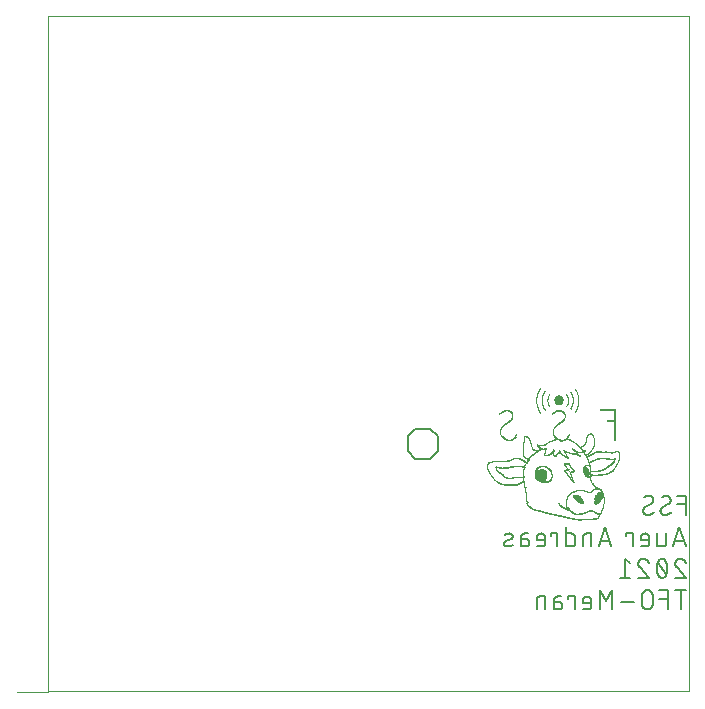
<source format=gbo>
G04 EAGLE Gerber RS-274X export*
G75*
%MOMM*%
%FSLAX34Y34*%
%LPD*%
%INSilkscreen Bottom*%
%IPPOS*%
%AMOC8*
5,1,8,0,0,1.08239X$1,22.5*%
G01*
%ADD10C,0.000000*%
%ADD11C,0.152400*%
%ADD12R,0.303694X0.013800*%
%ADD13R,0.745431X0.013806*%
%ADD14R,1.049131X0.013800*%
%ADD15R,1.642719X0.013800*%
%ADD16R,1.863581X0.013806*%
%ADD17R,0.952500X0.013800*%
%ADD18R,0.386519X0.013800*%
%ADD19R,0.773044X0.013800*%
%ADD20R,0.345106X0.013800*%
%ADD21R,0.262281X0.013806*%
%ADD22R,0.317500X0.013806*%
%ADD23R,0.179456X0.013800*%
%ADD24R,0.289888X0.013800*%
%ADD25R,0.151844X0.013806*%
%ADD26R,0.276087X0.013806*%
%ADD27R,0.124238X0.013800*%
%ADD28R,0.248475X0.013800*%
%ADD29R,0.110431X0.013800*%
%ADD30R,0.262281X0.013800*%
%ADD31R,0.069019X0.013806*%
%ADD32R,0.055213X0.013800*%
%ADD33R,0.276087X0.013800*%
%ADD34R,0.041413X0.013806*%
%ADD35R,0.289888X0.013806*%
%ADD36R,0.055219X0.013800*%
%ADD37R,0.317500X0.013800*%
%ADD38R,0.331306X0.013800*%
%ADD39R,0.055219X0.013806*%
%ADD40R,0.345113X0.013806*%
%ADD41R,0.069019X0.013800*%
%ADD42R,0.345113X0.013800*%
%ADD43R,0.055213X0.013806*%
%ADD44R,0.303694X0.013806*%
%ADD45R,0.289894X0.013800*%
%ADD46R,0.041413X0.013800*%
%ADD47R,0.041406X0.013800*%
%ADD48R,0.331300X0.013800*%
%ADD49R,0.041406X0.013806*%
%ADD50R,0.358913X0.013806*%
%ADD51R,0.207063X0.013800*%
%ADD52R,0.358913X0.013800*%
%ADD53R,0.441738X0.013806*%
%ADD54R,0.593581X0.013800*%
%ADD55R,0.331300X0.013806*%
%ADD56R,0.386519X0.013806*%
%ADD57R,0.372719X0.013800*%
%ADD58R,0.220869X0.013800*%
%ADD59R,0.427931X0.013800*%
%ADD60R,0.441738X0.013800*%
%ADD61R,0.193256X0.013800*%
%ADD62R,0.455544X0.013806*%
%ADD63R,0.372719X0.013806*%
%ADD64R,0.179456X0.013806*%
%ADD65R,0.151850X0.013800*%
%ADD66R,0.138044X0.013800*%
%ADD67R,0.096631X0.013800*%
%ADD68R,0.234675X0.013800*%
%ADD69R,0.082825X0.013806*%
%ADD70R,0.138044X0.013806*%
%ADD71R,0.110431X0.013806*%
%ADD72R,0.013806X0.013800*%
%ADD73R,0.124238X0.013806*%
%ADD74R,0.096631X0.013806*%
%ADD75R,0.138038X0.013800*%
%ADD76R,0.096625X0.013800*%
%ADD77R,0.096625X0.013806*%
%ADD78R,0.248475X0.013806*%
%ADD79R,0.234669X0.013800*%
%ADD80R,0.234675X0.013806*%
%ADD81R,0.151844X0.013800*%
%ADD82R,0.082825X0.013800*%
%ADD83R,0.165650X0.013800*%
%ADD84R,0.234669X0.013806*%
%ADD85R,0.496956X0.013800*%
%ADD86R,0.303700X0.013800*%
%ADD87R,0.082819X0.013806*%
%ADD88R,0.276081X0.013806*%
%ADD89R,0.220863X0.013800*%
%ADD90R,0.207063X0.013806*%
%ADD91R,0.179450X0.013806*%
%ADD92R,0.165650X0.013806*%
%ADD93R,0.193263X0.013800*%
%ADD94R,0.193263X0.013806*%
%ADD95R,0.193256X0.013806*%
%ADD96R,0.110438X0.013800*%
%ADD97R,0.151850X0.013806*%
%ADD98R,0.165656X0.013800*%
%ADD99R,0.027606X0.013800*%
%ADD100R,0.124244X0.013806*%
%ADD101R,0.069025X0.013806*%
%ADD102R,0.082819X0.013800*%
%ADD103R,0.027613X0.013800*%
%ADD104R,0.220869X0.013806*%
%ADD105R,0.027606X0.013806*%
%ADD106R,0.013800X0.013800*%
%ADD107R,0.276081X0.013800*%
%ADD108R,0.289894X0.013806*%
%ADD109R,0.331306X0.013806*%
%ADD110R,0.372713X0.013800*%
%ADD111R,0.400325X0.013806*%
%ADD112R,0.427938X0.013800*%
%ADD113R,0.414131X0.013800*%
%ADD114R,0.469350X0.013800*%
%ADD115R,0.469344X0.013800*%
%ADD116R,0.483150X0.013806*%
%ADD117R,0.455544X0.013800*%
%ADD118R,0.496950X0.013800*%
%ADD119R,0.496956X0.013806*%
%ADD120R,0.510763X0.013800*%
%ADD121R,0.510756X0.013806*%
%ADD122R,0.483150X0.013800*%
%ADD123R,0.510756X0.013800*%
%ADD124R,0.524569X0.013806*%
%ADD125R,0.524563X0.013800*%
%ADD126R,0.538369X0.013800*%
%ADD127R,0.538369X0.013806*%
%ADD128R,0.565975X0.013806*%
%ADD129R,0.552175X0.013800*%
%ADD130R,0.565975X0.013800*%
%ADD131R,0.552175X0.013806*%
%ADD132R,0.579781X0.013806*%
%ADD133R,0.579781X0.013800*%
%ADD134R,0.607388X0.013800*%
%ADD135R,0.607394X0.013806*%
%ADD136R,0.593588X0.013800*%
%ADD137R,0.621194X0.013800*%
%ADD138R,0.593588X0.013806*%
%ADD139R,0.621194X0.013806*%
%ADD140R,0.607394X0.013800*%
%ADD141R,0.635000X0.013800*%
%ADD142R,0.648806X0.013800*%
%ADD143R,0.662606X0.013806*%
%ADD144R,0.676406X0.013800*%
%ADD145R,0.690219X0.013800*%
%ADD146R,0.648800X0.013806*%
%ADD147R,0.690213X0.013806*%
%ADD148R,0.648800X0.013800*%
%ADD149R,0.690219X0.013806*%
%ADD150R,0.690213X0.013800*%
%ADD151R,0.648806X0.013806*%
%ADD152R,0.676413X0.013806*%
%ADD153R,0.662613X0.013800*%
%ADD154R,0.662606X0.013800*%
%ADD155R,0.635000X0.013806*%
%ADD156R,0.621200X0.013806*%
%ADD157R,0.510763X0.013806*%
%ADD158R,0.069025X0.013800*%
%ADD159R,0.427931X0.013806*%
%ADD160R,0.400325X0.013800*%
%ADD161R,0.220863X0.013806*%
%ADD162R,0.911088X0.013800*%
%ADD163R,1.076738X0.013806*%
%ADD164R,1.200975X0.013800*%
%ADD165R,1.311406X0.013806*%
%ADD166R,0.124244X0.013800*%
%ADD167R,0.110438X0.013806*%
%ADD168R,0.165656X0.013806*%
%ADD169R,0.717825X0.013800*%
%ADD170R,0.745438X0.013800*%
%ADD171R,0.786844X0.013806*%
%ADD172R,0.800650X0.013800*%
%ADD173R,0.828256X0.013800*%
%ADD174R,0.855869X0.013806*%
%ADD175R,0.869669X0.013800*%
%ADD176R,0.897281X0.013806*%
%ADD177R,0.924888X0.013806*%
%ADD178R,0.938694X0.013800*%
%ADD179R,0.966306X0.013806*%
%ADD180R,0.607388X0.013806*%
%ADD181R,0.966306X0.013800*%
%ADD182R,0.704019X0.013800*%
%ADD183R,0.980106X0.013800*%
%ADD184R,0.993906X0.013806*%
%ADD185R,0.993906X0.013800*%
%ADD186R,0.842063X0.013800*%
%ADD187R,1.007713X0.013806*%
%ADD188R,0.883475X0.013806*%
%ADD189R,1.007713X0.013800*%
%ADD190R,0.786844X0.013800*%
%ADD191R,1.021519X0.013806*%
%ADD192R,1.035325X0.013800*%
%ADD193R,1.035325X0.013806*%
%ADD194R,0.524563X0.013806*%
%ADD195R,0.345106X0.013806*%
%ADD196R,0.745431X0.013800*%
%ADD197R,0.842063X0.013806*%
%ADD198R,0.386525X0.013806*%
%ADD199R,1.021519X0.013800*%
%ADD200R,0.372713X0.013806*%
%ADD201R,0.469350X0.013806*%
%ADD202R,1.007719X0.013806*%
%ADD203R,1.007719X0.013800*%
%ADD204R,0.013800X0.013806*%
%ADD205R,0.980106X0.013806*%
%ADD206R,0.013806X0.013806*%
%ADD207R,0.538363X0.013806*%
%ADD208R,0.938694X0.013806*%
%ADD209R,0.538363X0.013800*%
%ADD210R,0.924888X0.013800*%
%ADD211R,0.704019X0.013806*%
%ADD212R,0.138038X0.013806*%
%ADD213R,0.911088X0.013806*%
%ADD214R,0.786850X0.013800*%
%ADD215R,0.897281X0.013800*%
%ADD216R,0.842069X0.013806*%
%ADD217R,0.869675X0.013800*%
%ADD218R,0.731631X0.013800*%
%ADD219R,0.179450X0.013800*%
%ADD220R,0.469344X0.013806*%
%ADD221R,0.455538X0.013800*%
%ADD222R,0.455538X0.013806*%
%ADD223R,0.414131X0.013806*%
%ADD224R,0.414125X0.013800*%
%ADD225R,0.869675X0.013806*%
%ADD226R,0.027613X0.013806*%
%ADD227R,0.717819X0.013806*%
%ADD228R,1.228588X0.013806*%
%ADD229R,1.270000X0.013800*%
%ADD230R,1.283800X0.013800*%
%ADD231R,1.242394X0.013806*%
%ADD232R,0.207069X0.013800*%
%ADD233R,0.828256X0.013806*%
%ADD234R,0.676413X0.013800*%
%ADD235R,1.131956X0.013800*%
%ADD236R,0.980113X0.013806*%
%ADD237R,1.214781X0.013800*%
%ADD238R,0.427938X0.013806*%
%ADD239R,0.759244X0.013800*%
%ADD240R,0.759244X0.013806*%
%ADD241R,0.552169X0.013800*%
%ADD242R,1.311413X0.013800*%
%ADD243R,1.311413X0.013806*%
%ADD244R,0.593581X0.013806*%
%ADD245R,0.731625X0.013806*%
%ADD246R,0.731625X0.013800*%
%ADD247R,0.759238X0.013800*%
%ADD248R,0.759238X0.013806*%
%ADD249R,0.773044X0.013806*%
%ADD250R,0.786850X0.013806*%
%ADD251R,0.717819X0.013800*%


D10*
X0Y0D02*
X542800Y0D01*
X542800Y571400D01*
X0Y571400D01*
X0Y0D01*
D11*
X540258Y149352D02*
X540258Y165608D01*
X533033Y165608D01*
X533033Y158383D02*
X540258Y158383D01*
X522364Y149352D02*
X522246Y149354D01*
X522128Y149360D01*
X522010Y149369D01*
X521893Y149383D01*
X521776Y149400D01*
X521659Y149421D01*
X521544Y149446D01*
X521429Y149475D01*
X521315Y149508D01*
X521203Y149544D01*
X521092Y149584D01*
X520982Y149627D01*
X520873Y149674D01*
X520766Y149724D01*
X520661Y149779D01*
X520558Y149836D01*
X520457Y149897D01*
X520357Y149961D01*
X520260Y150028D01*
X520165Y150098D01*
X520073Y150172D01*
X519982Y150248D01*
X519895Y150328D01*
X519810Y150410D01*
X519728Y150495D01*
X519648Y150582D01*
X519572Y150673D01*
X519498Y150765D01*
X519428Y150860D01*
X519361Y150957D01*
X519297Y151057D01*
X519236Y151158D01*
X519179Y151261D01*
X519124Y151366D01*
X519074Y151473D01*
X519027Y151582D01*
X518984Y151692D01*
X518944Y151803D01*
X518908Y151915D01*
X518875Y152029D01*
X518846Y152144D01*
X518821Y152259D01*
X518800Y152376D01*
X518783Y152493D01*
X518769Y152610D01*
X518760Y152728D01*
X518754Y152846D01*
X518752Y152964D01*
X522364Y149352D02*
X522547Y149354D01*
X522729Y149361D01*
X522911Y149372D01*
X523093Y149387D01*
X523275Y149407D01*
X523456Y149431D01*
X523636Y149459D01*
X523816Y149491D01*
X523995Y149528D01*
X524172Y149569D01*
X524349Y149615D01*
X524525Y149664D01*
X524700Y149718D01*
X524873Y149776D01*
X525044Y149838D01*
X525215Y149904D01*
X525383Y149975D01*
X525550Y150049D01*
X525715Y150127D01*
X525878Y150209D01*
X526039Y150295D01*
X526198Y150385D01*
X526355Y150479D01*
X526509Y150576D01*
X526661Y150677D01*
X526811Y150782D01*
X526958Y150890D01*
X527102Y151001D01*
X527244Y151116D01*
X527383Y151235D01*
X527519Y151357D01*
X527652Y151482D01*
X527782Y151610D01*
X527331Y161996D02*
X527329Y162114D01*
X527323Y162232D01*
X527314Y162350D01*
X527300Y162467D01*
X527283Y162584D01*
X527262Y162701D01*
X527237Y162816D01*
X527208Y162931D01*
X527175Y163045D01*
X527139Y163157D01*
X527099Y163268D01*
X527056Y163378D01*
X527009Y163487D01*
X526959Y163594D01*
X526904Y163699D01*
X526847Y163802D01*
X526786Y163903D01*
X526722Y164003D01*
X526655Y164100D01*
X526585Y164195D01*
X526511Y164287D01*
X526435Y164378D01*
X526355Y164465D01*
X526273Y164550D01*
X526188Y164632D01*
X526101Y164712D01*
X526010Y164788D01*
X525918Y164862D01*
X525823Y164932D01*
X525726Y164999D01*
X525626Y165063D01*
X525525Y165124D01*
X525422Y165181D01*
X525317Y165236D01*
X525210Y165286D01*
X525101Y165333D01*
X524991Y165376D01*
X524880Y165416D01*
X524768Y165452D01*
X524654Y165485D01*
X524539Y165514D01*
X524424Y165539D01*
X524307Y165560D01*
X524190Y165577D01*
X524073Y165591D01*
X523955Y165600D01*
X523837Y165606D01*
X523719Y165608D01*
X523558Y165606D01*
X523396Y165600D01*
X523235Y165591D01*
X523074Y165577D01*
X522914Y165560D01*
X522754Y165539D01*
X522594Y165514D01*
X522435Y165485D01*
X522277Y165453D01*
X522120Y165417D01*
X521964Y165377D01*
X521808Y165333D01*
X521654Y165285D01*
X521501Y165234D01*
X521349Y165180D01*
X521198Y165121D01*
X521049Y165060D01*
X520902Y164994D01*
X520756Y164925D01*
X520611Y164853D01*
X520469Y164777D01*
X520328Y164698D01*
X520189Y164616D01*
X520053Y164530D01*
X519918Y164441D01*
X519785Y164349D01*
X519655Y164253D01*
X525525Y158835D02*
X525626Y158897D01*
X525726Y158962D01*
X525823Y159031D01*
X525918Y159103D01*
X526011Y159177D01*
X526101Y159255D01*
X526189Y159336D01*
X526274Y159419D01*
X526356Y159505D01*
X526435Y159594D01*
X526512Y159685D01*
X526585Y159779D01*
X526656Y159875D01*
X526723Y159973D01*
X526787Y160073D01*
X526848Y160176D01*
X526905Y160280D01*
X526959Y160386D01*
X527009Y160494D01*
X527056Y160603D01*
X527100Y160714D01*
X527140Y160826D01*
X527176Y160940D01*
X527208Y161054D01*
X527237Y161170D01*
X527262Y161286D01*
X527283Y161403D01*
X527300Y161521D01*
X527314Y161639D01*
X527323Y161758D01*
X527329Y161877D01*
X527331Y161996D01*
X520558Y156125D02*
X520457Y156063D01*
X520357Y155998D01*
X520260Y155929D01*
X520165Y155857D01*
X520072Y155783D01*
X519982Y155705D01*
X519894Y155624D01*
X519809Y155541D01*
X519727Y155455D01*
X519648Y155366D01*
X519571Y155275D01*
X519498Y155181D01*
X519427Y155085D01*
X519360Y154987D01*
X519296Y154887D01*
X519235Y154784D01*
X519178Y154680D01*
X519124Y154574D01*
X519074Y154466D01*
X519027Y154357D01*
X518983Y154246D01*
X518943Y154134D01*
X518907Y154020D01*
X518875Y153906D01*
X518846Y153790D01*
X518821Y153674D01*
X518800Y153557D01*
X518783Y153439D01*
X518769Y153321D01*
X518760Y153202D01*
X518754Y153083D01*
X518752Y152964D01*
X520558Y156125D02*
X525525Y158835D01*
X507775Y149352D02*
X507657Y149354D01*
X507539Y149360D01*
X507421Y149369D01*
X507304Y149383D01*
X507187Y149400D01*
X507070Y149421D01*
X506955Y149446D01*
X506840Y149475D01*
X506726Y149508D01*
X506614Y149544D01*
X506503Y149584D01*
X506393Y149627D01*
X506284Y149674D01*
X506177Y149724D01*
X506072Y149779D01*
X505969Y149836D01*
X505868Y149897D01*
X505768Y149961D01*
X505671Y150028D01*
X505576Y150098D01*
X505484Y150172D01*
X505393Y150248D01*
X505306Y150328D01*
X505221Y150410D01*
X505139Y150495D01*
X505059Y150582D01*
X504983Y150673D01*
X504909Y150765D01*
X504839Y150860D01*
X504772Y150957D01*
X504708Y151057D01*
X504647Y151158D01*
X504590Y151261D01*
X504535Y151366D01*
X504485Y151473D01*
X504438Y151582D01*
X504395Y151692D01*
X504355Y151803D01*
X504319Y151915D01*
X504286Y152029D01*
X504257Y152144D01*
X504232Y152259D01*
X504211Y152376D01*
X504194Y152493D01*
X504180Y152610D01*
X504171Y152728D01*
X504165Y152846D01*
X504163Y152964D01*
X507775Y149352D02*
X507958Y149354D01*
X508140Y149361D01*
X508322Y149372D01*
X508504Y149387D01*
X508686Y149407D01*
X508867Y149431D01*
X509047Y149459D01*
X509227Y149491D01*
X509406Y149528D01*
X509583Y149569D01*
X509760Y149615D01*
X509936Y149664D01*
X510111Y149718D01*
X510284Y149776D01*
X510455Y149838D01*
X510626Y149904D01*
X510794Y149975D01*
X510961Y150049D01*
X511126Y150127D01*
X511289Y150209D01*
X511450Y150295D01*
X511609Y150385D01*
X511766Y150479D01*
X511920Y150576D01*
X512072Y150677D01*
X512222Y150782D01*
X512369Y150890D01*
X512513Y151001D01*
X512655Y151116D01*
X512794Y151235D01*
X512930Y151357D01*
X513063Y151482D01*
X513193Y151610D01*
X512742Y161996D02*
X512740Y162114D01*
X512734Y162232D01*
X512725Y162350D01*
X512711Y162467D01*
X512694Y162584D01*
X512673Y162701D01*
X512648Y162816D01*
X512619Y162931D01*
X512586Y163045D01*
X512550Y163157D01*
X512510Y163268D01*
X512467Y163378D01*
X512420Y163487D01*
X512370Y163594D01*
X512315Y163699D01*
X512258Y163802D01*
X512197Y163903D01*
X512133Y164003D01*
X512066Y164100D01*
X511996Y164195D01*
X511922Y164287D01*
X511846Y164378D01*
X511766Y164465D01*
X511684Y164550D01*
X511599Y164632D01*
X511512Y164712D01*
X511421Y164788D01*
X511329Y164862D01*
X511234Y164932D01*
X511137Y164999D01*
X511037Y165063D01*
X510936Y165124D01*
X510833Y165181D01*
X510728Y165236D01*
X510621Y165286D01*
X510512Y165333D01*
X510402Y165376D01*
X510291Y165416D01*
X510179Y165452D01*
X510065Y165485D01*
X509950Y165514D01*
X509835Y165539D01*
X509718Y165560D01*
X509601Y165577D01*
X509484Y165591D01*
X509366Y165600D01*
X509248Y165606D01*
X509130Y165608D01*
X508969Y165606D01*
X508807Y165600D01*
X508646Y165591D01*
X508485Y165577D01*
X508325Y165560D01*
X508165Y165539D01*
X508005Y165514D01*
X507846Y165485D01*
X507688Y165453D01*
X507531Y165417D01*
X507375Y165377D01*
X507219Y165333D01*
X507065Y165285D01*
X506912Y165234D01*
X506760Y165180D01*
X506609Y165121D01*
X506460Y165060D01*
X506313Y164994D01*
X506167Y164925D01*
X506022Y164853D01*
X505880Y164777D01*
X505739Y164698D01*
X505600Y164616D01*
X505464Y164530D01*
X505329Y164441D01*
X505196Y164349D01*
X505066Y164253D01*
X510936Y158835D02*
X511037Y158897D01*
X511137Y158962D01*
X511234Y159031D01*
X511329Y159103D01*
X511422Y159177D01*
X511512Y159255D01*
X511600Y159336D01*
X511685Y159419D01*
X511767Y159505D01*
X511846Y159594D01*
X511923Y159685D01*
X511996Y159779D01*
X512067Y159875D01*
X512134Y159973D01*
X512198Y160073D01*
X512259Y160176D01*
X512316Y160280D01*
X512370Y160386D01*
X512420Y160494D01*
X512467Y160603D01*
X512511Y160714D01*
X512551Y160826D01*
X512587Y160940D01*
X512619Y161054D01*
X512648Y161170D01*
X512673Y161286D01*
X512694Y161403D01*
X512711Y161521D01*
X512725Y161639D01*
X512734Y161758D01*
X512740Y161877D01*
X512742Y161996D01*
X505968Y156125D02*
X505867Y156063D01*
X505767Y155998D01*
X505670Y155929D01*
X505575Y155857D01*
X505482Y155783D01*
X505392Y155705D01*
X505304Y155624D01*
X505219Y155541D01*
X505137Y155455D01*
X505058Y155366D01*
X504981Y155275D01*
X504908Y155181D01*
X504837Y155085D01*
X504770Y154987D01*
X504706Y154887D01*
X504645Y154784D01*
X504588Y154680D01*
X504534Y154574D01*
X504484Y154466D01*
X504437Y154357D01*
X504393Y154246D01*
X504353Y154134D01*
X504317Y154020D01*
X504285Y153906D01*
X504256Y153790D01*
X504231Y153674D01*
X504210Y153557D01*
X504193Y153439D01*
X504179Y153321D01*
X504170Y153202D01*
X504164Y153083D01*
X504162Y152964D01*
X505969Y156125D02*
X510936Y158835D01*
X534839Y138938D02*
X540258Y122682D01*
X529421Y122682D02*
X534839Y138938D01*
X530775Y126746D02*
X538903Y126746D01*
X523342Y125391D02*
X523342Y133519D01*
X523341Y125391D02*
X523339Y125290D01*
X523333Y125189D01*
X523324Y125088D01*
X523311Y124987D01*
X523294Y124887D01*
X523273Y124788D01*
X523249Y124690D01*
X523221Y124593D01*
X523189Y124496D01*
X523154Y124401D01*
X523115Y124308D01*
X523073Y124216D01*
X523027Y124125D01*
X522978Y124036D01*
X522926Y123950D01*
X522870Y123865D01*
X522812Y123782D01*
X522750Y123702D01*
X522685Y123624D01*
X522618Y123548D01*
X522548Y123475D01*
X522475Y123405D01*
X522399Y123338D01*
X522321Y123273D01*
X522241Y123211D01*
X522158Y123153D01*
X522073Y123097D01*
X521987Y123045D01*
X521898Y122996D01*
X521807Y122950D01*
X521715Y122908D01*
X521622Y122869D01*
X521527Y122834D01*
X521430Y122802D01*
X521333Y122774D01*
X521235Y122750D01*
X521136Y122729D01*
X521036Y122712D01*
X520935Y122699D01*
X520834Y122690D01*
X520733Y122684D01*
X520632Y122682D01*
X516117Y122682D01*
X516117Y133519D01*
X506564Y122682D02*
X502049Y122682D01*
X506564Y122682D02*
X506665Y122684D01*
X506766Y122690D01*
X506867Y122699D01*
X506968Y122712D01*
X507068Y122729D01*
X507167Y122750D01*
X507265Y122774D01*
X507362Y122802D01*
X507459Y122834D01*
X507554Y122869D01*
X507647Y122908D01*
X507739Y122950D01*
X507830Y122996D01*
X507919Y123045D01*
X508005Y123097D01*
X508090Y123153D01*
X508173Y123211D01*
X508253Y123273D01*
X508331Y123338D01*
X508407Y123405D01*
X508480Y123475D01*
X508550Y123548D01*
X508617Y123624D01*
X508682Y123702D01*
X508744Y123782D01*
X508802Y123865D01*
X508858Y123950D01*
X508910Y124036D01*
X508959Y124125D01*
X509005Y124216D01*
X509047Y124308D01*
X509086Y124401D01*
X509121Y124496D01*
X509153Y124593D01*
X509181Y124690D01*
X509205Y124788D01*
X509226Y124887D01*
X509243Y124987D01*
X509256Y125088D01*
X509265Y125189D01*
X509271Y125290D01*
X509273Y125391D01*
X509274Y125391D02*
X509274Y129907D01*
X509273Y129907D02*
X509271Y130026D01*
X509265Y130146D01*
X509255Y130265D01*
X509241Y130383D01*
X509224Y130502D01*
X509202Y130619D01*
X509177Y130736D01*
X509147Y130851D01*
X509114Y130966D01*
X509077Y131080D01*
X509037Y131192D01*
X508992Y131303D01*
X508944Y131412D01*
X508893Y131520D01*
X508838Y131626D01*
X508779Y131730D01*
X508717Y131832D01*
X508652Y131932D01*
X508583Y132030D01*
X508511Y132126D01*
X508436Y132219D01*
X508359Y132309D01*
X508278Y132397D01*
X508194Y132482D01*
X508107Y132564D01*
X508018Y132644D01*
X507926Y132720D01*
X507832Y132794D01*
X507735Y132864D01*
X507637Y132931D01*
X507536Y132995D01*
X507432Y133055D01*
X507327Y133112D01*
X507220Y133165D01*
X507112Y133215D01*
X507002Y133261D01*
X506890Y133303D01*
X506777Y133342D01*
X506663Y133377D01*
X506548Y133408D01*
X506431Y133436D01*
X506314Y133459D01*
X506197Y133479D01*
X506078Y133495D01*
X505959Y133507D01*
X505840Y133515D01*
X505721Y133519D01*
X505601Y133519D01*
X505482Y133515D01*
X505363Y133507D01*
X505244Y133495D01*
X505125Y133479D01*
X505008Y133459D01*
X504891Y133436D01*
X504774Y133408D01*
X504659Y133377D01*
X504545Y133342D01*
X504432Y133303D01*
X504320Y133261D01*
X504210Y133215D01*
X504102Y133165D01*
X503995Y133112D01*
X503890Y133055D01*
X503786Y132995D01*
X503685Y132931D01*
X503587Y132864D01*
X503490Y132794D01*
X503396Y132720D01*
X503304Y132644D01*
X503215Y132564D01*
X503128Y132482D01*
X503044Y132397D01*
X502963Y132309D01*
X502886Y132219D01*
X502811Y132126D01*
X502739Y132030D01*
X502670Y131932D01*
X502605Y131832D01*
X502543Y131730D01*
X502484Y131626D01*
X502429Y131520D01*
X502378Y131412D01*
X502330Y131303D01*
X502285Y131192D01*
X502245Y131080D01*
X502208Y130966D01*
X502175Y130851D01*
X502145Y130736D01*
X502120Y130619D01*
X502098Y130502D01*
X502081Y130383D01*
X502067Y130265D01*
X502057Y130146D01*
X502051Y130026D01*
X502049Y129907D01*
X502049Y128101D01*
X509274Y128101D01*
X495121Y122682D02*
X495121Y133519D01*
X489702Y133519D01*
X489702Y131713D01*
X477212Y122682D02*
X471793Y138938D01*
X466375Y122682D01*
X467729Y126746D02*
X475857Y126746D01*
X460296Y122682D02*
X460296Y133519D01*
X455780Y133519D01*
X455676Y133517D01*
X455573Y133511D01*
X455469Y133501D01*
X455366Y133487D01*
X455264Y133469D01*
X455163Y133448D01*
X455062Y133422D01*
X454963Y133393D01*
X454864Y133360D01*
X454767Y133323D01*
X454672Y133282D01*
X454578Y133238D01*
X454486Y133190D01*
X454396Y133139D01*
X454307Y133084D01*
X454221Y133026D01*
X454138Y132964D01*
X454056Y132900D01*
X453978Y132832D01*
X453902Y132762D01*
X453828Y132689D01*
X453758Y132612D01*
X453690Y132534D01*
X453626Y132452D01*
X453564Y132369D01*
X453506Y132283D01*
X453451Y132194D01*
X453400Y132104D01*
X453352Y132012D01*
X453308Y131918D01*
X453267Y131823D01*
X453230Y131726D01*
X453197Y131627D01*
X453168Y131528D01*
X453142Y131427D01*
X453121Y131326D01*
X453103Y131224D01*
X453089Y131121D01*
X453079Y131017D01*
X453073Y130914D01*
X453071Y130810D01*
X453071Y122682D01*
X439076Y122682D02*
X439076Y138938D01*
X439076Y122682D02*
X443592Y122682D01*
X443693Y122684D01*
X443794Y122690D01*
X443895Y122699D01*
X443996Y122712D01*
X444096Y122729D01*
X444195Y122750D01*
X444293Y122774D01*
X444390Y122802D01*
X444487Y122834D01*
X444582Y122869D01*
X444675Y122908D01*
X444767Y122950D01*
X444858Y122996D01*
X444947Y123045D01*
X445033Y123097D01*
X445118Y123153D01*
X445201Y123211D01*
X445281Y123273D01*
X445359Y123338D01*
X445435Y123405D01*
X445508Y123475D01*
X445578Y123548D01*
X445645Y123624D01*
X445710Y123702D01*
X445772Y123782D01*
X445830Y123865D01*
X445886Y123950D01*
X445938Y124036D01*
X445987Y124125D01*
X446033Y124216D01*
X446075Y124308D01*
X446114Y124401D01*
X446149Y124496D01*
X446181Y124593D01*
X446209Y124690D01*
X446233Y124788D01*
X446254Y124887D01*
X446271Y124987D01*
X446284Y125088D01*
X446293Y125189D01*
X446299Y125290D01*
X446301Y125391D01*
X446301Y130810D01*
X446299Y130911D01*
X446293Y131012D01*
X446284Y131113D01*
X446271Y131214D01*
X446254Y131314D01*
X446233Y131413D01*
X446209Y131511D01*
X446181Y131608D01*
X446149Y131705D01*
X446114Y131800D01*
X446075Y131893D01*
X446033Y131985D01*
X445987Y132076D01*
X445938Y132165D01*
X445886Y132251D01*
X445830Y132336D01*
X445772Y132419D01*
X445710Y132499D01*
X445645Y132577D01*
X445578Y132653D01*
X445508Y132726D01*
X445435Y132796D01*
X445359Y132863D01*
X445281Y132928D01*
X445201Y132990D01*
X445118Y133048D01*
X445033Y133104D01*
X444947Y133156D01*
X444858Y133205D01*
X444767Y133251D01*
X444675Y133293D01*
X444582Y133332D01*
X444487Y133367D01*
X444390Y133399D01*
X444293Y133427D01*
X444195Y133451D01*
X444096Y133472D01*
X443996Y133489D01*
X443895Y133502D01*
X443794Y133511D01*
X443693Y133517D01*
X443592Y133519D01*
X439076Y133519D01*
X431554Y133519D02*
X431554Y122682D01*
X431554Y133519D02*
X426135Y133519D01*
X426135Y131713D01*
X418508Y122682D02*
X413993Y122682D01*
X418508Y122682D02*
X418609Y122684D01*
X418710Y122690D01*
X418811Y122699D01*
X418912Y122712D01*
X419012Y122729D01*
X419111Y122750D01*
X419209Y122774D01*
X419306Y122802D01*
X419403Y122834D01*
X419498Y122869D01*
X419591Y122908D01*
X419683Y122950D01*
X419774Y122996D01*
X419863Y123045D01*
X419949Y123097D01*
X420034Y123153D01*
X420117Y123211D01*
X420197Y123273D01*
X420275Y123338D01*
X420351Y123405D01*
X420424Y123475D01*
X420494Y123548D01*
X420561Y123624D01*
X420626Y123702D01*
X420688Y123782D01*
X420746Y123865D01*
X420802Y123950D01*
X420854Y124036D01*
X420903Y124125D01*
X420949Y124216D01*
X420991Y124308D01*
X421030Y124401D01*
X421065Y124496D01*
X421097Y124593D01*
X421125Y124690D01*
X421149Y124788D01*
X421170Y124887D01*
X421187Y124987D01*
X421200Y125088D01*
X421209Y125189D01*
X421215Y125290D01*
X421217Y125391D01*
X421218Y125391D02*
X421218Y129907D01*
X421217Y129907D02*
X421215Y130026D01*
X421209Y130146D01*
X421199Y130265D01*
X421185Y130383D01*
X421168Y130502D01*
X421146Y130619D01*
X421121Y130736D01*
X421091Y130851D01*
X421058Y130966D01*
X421021Y131080D01*
X420981Y131192D01*
X420936Y131303D01*
X420888Y131412D01*
X420837Y131520D01*
X420782Y131626D01*
X420723Y131730D01*
X420661Y131832D01*
X420596Y131932D01*
X420527Y132030D01*
X420455Y132126D01*
X420380Y132219D01*
X420303Y132309D01*
X420222Y132397D01*
X420138Y132482D01*
X420051Y132564D01*
X419962Y132644D01*
X419870Y132720D01*
X419776Y132794D01*
X419679Y132864D01*
X419581Y132931D01*
X419480Y132995D01*
X419376Y133055D01*
X419271Y133112D01*
X419164Y133165D01*
X419056Y133215D01*
X418946Y133261D01*
X418834Y133303D01*
X418721Y133342D01*
X418607Y133377D01*
X418492Y133408D01*
X418375Y133436D01*
X418258Y133459D01*
X418141Y133479D01*
X418022Y133495D01*
X417903Y133507D01*
X417784Y133515D01*
X417665Y133519D01*
X417545Y133519D01*
X417426Y133515D01*
X417307Y133507D01*
X417188Y133495D01*
X417069Y133479D01*
X416952Y133459D01*
X416835Y133436D01*
X416718Y133408D01*
X416603Y133377D01*
X416489Y133342D01*
X416376Y133303D01*
X416264Y133261D01*
X416154Y133215D01*
X416046Y133165D01*
X415939Y133112D01*
X415834Y133055D01*
X415730Y132995D01*
X415629Y132931D01*
X415531Y132864D01*
X415434Y132794D01*
X415340Y132720D01*
X415248Y132644D01*
X415159Y132564D01*
X415072Y132482D01*
X414988Y132397D01*
X414907Y132309D01*
X414830Y132219D01*
X414755Y132126D01*
X414683Y132030D01*
X414614Y131932D01*
X414549Y131832D01*
X414487Y131730D01*
X414428Y131626D01*
X414373Y131520D01*
X414322Y131412D01*
X414274Y131303D01*
X414229Y131192D01*
X414189Y131080D01*
X414152Y130966D01*
X414119Y130851D01*
X414089Y130736D01*
X414064Y130619D01*
X414042Y130502D01*
X414025Y130383D01*
X414011Y130265D01*
X414001Y130146D01*
X413995Y130026D01*
X413993Y129907D01*
X413993Y128101D01*
X421218Y128101D01*
X404583Y129004D02*
X400519Y129004D01*
X404583Y129004D02*
X404695Y129002D01*
X404806Y128996D01*
X404917Y128986D01*
X405028Y128973D01*
X405138Y128955D01*
X405247Y128933D01*
X405356Y128908D01*
X405464Y128879D01*
X405570Y128846D01*
X405676Y128809D01*
X405780Y128769D01*
X405882Y128725D01*
X405983Y128677D01*
X406082Y128626D01*
X406180Y128571D01*
X406275Y128513D01*
X406368Y128452D01*
X406459Y128387D01*
X406548Y128319D01*
X406634Y128248D01*
X406717Y128175D01*
X406798Y128098D01*
X406877Y128018D01*
X406952Y127936D01*
X407024Y127851D01*
X407094Y127764D01*
X407160Y127674D01*
X407223Y127582D01*
X407283Y127487D01*
X407339Y127391D01*
X407392Y127293D01*
X407441Y127193D01*
X407487Y127091D01*
X407529Y126988D01*
X407568Y126883D01*
X407603Y126777D01*
X407634Y126670D01*
X407661Y126562D01*
X407685Y126453D01*
X407704Y126343D01*
X407720Y126233D01*
X407732Y126122D01*
X407740Y126010D01*
X407744Y125899D01*
X407744Y125787D01*
X407740Y125676D01*
X407732Y125564D01*
X407720Y125453D01*
X407704Y125343D01*
X407685Y125233D01*
X407661Y125124D01*
X407634Y125016D01*
X407603Y124909D01*
X407568Y124803D01*
X407529Y124698D01*
X407487Y124595D01*
X407441Y124493D01*
X407392Y124393D01*
X407339Y124295D01*
X407283Y124199D01*
X407223Y124104D01*
X407160Y124012D01*
X407094Y123922D01*
X407024Y123835D01*
X406952Y123750D01*
X406877Y123668D01*
X406798Y123588D01*
X406717Y123511D01*
X406634Y123438D01*
X406548Y123367D01*
X406459Y123299D01*
X406368Y123234D01*
X406275Y123173D01*
X406180Y123115D01*
X406082Y123060D01*
X405983Y123009D01*
X405882Y122961D01*
X405780Y122917D01*
X405676Y122877D01*
X405570Y122840D01*
X405464Y122807D01*
X405356Y122778D01*
X405247Y122753D01*
X405138Y122731D01*
X405028Y122713D01*
X404917Y122700D01*
X404806Y122690D01*
X404695Y122684D01*
X404583Y122682D01*
X400519Y122682D01*
X400519Y130810D01*
X400521Y130911D01*
X400527Y131012D01*
X400536Y131113D01*
X400549Y131214D01*
X400566Y131314D01*
X400587Y131413D01*
X400611Y131511D01*
X400639Y131608D01*
X400671Y131705D01*
X400706Y131800D01*
X400745Y131893D01*
X400787Y131985D01*
X400833Y132076D01*
X400882Y132165D01*
X400934Y132251D01*
X400990Y132336D01*
X401048Y132419D01*
X401110Y132499D01*
X401175Y132577D01*
X401242Y132653D01*
X401312Y132726D01*
X401385Y132796D01*
X401461Y132863D01*
X401539Y132928D01*
X401619Y132990D01*
X401702Y133048D01*
X401787Y133104D01*
X401874Y133156D01*
X401962Y133205D01*
X402053Y133251D01*
X402145Y133293D01*
X402238Y133332D01*
X402333Y133367D01*
X402430Y133399D01*
X402527Y133427D01*
X402625Y133451D01*
X402724Y133472D01*
X402824Y133489D01*
X402925Y133502D01*
X403026Y133511D01*
X403127Y133517D01*
X403228Y133519D01*
X406841Y133519D01*
X392248Y129004D02*
X387732Y127198D01*
X392248Y129004D02*
X392336Y129041D01*
X392422Y129082D01*
X392507Y129126D01*
X392590Y129174D01*
X392670Y129225D01*
X392749Y129279D01*
X392825Y129337D01*
X392899Y129397D01*
X392971Y129461D01*
X393039Y129527D01*
X393105Y129597D01*
X393168Y129668D01*
X393229Y129743D01*
X393286Y129819D01*
X393339Y129898D01*
X393390Y129979D01*
X393437Y130062D01*
X393481Y130147D01*
X393521Y130234D01*
X393558Y130322D01*
X393591Y130412D01*
X393621Y130503D01*
X393646Y130595D01*
X393668Y130688D01*
X393686Y130782D01*
X393701Y130876D01*
X393711Y130971D01*
X393717Y131067D01*
X393720Y131162D01*
X393719Y131258D01*
X393713Y131353D01*
X393704Y131449D01*
X393691Y131543D01*
X393675Y131637D01*
X393654Y131731D01*
X393629Y131823D01*
X393601Y131914D01*
X393569Y132004D01*
X393534Y132093D01*
X393495Y132180D01*
X393452Y132266D01*
X393406Y132350D01*
X393356Y132431D01*
X393304Y132511D01*
X393248Y132589D01*
X393188Y132664D01*
X393126Y132736D01*
X393061Y132806D01*
X392993Y132874D01*
X392923Y132938D01*
X392850Y133000D01*
X392774Y133058D01*
X392696Y133114D01*
X392616Y133166D01*
X392534Y133215D01*
X392450Y133260D01*
X392364Y133302D01*
X392277Y133341D01*
X392188Y133376D01*
X392097Y133407D01*
X392006Y133434D01*
X391913Y133458D01*
X391820Y133478D01*
X391726Y133494D01*
X391631Y133506D01*
X391536Y133515D01*
X391440Y133519D01*
X391345Y133520D01*
X391098Y133513D01*
X390852Y133501D01*
X390606Y133483D01*
X390360Y133458D01*
X390116Y133428D01*
X389872Y133392D01*
X389629Y133351D01*
X389387Y133303D01*
X389146Y133249D01*
X388907Y133190D01*
X388669Y133125D01*
X388433Y133054D01*
X388198Y132978D01*
X387965Y132896D01*
X387735Y132808D01*
X387507Y132715D01*
X387280Y132617D01*
X387732Y127197D02*
X387644Y127160D01*
X387558Y127119D01*
X387473Y127075D01*
X387390Y127027D01*
X387310Y126976D01*
X387231Y126922D01*
X387155Y126864D01*
X387081Y126804D01*
X387009Y126740D01*
X386941Y126674D01*
X386875Y126604D01*
X386812Y126533D01*
X386751Y126458D01*
X386694Y126382D01*
X386641Y126303D01*
X386590Y126222D01*
X386543Y126139D01*
X386499Y126054D01*
X386459Y125967D01*
X386422Y125879D01*
X386389Y125789D01*
X386359Y125698D01*
X386334Y125606D01*
X386312Y125513D01*
X386294Y125419D01*
X386279Y125325D01*
X386269Y125230D01*
X386263Y125134D01*
X386260Y125039D01*
X386261Y124943D01*
X386267Y124848D01*
X386276Y124752D01*
X386289Y124658D01*
X386305Y124564D01*
X386326Y124470D01*
X386351Y124378D01*
X386379Y124287D01*
X386411Y124197D01*
X386446Y124108D01*
X386485Y124021D01*
X386528Y123935D01*
X386574Y123851D01*
X386624Y123770D01*
X386676Y123690D01*
X386732Y123612D01*
X386792Y123537D01*
X386854Y123465D01*
X386919Y123395D01*
X386987Y123327D01*
X387057Y123263D01*
X387130Y123201D01*
X387206Y123143D01*
X387284Y123087D01*
X387364Y123035D01*
X387446Y122986D01*
X387530Y122941D01*
X387616Y122899D01*
X387703Y122860D01*
X387792Y122825D01*
X387883Y122794D01*
X387974Y122767D01*
X388067Y122743D01*
X388160Y122723D01*
X388254Y122707D01*
X388349Y122695D01*
X388444Y122686D01*
X388540Y122682D01*
X388635Y122681D01*
X388636Y122682D02*
X388998Y122691D01*
X389360Y122709D01*
X389721Y122736D01*
X390081Y122771D01*
X390441Y122814D01*
X390800Y122866D01*
X391157Y122927D01*
X391512Y122996D01*
X391866Y123073D01*
X392218Y123159D01*
X392568Y123253D01*
X392916Y123356D01*
X393261Y123466D01*
X393603Y123585D01*
X531227Y108204D02*
X531229Y108329D01*
X531235Y108454D01*
X531244Y108579D01*
X531258Y108703D01*
X531275Y108827D01*
X531296Y108951D01*
X531321Y109073D01*
X531350Y109195D01*
X531382Y109316D01*
X531418Y109436D01*
X531458Y109555D01*
X531501Y109672D01*
X531548Y109788D01*
X531599Y109903D01*
X531653Y110015D01*
X531711Y110127D01*
X531771Y110236D01*
X531836Y110343D01*
X531903Y110449D01*
X531974Y110552D01*
X532048Y110653D01*
X532125Y110752D01*
X532205Y110848D01*
X532288Y110942D01*
X532373Y111033D01*
X532462Y111122D01*
X532553Y111207D01*
X532647Y111290D01*
X532743Y111370D01*
X532842Y111447D01*
X532943Y111521D01*
X533046Y111592D01*
X533152Y111659D01*
X533259Y111724D01*
X533368Y111784D01*
X533480Y111842D01*
X533592Y111896D01*
X533707Y111947D01*
X533823Y111994D01*
X533940Y112037D01*
X534059Y112077D01*
X534179Y112113D01*
X534300Y112145D01*
X534422Y112174D01*
X534544Y112199D01*
X534668Y112220D01*
X534792Y112237D01*
X534916Y112251D01*
X535041Y112260D01*
X535166Y112266D01*
X535291Y112268D01*
X535434Y112266D01*
X535576Y112260D01*
X535719Y112250D01*
X535861Y112237D01*
X536002Y112219D01*
X536144Y112198D01*
X536284Y112173D01*
X536424Y112144D01*
X536563Y112111D01*
X536701Y112074D01*
X536838Y112034D01*
X536973Y111990D01*
X537108Y111942D01*
X537241Y111890D01*
X537373Y111835D01*
X537503Y111776D01*
X537631Y111714D01*
X537758Y111648D01*
X537883Y111579D01*
X538006Y111507D01*
X538127Y111431D01*
X538245Y111352D01*
X538362Y111269D01*
X538476Y111184D01*
X538588Y111095D01*
X538697Y111004D01*
X538804Y110909D01*
X538909Y110812D01*
X539010Y110711D01*
X539109Y110608D01*
X539205Y110503D01*
X539298Y110394D01*
X539388Y110283D01*
X539475Y110170D01*
X539559Y110055D01*
X539639Y109937D01*
X539717Y109817D01*
X539791Y109695D01*
X539861Y109571D01*
X539929Y109445D01*
X539992Y109317D01*
X540053Y109188D01*
X540110Y109057D01*
X540163Y108925D01*
X540212Y108791D01*
X540258Y108656D01*
X532582Y105043D02*
X532488Y105135D01*
X532398Y105229D01*
X532310Y105326D01*
X532225Y105426D01*
X532143Y105528D01*
X532064Y105633D01*
X531989Y105740D01*
X531917Y105849D01*
X531848Y105960D01*
X531782Y106074D01*
X531720Y106189D01*
X531661Y106306D01*
X531606Y106425D01*
X531555Y106545D01*
X531507Y106667D01*
X531462Y106790D01*
X531422Y106914D01*
X531385Y107040D01*
X531352Y107167D01*
X531323Y107294D01*
X531297Y107423D01*
X531276Y107552D01*
X531258Y107682D01*
X531245Y107812D01*
X531235Y107942D01*
X531229Y108073D01*
X531227Y108204D01*
X532582Y105043D02*
X540258Y96012D01*
X531227Y96012D01*
X524627Y104140D02*
X524623Y104460D01*
X524612Y104779D01*
X524593Y105099D01*
X524566Y105417D01*
X524532Y105735D01*
X524490Y106052D01*
X524440Y106368D01*
X524383Y106683D01*
X524319Y106996D01*
X524247Y107308D01*
X524168Y107618D01*
X524081Y107925D01*
X523987Y108231D01*
X523886Y108534D01*
X523777Y108835D01*
X523662Y109133D01*
X523539Y109429D01*
X523409Y109721D01*
X523272Y110010D01*
X523272Y110011D02*
X523233Y110119D01*
X523190Y110226D01*
X523144Y110331D01*
X523093Y110435D01*
X523040Y110537D01*
X522983Y110637D01*
X522922Y110735D01*
X522858Y110830D01*
X522791Y110924D01*
X522720Y111015D01*
X522647Y111104D01*
X522570Y111190D01*
X522491Y111273D01*
X522409Y111354D01*
X522324Y111432D01*
X522236Y111506D01*
X522146Y111578D01*
X522054Y111646D01*
X521959Y111712D01*
X521862Y111774D01*
X521763Y111832D01*
X521661Y111888D01*
X521559Y111939D01*
X521454Y111987D01*
X521348Y112032D01*
X521240Y112073D01*
X521131Y112110D01*
X521021Y112143D01*
X520909Y112172D01*
X520797Y112198D01*
X520684Y112220D01*
X520570Y112237D01*
X520456Y112251D01*
X520341Y112261D01*
X520226Y112267D01*
X520111Y112269D01*
X520111Y112268D02*
X519996Y112266D01*
X519881Y112260D01*
X519766Y112250D01*
X519652Y112236D01*
X519538Y112219D01*
X519425Y112197D01*
X519313Y112171D01*
X519201Y112142D01*
X519091Y112109D01*
X518982Y112072D01*
X518874Y112031D01*
X518768Y111986D01*
X518664Y111938D01*
X518561Y111887D01*
X518460Y111831D01*
X518360Y111773D01*
X518263Y111711D01*
X518169Y111646D01*
X518076Y111577D01*
X517986Y111505D01*
X517898Y111431D01*
X517813Y111353D01*
X517731Y111272D01*
X517652Y111189D01*
X517575Y111103D01*
X517502Y111014D01*
X517431Y110923D01*
X517364Y110829D01*
X517300Y110734D01*
X517239Y110636D01*
X517182Y110536D01*
X517129Y110434D01*
X517078Y110330D01*
X517032Y110225D01*
X516989Y110118D01*
X516950Y110010D01*
X516951Y110010D02*
X516814Y109721D01*
X516684Y109429D01*
X516561Y109133D01*
X516446Y108835D01*
X516337Y108534D01*
X516236Y108231D01*
X516142Y107925D01*
X516055Y107618D01*
X515976Y107308D01*
X515904Y106996D01*
X515840Y106683D01*
X515783Y106368D01*
X515733Y106052D01*
X515691Y105735D01*
X515657Y105417D01*
X515630Y105099D01*
X515611Y104779D01*
X515600Y104460D01*
X515596Y104140D01*
X524626Y104140D02*
X524622Y103820D01*
X524611Y103501D01*
X524592Y103181D01*
X524565Y102863D01*
X524531Y102545D01*
X524489Y102228D01*
X524439Y101912D01*
X524382Y101597D01*
X524318Y101284D01*
X524246Y100972D01*
X524167Y100662D01*
X524080Y100355D01*
X523986Y100049D01*
X523885Y99746D01*
X523776Y99445D01*
X523661Y99147D01*
X523538Y98851D01*
X523408Y98559D01*
X523271Y98270D01*
X523272Y98270D02*
X523233Y98162D01*
X523190Y98055D01*
X523144Y97950D01*
X523093Y97846D01*
X523040Y97744D01*
X522983Y97644D01*
X522922Y97546D01*
X522858Y97451D01*
X522791Y97357D01*
X522720Y97266D01*
X522647Y97177D01*
X522570Y97091D01*
X522491Y97008D01*
X522409Y96927D01*
X522324Y96849D01*
X522236Y96775D01*
X522146Y96703D01*
X522053Y96634D01*
X521959Y96569D01*
X521862Y96507D01*
X521762Y96449D01*
X521661Y96393D01*
X521559Y96342D01*
X521454Y96294D01*
X521348Y96249D01*
X521240Y96208D01*
X521131Y96171D01*
X521021Y96138D01*
X520909Y96109D01*
X520797Y96083D01*
X520684Y96061D01*
X520570Y96044D01*
X520456Y96030D01*
X520341Y96020D01*
X520226Y96014D01*
X520111Y96012D01*
X516951Y98270D02*
X516814Y98559D01*
X516684Y98851D01*
X516561Y99147D01*
X516446Y99445D01*
X516337Y99746D01*
X516236Y100049D01*
X516142Y100355D01*
X516055Y100662D01*
X515976Y100972D01*
X515904Y101284D01*
X515840Y101597D01*
X515783Y101912D01*
X515733Y102228D01*
X515691Y102545D01*
X515657Y102863D01*
X515630Y103181D01*
X515611Y103501D01*
X515600Y103820D01*
X515596Y104140D01*
X516950Y98270D02*
X516989Y98162D01*
X517032Y98055D01*
X517078Y97950D01*
X517129Y97846D01*
X517182Y97744D01*
X517240Y97644D01*
X517300Y97546D01*
X517364Y97451D01*
X517431Y97357D01*
X517502Y97266D01*
X517575Y97177D01*
X517652Y97091D01*
X517731Y97008D01*
X517813Y96927D01*
X517898Y96849D01*
X517986Y96775D01*
X518076Y96703D01*
X518169Y96634D01*
X518263Y96569D01*
X518360Y96507D01*
X518460Y96449D01*
X518561Y96393D01*
X518664Y96342D01*
X518768Y96294D01*
X518874Y96249D01*
X518982Y96208D01*
X519091Y96171D01*
X519201Y96138D01*
X519313Y96109D01*
X519425Y96083D01*
X519538Y96061D01*
X519652Y96044D01*
X519766Y96030D01*
X519881Y96020D01*
X519996Y96014D01*
X520111Y96012D01*
X523724Y99624D02*
X516499Y108656D01*
X504028Y112268D02*
X503903Y112266D01*
X503778Y112260D01*
X503653Y112251D01*
X503529Y112237D01*
X503405Y112220D01*
X503281Y112199D01*
X503159Y112174D01*
X503037Y112145D01*
X502916Y112113D01*
X502796Y112077D01*
X502677Y112037D01*
X502560Y111994D01*
X502444Y111947D01*
X502329Y111896D01*
X502217Y111842D01*
X502105Y111784D01*
X501996Y111724D01*
X501889Y111659D01*
X501783Y111592D01*
X501680Y111521D01*
X501579Y111447D01*
X501480Y111370D01*
X501384Y111290D01*
X501290Y111207D01*
X501199Y111122D01*
X501110Y111033D01*
X501025Y110942D01*
X500942Y110848D01*
X500862Y110752D01*
X500785Y110653D01*
X500711Y110552D01*
X500640Y110449D01*
X500573Y110343D01*
X500508Y110236D01*
X500448Y110127D01*
X500390Y110015D01*
X500336Y109903D01*
X500285Y109788D01*
X500238Y109672D01*
X500195Y109555D01*
X500155Y109436D01*
X500119Y109316D01*
X500087Y109195D01*
X500058Y109073D01*
X500033Y108951D01*
X500012Y108827D01*
X499995Y108703D01*
X499981Y108579D01*
X499972Y108454D01*
X499966Y108329D01*
X499964Y108204D01*
X504028Y112268D02*
X504171Y112266D01*
X504313Y112260D01*
X504456Y112250D01*
X504598Y112237D01*
X504739Y112219D01*
X504881Y112198D01*
X505021Y112173D01*
X505161Y112144D01*
X505300Y112111D01*
X505438Y112074D01*
X505575Y112034D01*
X505710Y111990D01*
X505845Y111942D01*
X505978Y111890D01*
X506110Y111835D01*
X506240Y111776D01*
X506368Y111714D01*
X506495Y111648D01*
X506620Y111579D01*
X506743Y111507D01*
X506864Y111431D01*
X506982Y111352D01*
X507099Y111269D01*
X507213Y111184D01*
X507325Y111095D01*
X507434Y111004D01*
X507541Y110909D01*
X507646Y110812D01*
X507747Y110711D01*
X507846Y110608D01*
X507942Y110503D01*
X508035Y110394D01*
X508125Y110283D01*
X508212Y110170D01*
X508296Y110055D01*
X508376Y109937D01*
X508454Y109817D01*
X508528Y109695D01*
X508598Y109571D01*
X508666Y109445D01*
X508729Y109317D01*
X508790Y109188D01*
X508847Y109057D01*
X508900Y108925D01*
X508949Y108791D01*
X508995Y108656D01*
X501320Y105043D02*
X501226Y105135D01*
X501136Y105229D01*
X501048Y105326D01*
X500963Y105426D01*
X500881Y105528D01*
X500802Y105633D01*
X500727Y105740D01*
X500655Y105849D01*
X500586Y105960D01*
X500520Y106074D01*
X500458Y106189D01*
X500399Y106306D01*
X500344Y106425D01*
X500293Y106545D01*
X500245Y106667D01*
X500200Y106790D01*
X500160Y106914D01*
X500123Y107040D01*
X500090Y107167D01*
X500061Y107294D01*
X500035Y107423D01*
X500014Y107552D01*
X499996Y107682D01*
X499983Y107812D01*
X499973Y107942D01*
X499967Y108073D01*
X499965Y108204D01*
X501319Y105043D02*
X508996Y96012D01*
X499964Y96012D01*
X493364Y108656D02*
X488849Y112268D01*
X488849Y96012D01*
X493364Y96012D02*
X484333Y96012D01*
X535742Y85598D02*
X535742Y69342D01*
X540258Y85598D02*
X531227Y85598D01*
X525118Y85598D02*
X525118Y69342D01*
X525118Y85598D02*
X517893Y85598D01*
X517893Y78373D02*
X525118Y78373D01*
X512122Y81082D02*
X512122Y73858D01*
X512122Y81082D02*
X512120Y81215D01*
X512114Y81347D01*
X512104Y81479D01*
X512091Y81611D01*
X512073Y81743D01*
X512052Y81873D01*
X512027Y82004D01*
X511998Y82133D01*
X511965Y82261D01*
X511929Y82389D01*
X511889Y82515D01*
X511845Y82640D01*
X511797Y82764D01*
X511746Y82886D01*
X511691Y83007D01*
X511633Y83126D01*
X511571Y83244D01*
X511506Y83359D01*
X511437Y83473D01*
X511366Y83584D01*
X511290Y83693D01*
X511212Y83800D01*
X511131Y83905D01*
X511046Y84007D01*
X510959Y84107D01*
X510869Y84204D01*
X510776Y84299D01*
X510680Y84390D01*
X510582Y84479D01*
X510481Y84565D01*
X510377Y84648D01*
X510271Y84728D01*
X510163Y84804D01*
X510053Y84878D01*
X509940Y84948D01*
X509826Y85015D01*
X509709Y85078D01*
X509591Y85138D01*
X509471Y85195D01*
X509349Y85248D01*
X509226Y85297D01*
X509102Y85343D01*
X508976Y85385D01*
X508849Y85423D01*
X508721Y85458D01*
X508592Y85489D01*
X508463Y85516D01*
X508332Y85539D01*
X508201Y85559D01*
X508069Y85574D01*
X507937Y85586D01*
X507805Y85594D01*
X507672Y85598D01*
X507540Y85598D01*
X507407Y85594D01*
X507275Y85586D01*
X507143Y85574D01*
X507011Y85559D01*
X506880Y85539D01*
X506749Y85516D01*
X506620Y85489D01*
X506491Y85458D01*
X506363Y85423D01*
X506236Y85385D01*
X506110Y85343D01*
X505986Y85297D01*
X505863Y85248D01*
X505741Y85195D01*
X505621Y85138D01*
X505503Y85078D01*
X505386Y85015D01*
X505272Y84948D01*
X505159Y84878D01*
X505049Y84804D01*
X504941Y84728D01*
X504835Y84648D01*
X504731Y84565D01*
X504630Y84479D01*
X504532Y84390D01*
X504436Y84299D01*
X504343Y84204D01*
X504253Y84107D01*
X504166Y84007D01*
X504081Y83905D01*
X504000Y83800D01*
X503922Y83693D01*
X503846Y83584D01*
X503775Y83473D01*
X503706Y83359D01*
X503641Y83244D01*
X503579Y83126D01*
X503521Y83007D01*
X503466Y82886D01*
X503415Y82764D01*
X503367Y82640D01*
X503323Y82515D01*
X503283Y82389D01*
X503247Y82261D01*
X503214Y82133D01*
X503185Y82004D01*
X503160Y81873D01*
X503139Y81743D01*
X503121Y81611D01*
X503108Y81479D01*
X503098Y81347D01*
X503092Y81215D01*
X503090Y81082D01*
X503091Y81082D02*
X503091Y73858D01*
X503090Y73858D02*
X503092Y73725D01*
X503098Y73593D01*
X503108Y73461D01*
X503121Y73329D01*
X503139Y73197D01*
X503160Y73067D01*
X503185Y72936D01*
X503214Y72807D01*
X503247Y72679D01*
X503283Y72551D01*
X503323Y72425D01*
X503367Y72300D01*
X503415Y72176D01*
X503466Y72054D01*
X503521Y71933D01*
X503579Y71814D01*
X503641Y71696D01*
X503706Y71581D01*
X503775Y71467D01*
X503846Y71356D01*
X503922Y71247D01*
X504000Y71140D01*
X504081Y71035D01*
X504166Y70933D01*
X504253Y70833D01*
X504343Y70736D01*
X504436Y70641D01*
X504532Y70550D01*
X504630Y70461D01*
X504731Y70375D01*
X504835Y70292D01*
X504941Y70212D01*
X505049Y70136D01*
X505159Y70062D01*
X505272Y69992D01*
X505386Y69925D01*
X505503Y69862D01*
X505621Y69802D01*
X505741Y69745D01*
X505863Y69692D01*
X505986Y69643D01*
X506110Y69597D01*
X506236Y69555D01*
X506363Y69517D01*
X506491Y69482D01*
X506620Y69451D01*
X506749Y69424D01*
X506880Y69401D01*
X507011Y69381D01*
X507143Y69366D01*
X507275Y69354D01*
X507407Y69346D01*
X507540Y69342D01*
X507672Y69342D01*
X507805Y69346D01*
X507937Y69354D01*
X508069Y69366D01*
X508201Y69381D01*
X508332Y69401D01*
X508463Y69424D01*
X508592Y69451D01*
X508721Y69482D01*
X508849Y69517D01*
X508976Y69555D01*
X509102Y69597D01*
X509226Y69643D01*
X509349Y69692D01*
X509471Y69745D01*
X509591Y69802D01*
X509709Y69862D01*
X509826Y69925D01*
X509940Y69992D01*
X510053Y70062D01*
X510163Y70136D01*
X510271Y70212D01*
X510377Y70292D01*
X510481Y70375D01*
X510582Y70461D01*
X510680Y70550D01*
X510776Y70641D01*
X510869Y70736D01*
X510959Y70833D01*
X511046Y70933D01*
X511131Y71035D01*
X511212Y71140D01*
X511290Y71247D01*
X511366Y71356D01*
X511437Y71467D01*
X511506Y71581D01*
X511571Y71696D01*
X511633Y71814D01*
X511691Y71933D01*
X511746Y72054D01*
X511797Y72176D01*
X511845Y72300D01*
X511889Y72425D01*
X511929Y72551D01*
X511965Y72679D01*
X511998Y72807D01*
X512027Y72936D01*
X512052Y73067D01*
X512073Y73197D01*
X512091Y73329D01*
X512104Y73461D01*
X512114Y73593D01*
X512120Y73725D01*
X512122Y73858D01*
X496352Y75664D02*
X485514Y75664D01*
X478115Y69342D02*
X478115Y85598D01*
X472697Y76567D01*
X467278Y85598D01*
X467278Y69342D01*
X457447Y69342D02*
X452932Y69342D01*
X457447Y69342D02*
X457548Y69344D01*
X457649Y69350D01*
X457750Y69359D01*
X457851Y69372D01*
X457951Y69389D01*
X458050Y69410D01*
X458148Y69434D01*
X458245Y69462D01*
X458342Y69494D01*
X458437Y69529D01*
X458530Y69568D01*
X458622Y69610D01*
X458713Y69656D01*
X458802Y69705D01*
X458888Y69757D01*
X458973Y69813D01*
X459056Y69871D01*
X459136Y69933D01*
X459214Y69998D01*
X459290Y70065D01*
X459363Y70135D01*
X459433Y70208D01*
X459500Y70284D01*
X459565Y70362D01*
X459627Y70442D01*
X459685Y70525D01*
X459741Y70610D01*
X459793Y70696D01*
X459842Y70785D01*
X459888Y70876D01*
X459930Y70968D01*
X459969Y71061D01*
X460004Y71156D01*
X460036Y71253D01*
X460064Y71350D01*
X460088Y71448D01*
X460109Y71547D01*
X460126Y71647D01*
X460139Y71748D01*
X460148Y71849D01*
X460154Y71950D01*
X460156Y72051D01*
X460157Y72051D02*
X460157Y76567D01*
X460156Y76567D02*
X460154Y76686D01*
X460148Y76806D01*
X460138Y76925D01*
X460124Y77043D01*
X460107Y77162D01*
X460085Y77279D01*
X460060Y77396D01*
X460030Y77511D01*
X459997Y77626D01*
X459960Y77740D01*
X459920Y77852D01*
X459875Y77963D01*
X459827Y78072D01*
X459776Y78180D01*
X459721Y78286D01*
X459662Y78390D01*
X459600Y78492D01*
X459535Y78592D01*
X459466Y78690D01*
X459394Y78786D01*
X459319Y78879D01*
X459242Y78969D01*
X459161Y79057D01*
X459077Y79142D01*
X458990Y79224D01*
X458901Y79304D01*
X458809Y79380D01*
X458715Y79454D01*
X458618Y79524D01*
X458520Y79591D01*
X458419Y79655D01*
X458315Y79715D01*
X458210Y79772D01*
X458103Y79825D01*
X457995Y79875D01*
X457885Y79921D01*
X457773Y79963D01*
X457660Y80002D01*
X457546Y80037D01*
X457431Y80068D01*
X457314Y80096D01*
X457197Y80119D01*
X457080Y80139D01*
X456961Y80155D01*
X456842Y80167D01*
X456723Y80175D01*
X456604Y80179D01*
X456484Y80179D01*
X456365Y80175D01*
X456246Y80167D01*
X456127Y80155D01*
X456008Y80139D01*
X455891Y80119D01*
X455774Y80096D01*
X455657Y80068D01*
X455542Y80037D01*
X455428Y80002D01*
X455315Y79963D01*
X455203Y79921D01*
X455093Y79875D01*
X454985Y79825D01*
X454878Y79772D01*
X454773Y79715D01*
X454669Y79655D01*
X454568Y79591D01*
X454470Y79524D01*
X454373Y79454D01*
X454279Y79380D01*
X454187Y79304D01*
X454098Y79224D01*
X454011Y79142D01*
X453927Y79057D01*
X453846Y78969D01*
X453769Y78879D01*
X453694Y78786D01*
X453622Y78690D01*
X453553Y78592D01*
X453488Y78492D01*
X453426Y78390D01*
X453367Y78286D01*
X453312Y78180D01*
X453261Y78072D01*
X453213Y77963D01*
X453168Y77852D01*
X453128Y77740D01*
X453091Y77626D01*
X453058Y77511D01*
X453028Y77396D01*
X453003Y77279D01*
X452981Y77162D01*
X452964Y77043D01*
X452950Y76925D01*
X452940Y76806D01*
X452934Y76686D01*
X452932Y76567D01*
X452932Y74761D01*
X460157Y74761D01*
X446004Y69342D02*
X446004Y80179D01*
X440585Y80179D01*
X440585Y78373D01*
X432580Y75664D02*
X428516Y75664D01*
X432580Y75664D02*
X432692Y75662D01*
X432803Y75656D01*
X432914Y75646D01*
X433025Y75633D01*
X433135Y75615D01*
X433244Y75593D01*
X433353Y75568D01*
X433461Y75539D01*
X433567Y75506D01*
X433673Y75469D01*
X433777Y75429D01*
X433879Y75385D01*
X433980Y75337D01*
X434079Y75286D01*
X434177Y75231D01*
X434272Y75173D01*
X434365Y75112D01*
X434456Y75047D01*
X434545Y74979D01*
X434631Y74908D01*
X434714Y74835D01*
X434795Y74758D01*
X434874Y74678D01*
X434949Y74596D01*
X435021Y74511D01*
X435091Y74424D01*
X435157Y74334D01*
X435220Y74242D01*
X435280Y74147D01*
X435336Y74051D01*
X435389Y73953D01*
X435438Y73853D01*
X435484Y73751D01*
X435526Y73648D01*
X435565Y73543D01*
X435600Y73437D01*
X435631Y73330D01*
X435658Y73222D01*
X435682Y73113D01*
X435701Y73003D01*
X435717Y72893D01*
X435729Y72782D01*
X435737Y72670D01*
X435741Y72559D01*
X435741Y72447D01*
X435737Y72336D01*
X435729Y72224D01*
X435717Y72113D01*
X435701Y72003D01*
X435682Y71893D01*
X435658Y71784D01*
X435631Y71676D01*
X435600Y71569D01*
X435565Y71463D01*
X435526Y71358D01*
X435484Y71255D01*
X435438Y71153D01*
X435389Y71053D01*
X435336Y70955D01*
X435280Y70859D01*
X435220Y70764D01*
X435157Y70672D01*
X435091Y70582D01*
X435021Y70495D01*
X434949Y70410D01*
X434874Y70328D01*
X434795Y70248D01*
X434714Y70171D01*
X434631Y70098D01*
X434545Y70027D01*
X434456Y69959D01*
X434365Y69894D01*
X434272Y69833D01*
X434177Y69775D01*
X434079Y69720D01*
X433980Y69669D01*
X433879Y69621D01*
X433777Y69577D01*
X433673Y69537D01*
X433567Y69500D01*
X433461Y69467D01*
X433353Y69438D01*
X433244Y69413D01*
X433135Y69391D01*
X433025Y69373D01*
X432914Y69360D01*
X432803Y69350D01*
X432692Y69344D01*
X432580Y69342D01*
X428516Y69342D01*
X428516Y77470D01*
X428518Y77571D01*
X428524Y77672D01*
X428533Y77773D01*
X428546Y77874D01*
X428563Y77974D01*
X428584Y78073D01*
X428608Y78171D01*
X428636Y78268D01*
X428668Y78365D01*
X428703Y78460D01*
X428742Y78553D01*
X428784Y78645D01*
X428830Y78736D01*
X428879Y78825D01*
X428931Y78911D01*
X428987Y78996D01*
X429045Y79079D01*
X429107Y79159D01*
X429172Y79237D01*
X429239Y79313D01*
X429309Y79386D01*
X429382Y79456D01*
X429458Y79523D01*
X429536Y79588D01*
X429616Y79650D01*
X429699Y79708D01*
X429784Y79764D01*
X429871Y79816D01*
X429959Y79865D01*
X430050Y79911D01*
X430142Y79953D01*
X430235Y79992D01*
X430330Y80027D01*
X430427Y80059D01*
X430524Y80087D01*
X430622Y80111D01*
X430721Y80132D01*
X430821Y80149D01*
X430922Y80162D01*
X431023Y80171D01*
X431124Y80177D01*
X431225Y80179D01*
X431226Y80179D02*
X434838Y80179D01*
X421079Y80179D02*
X421079Y69342D01*
X421079Y80179D02*
X416563Y80179D01*
X416459Y80177D01*
X416356Y80171D01*
X416252Y80161D01*
X416149Y80147D01*
X416047Y80129D01*
X415946Y80108D01*
X415845Y80082D01*
X415746Y80053D01*
X415647Y80020D01*
X415550Y79983D01*
X415455Y79942D01*
X415361Y79898D01*
X415269Y79850D01*
X415179Y79799D01*
X415090Y79744D01*
X415004Y79686D01*
X414921Y79624D01*
X414839Y79560D01*
X414761Y79492D01*
X414685Y79422D01*
X414611Y79349D01*
X414541Y79272D01*
X414473Y79194D01*
X414409Y79112D01*
X414347Y79029D01*
X414289Y78943D01*
X414234Y78854D01*
X414183Y78764D01*
X414135Y78672D01*
X414091Y78578D01*
X414050Y78483D01*
X414013Y78386D01*
X413980Y78287D01*
X413951Y78188D01*
X413925Y78087D01*
X413904Y77986D01*
X413886Y77884D01*
X413872Y77781D01*
X413862Y77677D01*
X413856Y77574D01*
X413854Y77470D01*
X413854Y69342D01*
D12*
X450505Y144393D03*
D13*
X451195Y144531D03*
D14*
X451747Y144669D03*
D15*
X453887Y144808D03*
D16*
X454301Y144946D03*
D17*
X459409Y145084D03*
D18*
X446225Y145084D03*
D19*
X460720Y145222D03*
D20*
X445466Y145222D03*
D21*
X463688Y145360D03*
D22*
X444776Y145360D03*
D23*
X464516Y145498D03*
D24*
X444086Y145498D03*
D25*
X464930Y145636D03*
D26*
X443464Y145636D03*
D27*
X465206Y145774D03*
D28*
X442912Y145774D03*
D29*
X465689Y145912D03*
D30*
X442429Y145912D03*
D31*
X465897Y146050D03*
D21*
X441877Y146050D03*
D32*
X466104Y146188D03*
D33*
X441256Y146188D03*
D34*
X466311Y146326D03*
D35*
X440635Y146326D03*
D36*
X466380Y146464D03*
D37*
X440082Y146464D03*
D32*
X466518Y146602D03*
D38*
X439461Y146602D03*
D39*
X466656Y146740D03*
D40*
X438840Y146740D03*
D41*
X466725Y146878D03*
D42*
X438150Y146878D03*
D32*
X466794Y147016D03*
D38*
X437529Y147016D03*
D43*
X466932Y147154D03*
D22*
X436907Y147154D03*
D36*
X467070Y147292D03*
D37*
X436217Y147292D03*
D31*
X467139Y147430D03*
D44*
X435596Y147430D03*
D32*
X467208Y147568D03*
D24*
X434975Y147568D03*
D39*
X467346Y147706D03*
D35*
X434423Y147706D03*
D36*
X467484Y147844D03*
D24*
X433870Y147844D03*
D36*
X467484Y147983D03*
D45*
X433318Y147983D03*
D43*
X467622Y148121D03*
D26*
X432697Y148121D03*
D46*
X467691Y148259D03*
D45*
X432076Y148259D03*
D36*
X467760Y148397D03*
D12*
X431455Y148397D03*
D34*
X467829Y148535D03*
D22*
X430834Y148535D03*
D47*
X467967Y148673D03*
D48*
X430212Y148673D03*
D49*
X467967Y148811D03*
X448917Y148811D03*
D50*
X429522Y148811D03*
D46*
X468105Y148949D03*
D51*
X448917Y148949D03*
D52*
X428832Y148949D03*
D36*
X468174Y149087D03*
D37*
X448917Y149087D03*
D52*
X428142Y149087D03*
D43*
X468312Y149225D03*
D53*
X449124Y149225D03*
D50*
X427451Y149225D03*
D41*
X468381Y149363D03*
D23*
X466725Y149363D03*
D54*
X449331Y149363D03*
D42*
X426830Y149363D03*
D55*
X467070Y149501D03*
D56*
X451057Y149501D03*
D21*
X447261Y149501D03*
D22*
X426140Y149501D03*
D57*
X466863Y149639D03*
D41*
X454025Y149639D03*
D52*
X451609Y149639D03*
D58*
X446778Y149639D03*
D12*
X425519Y149639D03*
D59*
X466863Y149777D03*
D60*
X452575Y149777D03*
D61*
X446363Y149777D03*
D24*
X424898Y149777D03*
D62*
X466725Y149915D03*
D63*
X453197Y149915D03*
D64*
X446018Y149915D03*
D35*
X424207Y149915D03*
D65*
X468381Y150053D03*
D66*
X464999Y150053D03*
D30*
X454163Y150053D03*
D65*
X445604Y150053D03*
D24*
X423655Y150053D03*
D67*
X468657Y150191D03*
D66*
X464723Y150191D03*
D68*
X454577Y150191D03*
D27*
X445328Y150191D03*
D33*
X423172Y150191D03*
D69*
X468864Y150329D03*
D70*
X464447Y150329D03*
D64*
X455129Y150329D03*
D71*
X444983Y150329D03*
D26*
X422620Y150329D03*
D41*
X468934Y150467D03*
D66*
X464171Y150467D03*
D65*
X455543Y150467D03*
D72*
X454577Y150467D03*
D29*
X444845Y150467D03*
D30*
X422137Y150467D03*
D31*
X468934Y150605D03*
D73*
X463964Y150605D03*
D25*
X455819Y150605D03*
D74*
X444638Y150605D03*
D21*
X421585Y150605D03*
D46*
X468934Y150743D03*
D27*
X463688Y150743D03*
D75*
X456026Y150743D03*
D76*
X444362Y150743D03*
D28*
X421101Y150743D03*
D39*
X469003Y150881D03*
D70*
X463481Y150881D03*
X456303Y150881D03*
D77*
X444224Y150881D03*
D78*
X420549Y150881D03*
D46*
X469072Y151019D03*
D27*
X463274Y151019D03*
D75*
X456579Y151019D03*
D76*
X444086Y151019D03*
D79*
X420066Y151019D03*
D36*
X469141Y151158D03*
D27*
X462998Y151158D03*
D66*
X456855Y151158D03*
D67*
X443810Y151158D03*
D68*
X419652Y151158D03*
D39*
X469141Y151296D03*
D70*
X462791Y151296D03*
X457131Y151296D03*
D77*
X443672Y151296D03*
D80*
X419238Y151296D03*
D46*
X469210Y151434D03*
D81*
X462445Y151434D03*
X457338Y151434D03*
D82*
X443464Y151434D03*
D79*
X418686Y151434D03*
D32*
X469279Y151572D03*
D83*
X462100Y151572D03*
D23*
X457752Y151572D03*
D82*
X443326Y151572D03*
D79*
X418272Y151572D03*
D49*
X469348Y151710D03*
D84*
X461479Y151710D03*
X458304Y151710D03*
D77*
X443119Y151710D03*
D78*
X417788Y151710D03*
D32*
X469417Y151848D03*
D85*
X459892Y151848D03*
D82*
X442912Y151848D03*
D30*
X417305Y151848D03*
D34*
X469486Y151986D03*
D53*
X459892Y151986D03*
D69*
X442774Y151986D03*
D21*
X416753Y151986D03*
D36*
X469555Y152124D03*
D52*
X459892Y152124D03*
D82*
X442636Y152124D03*
D45*
X416201Y152124D03*
D46*
X469624Y152262D03*
D28*
X459892Y152262D03*
D82*
X442498Y152262D03*
D86*
X415718Y152262D03*
D43*
X469693Y152400D03*
D87*
X442360Y152400D03*
D44*
X415166Y152400D03*
D46*
X469762Y152538D03*
D82*
X442084Y152538D03*
D12*
X414613Y152538D03*
D39*
X469831Y152676D03*
D69*
X441946Y152676D03*
D88*
X414061Y152676D03*
D46*
X469900Y152814D03*
D82*
X441808Y152814D03*
D36*
X440566Y152814D03*
D30*
X413578Y152814D03*
D32*
X469969Y152952D03*
D28*
X440842Y152952D03*
D89*
X413095Y152952D03*
D43*
X469969Y153090D03*
D21*
X440497Y153090D03*
D90*
X412612Y153090D03*
D47*
X470038Y153228D03*
D33*
X440289Y153228D03*
D51*
X412198Y153228D03*
D32*
X470107Y153366D03*
D37*
X440082Y153366D03*
D61*
X411853Y153366D03*
D34*
X470176Y153504D03*
D43*
X441394Y153504D03*
D90*
X439254Y153504D03*
D91*
X411507Y153504D03*
D46*
X470176Y153642D03*
D41*
X441325Y153642D03*
D58*
X439047Y153642D03*
D23*
X411231Y153642D03*
D39*
X470245Y153780D03*
X441256Y153780D03*
D90*
X438702Y153780D03*
D92*
X410886Y153780D03*
D46*
X470314Y153918D03*
D41*
X441187Y153918D03*
D51*
X438426Y153918D03*
D93*
X410334Y153918D03*
D43*
X470383Y154056D03*
D77*
X440911Y154056D03*
D94*
X438081Y154056D03*
D90*
X409989Y154056D03*
D46*
X470452Y154194D03*
D67*
X440773Y154194D03*
D93*
X437805Y154194D03*
D61*
X409782Y154194D03*
D46*
X470452Y154333D03*
D67*
X440635Y154333D03*
D61*
X437529Y154333D03*
D23*
X409575Y154333D03*
D39*
X470521Y154471D03*
D71*
X440566Y154471D03*
D95*
X437253Y154471D03*
D64*
X409299Y154471D03*
D46*
X470590Y154609D03*
D76*
X440497Y154609D03*
D23*
X437045Y154609D03*
D83*
X409092Y154609D03*
D46*
X470590Y154747D03*
D29*
X440428Y154747D03*
D23*
X436769Y154747D03*
D27*
X408747Y154747D03*
D39*
X470659Y154885D03*
D77*
X440359Y154885D03*
D64*
X436493Y154885D03*
D73*
X408608Y154885D03*
D46*
X470728Y155023D03*
D67*
X440220Y155023D03*
D83*
X436286Y155023D03*
D96*
X408401Y155023D03*
D34*
X470728Y155161D03*
D74*
X440220Y155161D03*
D97*
X436079Y155161D03*
D71*
X408263Y155161D03*
D32*
X470797Y155299D03*
D82*
X440151Y155299D03*
D98*
X435872Y155299D03*
D76*
X408194Y155299D03*
D46*
X470866Y155437D03*
D82*
X440013Y155437D03*
D29*
X435872Y155437D03*
D99*
X435044Y155437D03*
D76*
X408056Y155437D03*
D34*
X470866Y155575D03*
D69*
X440013Y155575D03*
D100*
X435665Y155575D03*
D77*
X407918Y155575D03*
D36*
X470935Y155713D03*
D41*
X439944Y155713D03*
D27*
X435527Y155713D03*
D82*
X407849Y155713D03*
D34*
X471004Y155851D03*
D31*
X439944Y155851D03*
D73*
X435251Y155851D03*
D31*
X407642Y155851D03*
D46*
X471004Y155989D03*
D41*
X439944Y155989D03*
D27*
X435113Y155989D03*
D82*
X407573Y155989D03*
D46*
X471004Y156127D03*
X439806Y156127D03*
D27*
X434975Y156127D03*
D41*
X407504Y156127D03*
D43*
X471073Y156265D03*
X439737Y156265D03*
D71*
X434768Y156265D03*
D31*
X407366Y156265D03*
D47*
X471142Y156403D03*
D32*
X439737Y156403D03*
D29*
X434630Y156403D03*
D41*
X407366Y156403D03*
D47*
X471142Y156541D03*
D32*
X439737Y156541D03*
D76*
X434561Y156541D03*
D32*
X407297Y156541D03*
D49*
X471142Y156679D03*
D43*
X439737Y156679D03*
D74*
X434423Y156679D03*
D31*
X407228Y156679D03*
D47*
X471142Y156817D03*
D46*
X439668Y156817D03*
D67*
X434285Y156817D03*
D36*
X407159Y156817D03*
D43*
X471211Y156955D03*
D39*
X439599Y156955D03*
D69*
X434216Y156955D03*
D101*
X407090Y156955D03*
D46*
X471280Y157093D03*
D36*
X439599Y157093D03*
D82*
X434078Y157093D03*
D41*
X406952Y157093D03*
D34*
X471280Y157231D03*
D39*
X439599Y157231D03*
D31*
X434009Y157231D03*
X406952Y157231D03*
D46*
X471280Y157369D03*
D36*
X439599Y157369D03*
D41*
X433870Y157369D03*
X406814Y157369D03*
D46*
X471280Y157508D03*
D36*
X439599Y157508D03*
D41*
X433870Y157508D03*
X406814Y157508D03*
D34*
X471280Y157646D03*
X464240Y157646D03*
D39*
X439599Y157646D03*
D31*
X433732Y157646D03*
D87*
X406745Y157646D03*
D36*
X471349Y157784D03*
D67*
X464102Y157784D03*
D36*
X439599Y157784D03*
D32*
X433663Y157784D03*
D102*
X406745Y157784D03*
D36*
X471349Y157922D03*
D66*
X464171Y157922D03*
D36*
X439599Y157922D03*
X433525Y157922D03*
D41*
X406676Y157922D03*
D34*
X471418Y158060D03*
D92*
X464171Y158060D03*
D39*
X439599Y158060D03*
D34*
X433456Y158060D03*
D69*
X406607Y158060D03*
D46*
X471418Y158198D03*
D93*
X464171Y158198D03*
D36*
X439599Y158198D03*
D103*
X433387Y158198D03*
D82*
X406607Y158198D03*
D34*
X471418Y158336D03*
D104*
X464309Y158336D03*
D39*
X439599Y158336D03*
D105*
X433249Y158336D03*
D69*
X406469Y158336D03*
D46*
X471418Y158474D03*
D28*
X464309Y158474D03*
D106*
X451954Y158474D03*
D36*
X439599Y158474D03*
D82*
X406469Y158474D03*
D46*
X471418Y158612D03*
D107*
X464309Y158612D03*
D68*
X452230Y158612D03*
D36*
X439599Y158612D03*
D82*
X406469Y158612D03*
D34*
X471418Y158750D03*
D108*
X464516Y158750D03*
D109*
X452299Y158750D03*
D39*
X439599Y158750D03*
D49*
X406538Y158750D03*
D105*
X406055Y158750D03*
D46*
X471418Y158888D03*
D37*
X464654Y158888D03*
D110*
X452230Y158888D03*
D46*
X439668Y158888D03*
D82*
X406331Y158888D03*
D34*
X471418Y159026D03*
D55*
X464723Y159026D03*
D111*
X451954Y159026D03*
D43*
X439737Y159026D03*
D69*
X406331Y159026D03*
D46*
X471418Y159164D03*
D52*
X464861Y159164D03*
D112*
X451816Y159164D03*
D46*
X439668Y159164D03*
D82*
X406331Y159164D03*
D46*
X471418Y159302D03*
D110*
X464930Y159302D03*
D60*
X451609Y159302D03*
D32*
X439737Y159302D03*
D76*
X406262Y159302D03*
D34*
X471418Y159440D03*
D111*
X465068Y159440D03*
D62*
X451540Y159440D03*
D43*
X439737Y159440D03*
D69*
X406193Y159440D03*
D46*
X471418Y159578D03*
D113*
X465137Y159578D03*
D114*
X451471Y159578D03*
D32*
X439737Y159578D03*
D82*
X406193Y159578D03*
D46*
X471418Y159716D03*
D112*
X465206Y159716D03*
D115*
X451333Y159716D03*
D32*
X439737Y159716D03*
D82*
X406193Y159716D03*
D34*
X471418Y159854D03*
D53*
X465275Y159854D03*
D116*
X451264Y159854D03*
D43*
X439737Y159854D03*
D31*
X406262Y159854D03*
D46*
X471418Y159992D03*
D117*
X465344Y159992D03*
D118*
X451195Y159992D03*
D32*
X439737Y159992D03*
D41*
X406262Y159992D03*
D106*
X405710Y159992D03*
D34*
X471418Y160130D03*
D62*
X465344Y160130D03*
D119*
X451057Y160130D03*
D43*
X439737Y160130D03*
D31*
X406262Y160130D03*
D46*
X471418Y160268D03*
D114*
X465413Y160268D03*
D120*
X450988Y160268D03*
D32*
X439737Y160268D03*
D41*
X406262Y160268D03*
D34*
X471418Y160406D03*
D116*
X465482Y160406D03*
D121*
X450850Y160406D03*
D43*
X439737Y160406D03*
X406193Y160406D03*
D46*
X471418Y160544D03*
D122*
X465482Y160544D03*
D123*
X450850Y160544D03*
D32*
X439737Y160544D03*
D41*
X406124Y160544D03*
D46*
X471418Y160683D03*
D85*
X465551Y160683D03*
D120*
X450712Y160683D03*
D46*
X439806Y160683D03*
D41*
X406124Y160683D03*
D34*
X471418Y160821D03*
D121*
X465620Y160821D03*
D124*
X450643Y160821D03*
D39*
X439875Y160821D03*
D31*
X406124Y160821D03*
D46*
X471418Y160959D03*
D125*
X465689Y160959D03*
D126*
X450574Y160959D03*
D36*
X439875Y160959D03*
D41*
X406124Y160959D03*
D46*
X471418Y161097D03*
D125*
X465689Y161097D03*
D126*
X450436Y161097D03*
D36*
X439875Y161097D03*
X406055Y161097D03*
D34*
X471418Y161235D03*
D127*
X465759Y161235D03*
D128*
X450298Y161235D03*
D39*
X439875Y161235D03*
X406055Y161235D03*
D46*
X471418Y161373D03*
D129*
X465828Y161373D03*
D130*
X450160Y161373D03*
D36*
X439875Y161373D03*
X406055Y161373D03*
D34*
X471418Y161511D03*
D131*
X465828Y161511D03*
D132*
X450091Y161511D03*
D34*
X439944Y161511D03*
D39*
X406055Y161511D03*
D46*
X471418Y161649D03*
D130*
X465897Y161649D03*
D133*
X449953Y161649D03*
D32*
X440013Y161649D03*
D36*
X406055Y161649D03*
D46*
X471418Y161787D03*
D130*
X465897Y161787D03*
D134*
X449814Y161787D03*
D32*
X440013Y161787D03*
D36*
X406055Y161787D03*
D34*
X471418Y161925D03*
D132*
X465966Y161925D03*
D135*
X449676Y161925D03*
D43*
X440013Y161925D03*
D39*
X406055Y161925D03*
D46*
X471418Y162063D03*
D136*
X466035Y162063D03*
D137*
X449607Y162063D03*
D32*
X440013Y162063D03*
D41*
X405986Y162063D03*
D34*
X471418Y162201D03*
D138*
X466035Y162201D03*
D139*
X449469Y162201D03*
D49*
X440082Y162201D03*
D31*
X405986Y162201D03*
D46*
X471418Y162339D03*
D140*
X466104Y162339D03*
D141*
X449262Y162339D03*
D32*
X440151Y162339D03*
D41*
X405986Y162339D03*
D46*
X471418Y162477D03*
D137*
X466173Y162477D03*
D142*
X449193Y162477D03*
D32*
X440151Y162477D03*
D41*
X405986Y162477D03*
D34*
X471418Y162615D03*
D139*
X466173Y162615D03*
D143*
X448986Y162615D03*
D43*
X440151Y162615D03*
D31*
X405986Y162615D03*
D46*
X471418Y162753D03*
D141*
X466242Y162753D03*
D144*
X448917Y162753D03*
D36*
X440289Y162753D03*
D41*
X405986Y162753D03*
D46*
X471418Y162891D03*
D141*
X466242Y162891D03*
D145*
X448710Y162891D03*
D36*
X440289Y162891D03*
D41*
X405986Y162891D03*
D34*
X471418Y163029D03*
D146*
X466311Y163029D03*
D147*
X448572Y163029D03*
D39*
X440289Y163029D03*
D31*
X405986Y163029D03*
D46*
X471418Y163167D03*
D148*
X466311Y163167D03*
D145*
X448434Y163167D03*
D36*
X440428Y163167D03*
D41*
X405986Y163167D03*
D34*
X471418Y163305D03*
D143*
X466380Y163305D03*
D149*
X448296Y163305D03*
D39*
X440428Y163305D03*
D31*
X405986Y163305D03*
D46*
X471418Y163443D03*
D142*
X466449Y163443D03*
D150*
X448158Y163443D03*
D36*
X440566Y163443D03*
D41*
X405986Y163443D03*
D39*
X471349Y163581D03*
D151*
X466449Y163581D03*
D152*
X448089Y163581D03*
D39*
X440566Y163581D03*
D31*
X405848Y163581D03*
D36*
X471349Y163719D03*
D153*
X466518Y163719D03*
D154*
X448020Y163719D03*
D41*
X440635Y163719D03*
X405848Y163719D03*
D36*
X471349Y163858D03*
D153*
X466518Y163858D03*
D154*
X447882Y163858D03*
D32*
X440704Y163858D03*
D41*
X405848Y163858D03*
D34*
X471280Y163996D03*
D151*
X466587Y163996D03*
X447813Y163996D03*
D31*
X440773Y163996D03*
X405848Y163996D03*
D46*
X471280Y164134D03*
D142*
X466587Y164134D03*
D140*
X447744Y164134D03*
D32*
X440842Y164134D03*
D41*
X405848Y164134D03*
D46*
X471280Y164272D03*
D142*
X466587Y164272D03*
D136*
X447675Y164272D03*
D41*
X440911Y164272D03*
X405848Y164272D03*
D34*
X471280Y164410D03*
D155*
X466656Y164410D03*
D128*
X447675Y164410D03*
D39*
X440980Y164410D03*
D31*
X405848Y164410D03*
D46*
X471280Y164548D03*
D141*
X466656Y164548D03*
D126*
X447537Y164548D03*
D32*
X441118Y164548D03*
D41*
X405848Y164548D03*
D43*
X471211Y164686D03*
D156*
X466725Y164686D03*
D157*
X447537Y164686D03*
D31*
X441187Y164686D03*
X405848Y164686D03*
D32*
X471211Y164824D03*
D140*
X466794Y164824D03*
D122*
X447537Y164824D03*
D36*
X441256Y164824D03*
D41*
X405848Y164824D03*
D47*
X471142Y164962D03*
D140*
X466794Y164962D03*
D117*
X447537Y164962D03*
D32*
X441394Y164962D03*
D41*
X405710Y164962D03*
D49*
X471142Y165100D03*
D138*
X466863Y165100D03*
D111*
X447537Y165100D03*
D31*
X441463Y165100D03*
X405710Y165100D03*
D47*
X471142Y165238D03*
D133*
X466932Y165238D03*
D42*
X447675Y165238D03*
D41*
X441601Y165238D03*
X405710Y165238D03*
D49*
X471142Y165376D03*
D128*
X467001Y165376D03*
D21*
X447813Y165376D03*
D31*
X441739Y165376D03*
X405710Y165376D03*
D47*
X471142Y165514D03*
D130*
X467001Y165514D03*
D23*
X448089Y165514D03*
D41*
X441877Y165514D03*
X405710Y165514D03*
D32*
X471073Y165652D03*
D129*
X467070Y165652D03*
D99*
X448848Y165652D03*
D158*
X442015Y165652D03*
D41*
X405710Y165652D03*
D34*
X471004Y165790D03*
D127*
X467139Y165790D03*
D39*
X442084Y165790D03*
X405641Y165790D03*
D46*
X471004Y165928D03*
D123*
X467139Y165928D03*
D32*
X442222Y165928D03*
D36*
X405641Y165928D03*
X470935Y166066D03*
D85*
X467208Y166066D03*
D41*
X442291Y166066D03*
D36*
X405641Y166066D03*
D39*
X470935Y166204D03*
D116*
X467277Y166204D03*
D31*
X442429Y166204D03*
X405572Y166204D03*
D41*
X470866Y166342D03*
D114*
X467346Y166342D03*
D41*
X442567Y166342D03*
X405572Y166342D03*
D43*
X470797Y166480D03*
D53*
X467346Y166480D03*
D31*
X442705Y166480D03*
D39*
X405503Y166480D03*
D41*
X470728Y166618D03*
D60*
X467346Y166618D03*
D41*
X442843Y166618D03*
D36*
X405503Y166618D03*
D34*
X470590Y166756D03*
D159*
X467415Y166756D03*
D87*
X443050Y166756D03*
D39*
X405503Y166756D03*
D46*
X470590Y166894D03*
D160*
X467415Y166894D03*
D82*
X443188Y166894D03*
D41*
X405434Y166894D03*
D36*
X470521Y167033D03*
D18*
X467484Y167033D03*
D82*
X443326Y167033D03*
D36*
X405364Y167033D03*
D34*
X470452Y167171D03*
D50*
X467484Y167171D03*
D69*
X443603Y167171D03*
D39*
X405364Y167171D03*
D32*
X470383Y167309D03*
D20*
X467553Y167309D03*
D82*
X443741Y167309D03*
D36*
X405364Y167309D03*
D46*
X470314Y167447D03*
D12*
X467622Y167447D03*
D67*
X443948Y167447D03*
D36*
X405364Y167447D03*
D39*
X470245Y167585D03*
D108*
X467691Y167585D03*
D70*
X458787Y167585D03*
D77*
X444224Y167585D03*
D39*
X405364Y167585D03*
D46*
X470176Y167723D03*
D28*
X467760Y167723D03*
X458787Y167723D03*
D29*
X444431Y167723D03*
D41*
X405295Y167723D03*
D43*
X470107Y167861D03*
D92*
X467898Y167861D03*
D22*
X458718Y167861D03*
D71*
X444707Y167861D03*
D31*
X405295Y167861D03*
D47*
X470038Y167999D03*
D81*
X459823Y167999D03*
D65*
X457614Y167999D03*
D27*
X445052Y167999D03*
D41*
X405295Y167999D03*
D47*
X470038Y168137D03*
D76*
X460237Y168137D03*
D66*
X457131Y168137D03*
D27*
X445328Y168137D03*
D32*
X405226Y168137D03*
D43*
X469969Y168275D03*
D69*
X460582Y168275D03*
D70*
X456717Y168275D03*
X445673Y168275D03*
D43*
X405226Y168275D03*
D36*
X469831Y168413D03*
D41*
X460789Y168413D03*
D65*
X456372Y168413D03*
D66*
X446087Y168413D03*
D41*
X405157Y168413D03*
D43*
X469693Y168551D03*
D31*
X460927Y168551D03*
D25*
X455957Y168551D03*
X446432Y168551D03*
D31*
X405157Y168551D03*
D32*
X469693Y168689D03*
D82*
X461134Y168689D03*
D23*
X455543Y168689D03*
D65*
X446847Y168689D03*
D41*
X405157Y168689D03*
D36*
X469555Y168827D03*
D41*
X461341Y168827D03*
D93*
X455060Y168827D03*
D66*
X447192Y168827D03*
D41*
X405157Y168827D03*
D34*
X469486Y168965D03*
D31*
X461479Y168965D03*
D95*
X454508Y168965D03*
D70*
X447606Y168965D03*
D43*
X405088Y168965D03*
D41*
X469348Y169103D03*
X461617Y169103D03*
D58*
X453956Y169103D03*
D27*
X447951Y169103D03*
D41*
X405019Y169103D03*
D82*
X469141Y169241D03*
D41*
X461755Y169241D03*
D30*
X453197Y169241D03*
D66*
X448296Y169241D03*
D41*
X405019Y169241D03*
D69*
X469003Y169379D03*
D31*
X461893Y169379D03*
D50*
X452161Y169379D03*
D97*
X448779Y169379D03*
D31*
X405019Y169379D03*
D41*
X468795Y169517D03*
X462031Y169517D03*
D85*
X450781Y169517D03*
D41*
X405019Y169517D03*
D69*
X468588Y169655D03*
D31*
X462169Y169655D03*
D56*
X450643Y169655D03*
D31*
X404881Y169655D03*
D76*
X468381Y169793D03*
D41*
X462307Y169793D03*
D58*
X450229Y169793D03*
D41*
X404881Y169793D03*
D77*
X468243Y169931D03*
D31*
X462584Y169931D03*
X404881Y169931D03*
D96*
X468036Y170069D03*
D36*
X467070Y170069D03*
D41*
X462722Y170069D03*
X404881Y170069D03*
D51*
X467277Y170208D03*
D82*
X462929Y170208D03*
D41*
X404743Y170208D03*
D78*
X466932Y170346D03*
D77*
X463136Y170346D03*
D31*
X404743Y170346D03*
D96*
X467484Y170484D03*
D98*
X465828Y170484D03*
D29*
X463481Y170484D03*
D32*
X404812Y170484D03*
D29*
X467208Y170622D03*
D12*
X464723Y170622D03*
D41*
X404743Y170622D03*
D77*
X467001Y170760D03*
D161*
X464585Y170760D03*
D31*
X404743Y170760D03*
D67*
X466725Y170898D03*
D29*
X464447Y170898D03*
D41*
X404743Y170898D03*
D77*
X466587Y171036D03*
D31*
X404743Y171036D03*
D76*
X466311Y171174D03*
D82*
X404674Y171174D03*
D96*
X466104Y171312D03*
D82*
X404674Y171312D03*
D71*
X465828Y171450D03*
D69*
X404674Y171450D03*
D67*
X465620Y171588D03*
D82*
X404674Y171588D03*
D69*
X465413Y171726D03*
D74*
X404605Y171726D03*
D102*
X465275Y171864D03*
D67*
X404605Y171864D03*
D82*
X464999Y172002D03*
D67*
X404605Y172002D03*
D74*
X464792Y172140D03*
D69*
X404536Y172140D03*
D29*
X464585Y172278D03*
D67*
X404467Y172278D03*
X464378Y172416D03*
X404467Y172416D03*
D69*
X464171Y172554D03*
X404398Y172554D03*
D82*
X464033Y172692D03*
X404398Y172692D03*
D69*
X463757Y172830D03*
D87*
X404260Y172830D03*
D82*
X463619Y172968D03*
D102*
X404260Y172968D03*
D77*
X463412Y173106D03*
D31*
X404191Y173106D03*
D102*
X463205Y173244D03*
D82*
X404122Y173244D03*
X463067Y173383D03*
X404122Y173383D03*
D31*
X462860Y173521D03*
X404053Y173521D03*
D41*
X462722Y173659D03*
X404053Y173659D03*
D82*
X462653Y173797D03*
D41*
X404053Y173797D03*
D162*
X392112Y173797D03*
D69*
X462514Y173935D03*
D39*
X403984Y173935D03*
D163*
X391974Y173935D03*
D82*
X462376Y174073D03*
D36*
X403984Y174073D03*
D164*
X391905Y174073D03*
D69*
X462238Y174211D03*
D39*
X403984Y174211D03*
D165*
X391767Y174211D03*
D82*
X462238Y174349D03*
D41*
X404053Y174349D03*
D45*
X397151Y174349D03*
D18*
X386591Y174349D03*
D102*
X462100Y174487D03*
D41*
X404053Y174487D03*
D58*
X397772Y174487D03*
D12*
X385624Y174487D03*
D69*
X461962Y174625D03*
D39*
X403984Y174625D03*
D64*
X398255Y174625D03*
D78*
X384934Y174625D03*
D82*
X461824Y174763D03*
D158*
X403915Y174763D03*
D83*
X398600Y174763D03*
D51*
X384451Y174763D03*
D74*
X461755Y174901D03*
D101*
X403915Y174901D03*
D25*
X398945Y174901D03*
D95*
X383968Y174901D03*
D67*
X461617Y175039D03*
D158*
X403915Y175039D03*
D65*
X399222Y175039D03*
D83*
X383554Y175039D03*
D82*
X461548Y175177D03*
D158*
X403915Y175177D03*
D81*
X399498Y175177D03*
D65*
X383208Y175177D03*
D77*
X461479Y175315D03*
D101*
X403915Y175315D03*
D70*
X399705Y175315D03*
X382863Y175315D03*
D76*
X461341Y175453D03*
D36*
X403846Y175453D03*
D29*
X399843Y175453D03*
D66*
X382587Y175453D03*
D82*
X461272Y175591D03*
D36*
X403846Y175591D03*
D96*
X400119Y175591D03*
D27*
X382380Y175591D03*
D74*
X461203Y175729D03*
D39*
X403846Y175729D03*
D73*
X400464Y175729D03*
X382104Y175729D03*
D82*
X461134Y175867D03*
D36*
X403846Y175867D03*
D166*
X400740Y175867D03*
D29*
X381897Y175867D03*
D69*
X460996Y176005D03*
D31*
X403777Y176005D03*
D71*
X400947Y176005D03*
D167*
X381621Y176005D03*
D82*
X460996Y176143D03*
D46*
X445604Y176143D03*
D29*
X421516Y176143D03*
D41*
X403777Y176143D03*
D27*
X401154Y176143D03*
D76*
X381414Y176143D03*
D69*
X460858Y176281D03*
D31*
X445604Y176281D03*
D50*
X421378Y176281D03*
D43*
X403708Y176281D03*
D73*
X401430Y176281D03*
D77*
X381276Y176281D03*
D82*
X460858Y176419D03*
D76*
X445604Y176419D03*
D130*
X421032Y176419D03*
D32*
X403708Y176419D03*
D27*
X401706Y176419D03*
D82*
X381069Y176419D03*
D41*
X460789Y176558D03*
D76*
X445604Y176558D03*
D134*
X421239Y176558D03*
D32*
X403708Y176558D03*
D75*
X402051Y176558D03*
D82*
X380931Y176558D03*
D87*
X460720Y176696D03*
D105*
X445811Y176696D03*
D39*
X445121Y176696D03*
D147*
X421101Y176696D03*
D31*
X403639Y176696D03*
D97*
X402397Y176696D03*
D69*
X380793Y176696D03*
D41*
X460651Y176834D03*
D47*
X445742Y176834D03*
D41*
X445052Y176834D03*
D33*
X423448Y176834D03*
D110*
X419100Y176834D03*
D51*
X402949Y176834D03*
D76*
X380586Y176834D03*
D41*
X460651Y176972D03*
D47*
X445742Y176972D03*
D46*
X444914Y176972D03*
D61*
X424138Y176972D03*
D38*
X418479Y176972D03*
D23*
X403087Y176972D03*
D82*
X380379Y176972D03*
D31*
X460513Y177110D03*
D43*
X445673Y177110D03*
D34*
X444776Y177110D03*
D168*
X424553Y177110D03*
D111*
X418410Y177110D03*
D73*
X403225Y177110D03*
D69*
X380241Y177110D03*
D41*
X460513Y177248D03*
D46*
X445604Y177248D03*
D32*
X444707Y177248D03*
D81*
X424898Y177248D03*
D60*
X418341Y177248D03*
D41*
X403501Y177248D03*
D82*
X380103Y177248D03*
D43*
X460444Y177386D03*
D34*
X445604Y177386D03*
D31*
X444638Y177386D03*
D70*
X425105Y177386D03*
D119*
X418203Y177386D03*
D39*
X403570Y177386D03*
D69*
X379964Y177386D03*
D32*
X460444Y177524D03*
D36*
X445535Y177524D03*
D32*
X444569Y177524D03*
D66*
X425381Y177524D03*
D126*
X418134Y177524D03*
D41*
X403501Y177524D03*
D82*
X379826Y177524D03*
D41*
X460375Y177662D03*
D46*
X445466Y177662D03*
D41*
X444500Y177662D03*
D27*
X425588Y177662D03*
D54*
X418134Y177662D03*
D41*
X403501Y177662D03*
D82*
X379688Y177662D03*
D39*
X460306Y177800D03*
D43*
X445397Y177800D03*
D31*
X444362Y177800D03*
D71*
X425795Y177800D03*
D139*
X418133Y177800D03*
D43*
X403432Y177800D03*
D87*
X379550Y177800D03*
D36*
X460306Y177938D03*
D32*
X445397Y177938D03*
D41*
X444224Y177938D03*
D29*
X425933Y177938D03*
D154*
X418064Y177938D03*
D32*
X403432Y177938D03*
D82*
X379412Y177938D03*
D39*
X460306Y178076D03*
X445259Y178076D03*
D31*
X444086Y178076D03*
D74*
X426140Y178076D03*
D147*
X417926Y178076D03*
D43*
X403432Y178076D03*
D69*
X379274Y178076D03*
D46*
X460237Y178214D03*
D36*
X445259Y178214D03*
D41*
X443948Y178214D03*
D67*
X426278Y178214D03*
D169*
X417926Y178214D03*
D41*
X403363Y178214D03*
D82*
X379136Y178214D03*
D32*
X460168Y178352D03*
D46*
X445190Y178352D03*
D41*
X443948Y178352D03*
D76*
X426416Y178352D03*
D170*
X417926Y178352D03*
D41*
X403363Y178352D03*
D82*
X378998Y178352D03*
D43*
X460168Y178490D03*
D34*
X445052Y178490D03*
D31*
X443810Y178490D03*
D87*
X426485Y178490D03*
D171*
X417857Y178490D03*
D31*
X403363Y178490D03*
D87*
X378860Y178490D03*
D46*
X460099Y178628D03*
X445052Y178628D03*
D41*
X443810Y178628D03*
D82*
X426623Y178628D03*
D172*
X417788Y178628D03*
D32*
X403294Y178628D03*
D41*
X378791Y178628D03*
D46*
X460099Y178766D03*
D103*
X444983Y178766D03*
D106*
X443948Y178766D03*
D46*
X443534Y178766D03*
D82*
X426761Y178766D03*
D173*
X417788Y178766D03*
D32*
X403294Y178766D03*
D41*
X378653Y178766D03*
D39*
X460030Y178904D03*
X444845Y178904D03*
D31*
X443534Y178904D03*
X426830Y178904D03*
D174*
X417788Y178904D03*
D31*
X403225Y178904D03*
D101*
X378515Y178904D03*
D36*
X460030Y179042D03*
X444845Y179042D03*
X443464Y179042D03*
D82*
X426899Y179042D03*
D175*
X417719Y179042D03*
D41*
X403225Y179042D03*
X378377Y179042D03*
D39*
X460030Y179180D03*
D34*
X444776Y179180D03*
D43*
X443326Y179180D03*
D31*
X426968Y179180D03*
D176*
X417719Y179180D03*
D39*
X403156Y179180D03*
D31*
X378239Y179180D03*
D46*
X459961Y179318D03*
X444776Y179318D03*
D32*
X443188Y179318D03*
D82*
X427037Y179318D03*
D162*
X417650Y179318D03*
D36*
X403156Y179318D03*
D102*
X378170Y179318D03*
D34*
X459961Y179456D03*
D43*
X444707Y179456D03*
X443188Y179456D03*
D31*
X427106Y179456D03*
D177*
X417719Y179456D03*
D39*
X403156Y179456D03*
D69*
X378032Y179456D03*
D46*
X459961Y179594D03*
D32*
X444707Y179594D03*
D36*
X443050Y179594D03*
D41*
X427106Y179594D03*
D178*
X417650Y179594D03*
D36*
X403156Y179594D03*
D41*
X377963Y179594D03*
D46*
X459961Y179733D03*
D32*
X444569Y179733D03*
D41*
X442981Y179733D03*
X427244Y179733D03*
D178*
X417650Y179733D03*
D36*
X403156Y179733D03*
D67*
X393700Y179733D03*
D37*
X391491Y179733D03*
D41*
X389420Y179733D03*
X377825Y179733D03*
D34*
X459961Y179871D03*
D43*
X444569Y179871D03*
X442912Y179871D03*
D31*
X427244Y179871D03*
D179*
X417650Y179871D03*
D31*
X403087Y179871D03*
D180*
X391560Y179871D03*
D31*
X377687Y179871D03*
D32*
X459892Y180009D03*
D82*
X444431Y180009D03*
D36*
X442774Y180009D03*
D41*
X427244Y180009D03*
D181*
X417650Y180009D03*
D41*
X403087Y180009D03*
D182*
X391491Y180009D03*
D41*
X377549Y180009D03*
X459823Y180147D03*
X444362Y180147D03*
X442705Y180147D03*
X427244Y180147D03*
D183*
X417581Y180147D03*
D41*
X403087Y180147D03*
D76*
X396737Y180147D03*
D28*
X394183Y180147D03*
D68*
X388868Y180147D03*
D41*
X377411Y180147D03*
D31*
X459823Y180285D03*
X444362Y180285D03*
X442567Y180285D03*
D43*
X427313Y180285D03*
D184*
X417650Y180285D03*
D31*
X403087Y180285D03*
D105*
X401085Y180285D03*
D92*
X396944Y180285D03*
D90*
X394942Y180285D03*
D92*
X388385Y180285D03*
D69*
X377342Y180285D03*
D41*
X459823Y180423D03*
D82*
X444293Y180423D03*
D41*
X442429Y180423D03*
X427382Y180423D03*
D185*
X417650Y180423D03*
D41*
X403087Y180423D03*
D186*
X398393Y180423D03*
D76*
X387764Y180423D03*
D41*
X377273Y180423D03*
D43*
X459892Y180561D03*
D31*
X444224Y180561D03*
D87*
X442360Y180561D03*
D31*
X427382Y180561D03*
D187*
X417581Y180561D03*
D188*
X399014Y180561D03*
D77*
X387626Y180561D03*
D31*
X377135Y180561D03*
D32*
X459892Y180699D03*
D23*
X458166Y180699D03*
D41*
X444224Y180699D03*
D32*
X442222Y180699D03*
D41*
X427382Y180699D03*
D189*
X417581Y180699D03*
D190*
X399636Y180699D03*
D41*
X395218Y180699D03*
D82*
X387419Y180699D03*
D41*
X376997Y180699D03*
D32*
X459892Y180837D03*
D30*
X458028Y180837D03*
D102*
X444155Y180837D03*
D41*
X442153Y180837D03*
X427382Y180837D03*
D189*
X417581Y180837D03*
D33*
X402189Y180837D03*
D81*
X396875Y180837D03*
D76*
X387212Y180837D03*
D41*
X376859Y180837D03*
D56*
X458373Y180975D03*
D31*
X444086Y180975D03*
D101*
X442015Y180975D03*
D31*
X427382Y180975D03*
D191*
X417650Y180975D03*
D73*
X402949Y180975D03*
D87*
X387005Y180975D03*
D31*
X376859Y180975D03*
D112*
X458166Y181113D03*
D82*
X444017Y181113D03*
D41*
X441877Y181113D03*
X427382Y181113D03*
D192*
X417581Y181113D03*
D41*
X403087Y181113D03*
D82*
X386867Y181113D03*
D41*
X376720Y181113D03*
D62*
X458028Y181251D03*
D31*
X443948Y181251D03*
D43*
X441808Y181251D03*
D31*
X427382Y181251D03*
D193*
X417581Y181251D03*
D31*
X403087Y181251D03*
D69*
X386729Y181251D03*
D31*
X376582Y181251D03*
D65*
X459547Y181389D03*
D68*
X456648Y181389D03*
D82*
X443879Y181389D03*
D41*
X441739Y181389D03*
X427382Y181389D03*
D192*
X417581Y181389D03*
D41*
X403087Y181389D03*
X386522Y181389D03*
X376444Y181389D03*
D27*
X459685Y181527D03*
D28*
X456579Y181527D03*
D41*
X443810Y181527D03*
X441601Y181527D03*
X427382Y181527D03*
D192*
X417581Y181527D03*
D36*
X403156Y181527D03*
D41*
X386384Y181527D03*
X376444Y181527D03*
D74*
X459823Y181665D03*
D35*
X456510Y181665D03*
D31*
X443810Y181665D03*
X441463Y181665D03*
X427382Y181665D03*
D193*
X417581Y181665D03*
D39*
X403156Y181665D03*
D31*
X386245Y181665D03*
X376306Y181665D03*
D82*
X459892Y181803D03*
D12*
X456441Y181803D03*
D82*
X443741Y181803D03*
D41*
X441325Y181803D03*
X427382Y181803D03*
D192*
X417581Y181803D03*
D36*
X403156Y181803D03*
D82*
X386038Y181803D03*
D41*
X376168Y181803D03*
D30*
X463274Y181941D03*
D102*
X460030Y181941D03*
D38*
X456441Y181941D03*
D41*
X443672Y181941D03*
D36*
X441256Y181941D03*
D41*
X427382Y181941D03*
D192*
X417581Y181941D03*
D36*
X403156Y181941D03*
D41*
X385969Y181941D03*
X376168Y181941D03*
D194*
X463481Y182079D03*
D87*
X460030Y182079D03*
D195*
X456372Y182079D03*
D31*
X443672Y182079D03*
X441187Y182079D03*
X427382Y182079D03*
D193*
X417581Y182079D03*
D39*
X403156Y182079D03*
D31*
X385831Y182079D03*
X376030Y182079D03*
D196*
X463481Y182217D03*
D52*
X456303Y182217D03*
D36*
X443603Y182217D03*
D41*
X441049Y182217D03*
X427382Y182217D03*
D192*
X417581Y182217D03*
D36*
X403156Y182217D03*
D82*
X385624Y182217D03*
D41*
X375892Y182217D03*
D197*
X464102Y182355D03*
D198*
X456303Y182355D03*
D39*
X443603Y182355D03*
D31*
X440911Y182355D03*
X427382Y182355D03*
D193*
X417581Y182355D03*
D39*
X403156Y182355D03*
D74*
X385417Y182355D03*
D31*
X375892Y182355D03*
D189*
X464930Y182493D03*
D160*
X456234Y182493D03*
D41*
X443534Y182493D03*
D32*
X440842Y182493D03*
D41*
X427382Y182493D03*
D192*
X417581Y182493D03*
D36*
X403156Y182493D03*
D76*
X385279Y182493D03*
D41*
X375754Y182493D03*
D131*
X468312Y182631D03*
D97*
X460651Y182631D03*
D111*
X456234Y182631D03*
D39*
X443464Y182631D03*
D31*
X440773Y182631D03*
X427382Y182631D03*
D193*
X417581Y182631D03*
D39*
X403156Y182631D03*
D77*
X385141Y182631D03*
D39*
X375685Y182631D03*
D125*
X469279Y182769D03*
D41*
X460375Y182769D03*
D112*
X456233Y182769D03*
D36*
X443464Y182769D03*
D41*
X440635Y182769D03*
D32*
X427313Y182769D03*
D199*
X417512Y182769D03*
D36*
X403156Y182769D03*
D96*
X384934Y182769D03*
D41*
X375616Y182769D03*
D122*
X470176Y182908D03*
D36*
X460306Y182908D03*
D112*
X456233Y182908D03*
D41*
X443395Y182908D03*
X440497Y182908D03*
D32*
X427313Y182908D03*
D199*
X417512Y182908D03*
D36*
X403156Y182908D03*
D96*
X384796Y182908D03*
D41*
X375478Y182908D03*
D200*
X471280Y183046D03*
D39*
X460306Y183046D03*
D53*
X456164Y183046D03*
D43*
X443326Y183046D03*
D31*
X440359Y183046D03*
X427244Y183046D03*
D191*
X417512Y183046D03*
D39*
X403156Y183046D03*
D71*
X384658Y183046D03*
D39*
X375409Y183046D03*
D45*
X472247Y183184D03*
D36*
X460306Y183184D03*
D117*
X456234Y183184D03*
D41*
X443257Y183184D03*
D36*
X440289Y183184D03*
D41*
X427244Y183184D03*
D199*
X417512Y183184D03*
D36*
X403156Y183184D03*
D27*
X384451Y183184D03*
D158*
X375340Y183184D03*
D28*
X472868Y183322D03*
D36*
X460306Y183322D03*
D114*
X456164Y183322D03*
D32*
X443188Y183322D03*
D41*
X440220Y183322D03*
X427244Y183322D03*
D199*
X417512Y183322D03*
D36*
X403156Y183322D03*
D27*
X384313Y183322D03*
D36*
X375271Y183322D03*
D161*
X473420Y183460D03*
D39*
X460306Y183460D03*
D201*
X456164Y183460D03*
D31*
X443119Y183460D03*
X440082Y183460D03*
X427244Y183460D03*
D191*
X417512Y183460D03*
D39*
X403156Y183460D03*
D71*
X384106Y183460D03*
D31*
X375202Y183460D03*
D23*
X473903Y183598D03*
D36*
X460306Y183598D03*
D85*
X456164Y183598D03*
D41*
X443119Y183598D03*
X439944Y183598D03*
X427244Y183598D03*
D199*
X417512Y183598D03*
D36*
X403156Y183598D03*
D27*
X383899Y183598D03*
D32*
X375133Y183598D03*
D25*
X474317Y183736D03*
D31*
X460237Y183736D03*
D119*
X456164Y183736D03*
D39*
X443050Y183736D03*
X439875Y183736D03*
D31*
X427106Y183736D03*
D202*
X417443Y183736D03*
D39*
X403156Y183736D03*
D70*
X383692Y183736D03*
D39*
X374995Y183736D03*
D66*
X474662Y183874D03*
D41*
X460237Y183874D03*
D85*
X456164Y183874D03*
D41*
X442981Y183874D03*
X439806Y183874D03*
X427106Y183874D03*
D203*
X417443Y183874D03*
D46*
X403225Y183874D03*
D72*
X384037Y183874D03*
D76*
X383347Y183874D03*
D41*
X374926Y183874D03*
D66*
X474938Y184012D03*
D41*
X460237Y184012D03*
D125*
X456164Y184012D03*
D32*
X442912Y184012D03*
D41*
X439668Y184012D03*
X427106Y184012D03*
D203*
X417443Y184012D03*
D46*
X403225Y184012D03*
D72*
X383899Y184012D03*
D76*
X383209Y184012D03*
D32*
X374857Y184012D03*
D71*
X475214Y184150D03*
D31*
X460237Y184150D03*
D194*
X456164Y184150D03*
D31*
X442843Y184150D03*
X439530Y184150D03*
X427106Y184150D03*
D202*
X417443Y184150D03*
D34*
X403225Y184150D03*
D204*
X383761Y184150D03*
D31*
X383070Y184150D03*
X374788Y184150D03*
D29*
X475491Y184288D03*
D36*
X460306Y184288D03*
D125*
X456164Y184288D03*
D41*
X442843Y184288D03*
X439392Y184288D03*
X426968Y184288D03*
D183*
X417443Y184288D03*
D32*
X403294Y184288D03*
D82*
X382863Y184288D03*
D32*
X374719Y184288D03*
D71*
X475767Y184426D03*
D39*
X460306Y184426D03*
D194*
X456164Y184426D03*
D39*
X442774Y184426D03*
D43*
X439323Y184426D03*
D31*
X426968Y184426D03*
D205*
X417443Y184426D03*
D43*
X403294Y184426D03*
D206*
X383347Y184426D03*
D87*
X382725Y184426D03*
D31*
X374650Y184426D03*
D27*
X475974Y184564D03*
D36*
X460306Y184564D03*
D126*
X456095Y184564D03*
D41*
X442705Y184564D03*
X439254Y184564D03*
D82*
X426899Y184564D03*
D183*
X417443Y184564D03*
D32*
X403294Y184564D03*
D82*
X382587Y184564D03*
D36*
X374581Y184564D03*
D29*
X476181Y184702D03*
D36*
X460306Y184702D03*
D126*
X456095Y184702D03*
D82*
X442774Y184702D03*
D41*
X439116Y184702D03*
X426830Y184702D03*
D181*
X417374Y184702D03*
D32*
X403294Y184702D03*
D76*
X382518Y184702D03*
D41*
X374512Y184702D03*
D71*
X476457Y184840D03*
D39*
X460306Y184840D03*
D194*
X456026Y184840D03*
D92*
X443050Y184840D03*
D31*
X438978Y184840D03*
X426830Y184840D03*
D179*
X417374Y184840D03*
D43*
X403294Y184840D03*
D204*
X382794Y184840D03*
D31*
X382242Y184840D03*
D43*
X374443Y184840D03*
D29*
X476733Y184978D03*
D36*
X460306Y184978D03*
D125*
X456026Y184978D03*
D79*
X443395Y184978D03*
D41*
X438978Y184978D03*
X426692Y184978D03*
D17*
X417443Y184978D03*
D32*
X403294Y184978D03*
D67*
X382242Y184978D03*
D36*
X374305Y184978D03*
D96*
X476871Y185116D03*
D36*
X460306Y185116D03*
D125*
X456026Y185116D03*
D57*
X443948Y185116D03*
D158*
X438840Y185116D03*
D82*
X426623Y185116D03*
D178*
X417374Y185116D03*
D32*
X403294Y185116D03*
D102*
X382035Y185116D03*
D41*
X374236Y185116D03*
D71*
X477147Y185254D03*
D26*
X461410Y185254D03*
D207*
X455957Y185254D03*
D111*
X444500Y185254D03*
D206*
X442291Y185254D03*
D31*
X438702Y185254D03*
X426554Y185254D03*
D208*
X417374Y185254D03*
D43*
X403294Y185254D03*
D69*
X381897Y185254D03*
D43*
X374167Y185254D03*
D76*
X477354Y185392D03*
D114*
X462376Y185392D03*
D209*
X455957Y185392D03*
D48*
X444845Y185392D03*
D82*
X438633Y185392D03*
D102*
X426485Y185392D03*
D210*
X417305Y185392D03*
D32*
X403294Y185392D03*
D82*
X381759Y185392D03*
D41*
X374098Y185392D03*
D74*
X477630Y185530D03*
D211*
X463550Y185530D03*
D207*
X455957Y185530D03*
D212*
X445811Y185530D03*
D87*
X438495Y185530D03*
D69*
X426347Y185530D03*
D213*
X417374Y185530D03*
D49*
X403363Y185530D03*
D69*
X381621Y185530D03*
D43*
X374029Y185530D03*
D76*
X477768Y185668D03*
D214*
X463964Y185668D03*
D209*
X455957Y185668D03*
D82*
X445949Y185668D03*
D41*
X438426Y185668D03*
D82*
X426347Y185668D03*
D215*
X417305Y185668D03*
D47*
X403363Y185668D03*
D41*
X381552Y185668D03*
X373960Y185668D03*
D77*
X478044Y185806D03*
D216*
X464240Y185806D03*
D194*
X455888Y185806D03*
D69*
X445949Y185806D03*
D31*
X438288Y185806D03*
D69*
X426209Y185806D03*
D176*
X417305Y185806D03*
D43*
X403432Y185806D03*
D69*
X381483Y185806D03*
D39*
X373891Y185806D03*
D67*
X478182Y185944D03*
D133*
X465966Y185944D03*
D36*
X460306Y185944D03*
D125*
X455888Y185944D03*
D82*
X445811Y185944D03*
X438219Y185944D03*
X426071Y185944D03*
D217*
X417305Y185944D03*
D32*
X403432Y185944D03*
D102*
X381345Y185944D03*
D36*
X373753Y185944D03*
D76*
X478459Y186083D03*
D160*
X467277Y186083D03*
D36*
X460306Y186083D03*
D123*
X455819Y186083D03*
D82*
X445673Y186083D03*
X438081Y186083D03*
X425933Y186083D03*
D218*
X417857Y186083D03*
D67*
X413440Y186083D03*
D32*
X403432Y186083D03*
D82*
X381207Y186083D03*
D36*
X373753Y186083D03*
D69*
X478666Y186221D03*
D78*
X468450Y186221D03*
D34*
X460237Y186221D03*
D121*
X455819Y186221D03*
D77*
X445604Y186221D03*
D212*
X438219Y186221D03*
D77*
X425864Y186221D03*
D147*
X417926Y186221D03*
D74*
X413578Y186221D03*
D43*
X403432Y186221D03*
D31*
X381138Y186221D03*
D39*
X373614Y186221D03*
D82*
X478804Y186359D03*
D51*
X468933Y186359D03*
D46*
X460237Y186359D03*
D85*
X455750Y186359D03*
D102*
X445535Y186359D03*
D58*
X438633Y186359D03*
D76*
X425726Y186359D03*
D148*
X417995Y186359D03*
D67*
X413578Y186359D03*
D46*
X403501Y186359D03*
D41*
X381000Y186359D03*
X373545Y186359D03*
D82*
X478942Y186497D03*
D219*
X469348Y186497D03*
D46*
X460237Y186497D03*
D85*
X455750Y186497D03*
D82*
X445397Y186497D03*
D47*
X441463Y186497D03*
D20*
X439392Y186497D03*
D67*
X425588Y186497D03*
D134*
X418064Y186497D03*
D76*
X413716Y186497D03*
D36*
X403570Y186497D03*
D41*
X380862Y186497D03*
D32*
X373476Y186497D03*
D31*
X479149Y186635D03*
D168*
X469693Y186635D03*
D34*
X460237Y186635D03*
D220*
X455750Y186635D03*
D69*
X445259Y186635D03*
D111*
X439806Y186635D03*
D74*
X425450Y186635D03*
D127*
X418134Y186635D03*
D77*
X413716Y186635D03*
D39*
X403570Y186635D03*
D43*
X380793Y186635D03*
D31*
X373407Y186635D03*
D82*
X479356Y186773D03*
D81*
X470038Y186773D03*
D46*
X460237Y186773D03*
D221*
X455681Y186773D03*
D67*
X445190Y186773D03*
D20*
X439944Y186773D03*
D29*
X425243Y186773D03*
D122*
X418133Y186773D03*
D76*
X413854Y186773D03*
D36*
X403570Y186773D03*
X380655Y186773D03*
D32*
X373338Y186773D03*
D69*
X479494Y186911D03*
D97*
X470314Y186911D03*
D34*
X460237Y186911D03*
D222*
X455681Y186911D03*
D69*
X445121Y186911D03*
D21*
X440358Y186911D03*
D77*
X425174Y186911D03*
D223*
X418203Y186911D03*
D71*
X413923Y186911D03*
D39*
X403570Y186911D03*
X380655Y186911D03*
D31*
X373269Y186911D03*
D41*
X479563Y187049D03*
D81*
X470590Y187049D03*
D46*
X460237Y187049D03*
D60*
X455612Y187049D03*
D82*
X444983Y187049D03*
D23*
X440635Y187049D03*
D67*
X424898Y187049D03*
D37*
X418272Y187049D03*
D67*
X413992Y187049D03*
D46*
X403639Y187049D03*
D32*
X380517Y187049D03*
D36*
X373200Y187049D03*
D41*
X479701Y187187D03*
D65*
X470866Y187187D03*
D32*
X460168Y187187D03*
D59*
X455543Y187187D03*
D102*
X444845Y187187D03*
D41*
X441049Y187187D03*
D67*
X424760Y187187D03*
D51*
X418410Y187187D03*
D96*
X414061Y187187D03*
D32*
X403708Y187187D03*
D47*
X380448Y187187D03*
D41*
X373131Y187187D03*
D31*
X479839Y187325D03*
D25*
X471142Y187325D03*
D43*
X460168Y187325D03*
D159*
X455543Y187325D03*
D77*
X444776Y187325D03*
D39*
X440980Y187325D03*
D77*
X424622Y187325D03*
D71*
X414199Y187325D03*
D43*
X403708Y187325D03*
X380379Y187325D03*
X373062Y187325D03*
D41*
X479977Y187463D03*
D66*
X471349Y187463D03*
D36*
X460030Y187463D03*
D224*
X455474Y187463D03*
D67*
X444638Y187463D03*
D32*
X440842Y187463D03*
D82*
X424414Y187463D03*
D29*
X414337Y187463D03*
D32*
X403708Y187463D03*
D46*
X380310Y187463D03*
D32*
X373062Y187463D03*
D101*
X480115Y187601D03*
D70*
X471625Y187601D03*
D39*
X460030Y187601D03*
D111*
X455405Y187601D03*
D69*
X444569Y187601D03*
D31*
X440773Y187601D03*
D69*
X424276Y187601D03*
D71*
X414475Y187601D03*
D43*
X403708Y187601D03*
D39*
X380241Y187601D03*
X372924Y187601D03*
D36*
X480184Y187739D03*
D27*
X471832Y187739D03*
D36*
X460030Y187739D03*
D110*
X455405Y187739D03*
D82*
X444431Y187739D03*
D41*
X440635Y187739D03*
D76*
X424069Y187739D03*
D27*
X414544Y187739D03*
D46*
X403777Y187739D03*
X380172Y187739D03*
D36*
X372924Y187739D03*
D41*
X480253Y187877D03*
D27*
X472108Y187877D03*
D36*
X460030Y187877D03*
D52*
X455336Y187877D03*
D82*
X444293Y187877D03*
D41*
X440497Y187877D03*
D76*
X423931Y187877D03*
D27*
X414682Y187877D03*
D46*
X403777Y187877D03*
X380172Y187877D03*
D32*
X372786Y187877D03*
D43*
X480322Y188015D03*
D70*
X472316Y188015D03*
D34*
X459961Y188015D03*
D195*
X455267Y188015D03*
D87*
X444155Y188015D03*
D39*
X440428Y188015D03*
D77*
X423793Y188015D03*
D73*
X414820Y188015D03*
D39*
X403846Y188015D03*
D34*
X388730Y188015D03*
D206*
X387764Y188015D03*
D39*
X380103Y188015D03*
D43*
X372786Y188015D03*
D36*
X480460Y188153D03*
D27*
X472523Y188153D03*
D46*
X459961Y188153D03*
D48*
X455198Y188153D03*
D76*
X444086Y188153D03*
D41*
X440359Y188153D03*
D96*
X423586Y188153D03*
D27*
X414958Y188153D03*
D36*
X403846Y188153D03*
D66*
X388799Y188153D03*
D86*
X386453Y188153D03*
D46*
X380034Y188153D03*
D32*
X372786Y188153D03*
D41*
X480529Y188291D03*
D27*
X472799Y188291D03*
D46*
X459961Y188291D03*
D12*
X455198Y188291D03*
D67*
X443948Y188291D03*
D41*
X440220Y188291D03*
D29*
X423448Y188291D03*
D27*
X415097Y188291D03*
D46*
X403915Y188291D03*
D140*
X386867Y188291D03*
D46*
X382518Y188291D03*
X380034Y188291D03*
D32*
X372648Y188291D03*
D43*
X480598Y188429D03*
D73*
X472937Y188429D03*
D34*
X459961Y188429D03*
D26*
X455060Y188429D03*
D69*
X443879Y188429D03*
D31*
X440082Y188429D03*
D73*
X423241Y188429D03*
D212*
X415304Y188429D03*
D34*
X403915Y188429D03*
D225*
X386107Y188429D03*
D34*
X380034Y188429D03*
D43*
X372648Y188429D03*
D32*
X480736Y188567D03*
D27*
X473213Y188567D03*
D32*
X459892Y188567D03*
D30*
X454991Y188567D03*
D82*
X443741Y188567D03*
D32*
X440013Y188567D03*
D166*
X422965Y188567D03*
D66*
X415442Y188567D03*
D158*
X403915Y188567D03*
D60*
X388661Y188567D03*
D106*
X386245Y188567D03*
X385969Y188567D03*
D57*
X383208Y188567D03*
D46*
X380034Y188567D03*
D32*
X372648Y188567D03*
D31*
X480805Y188705D03*
D73*
X473351Y188705D03*
D43*
X459892Y188705D03*
D90*
X454853Y188705D03*
D69*
X443603Y188705D03*
D39*
X439875Y188705D03*
D73*
X422827Y188705D03*
D97*
X415649Y188705D03*
D74*
X403777Y188705D03*
D92*
X390594Y188705D03*
D226*
X387833Y188705D03*
D55*
X382587Y188705D03*
D34*
X379895Y188705D03*
D43*
X372648Y188705D03*
D36*
X480874Y188843D03*
D29*
X473558Y188843D03*
D32*
X459892Y188843D03*
D23*
X454715Y188843D03*
D82*
X443603Y188843D03*
D41*
X439806Y188843D03*
D65*
X422551Y188843D03*
D83*
X415856Y188843D03*
D27*
X403639Y188843D03*
D81*
X391215Y188843D03*
D30*
X381828Y188843D03*
D46*
X379895Y188843D03*
X372579Y188843D03*
D31*
X480943Y188981D03*
D100*
X473765Y188981D03*
D43*
X459892Y188981D03*
X454232Y188981D03*
D69*
X443464Y188981D03*
D31*
X439668Y188981D03*
D92*
X422206Y188981D03*
X416132Y188981D03*
X403570Y188981D03*
D64*
X391629Y188981D03*
D95*
X381207Y188981D03*
D34*
X379895Y188981D03*
X372579Y188981D03*
D32*
X481012Y189119D03*
D29*
X473972Y189119D03*
D47*
X459823Y189119D03*
D41*
X454301Y189119D03*
D82*
X443326Y189119D03*
D41*
X439530Y189119D03*
D81*
X421861Y189119D03*
D61*
X416408Y189119D03*
D32*
X404122Y189119D03*
D66*
X402880Y189119D03*
D51*
X392319Y189119D03*
D76*
X380172Y189119D03*
D46*
X372579Y189119D03*
D36*
X481150Y189258D03*
D27*
X474179Y189258D03*
D47*
X459823Y189258D03*
D41*
X454439Y189258D03*
X443257Y189258D03*
D32*
X439461Y189258D03*
D23*
X421447Y189258D03*
D58*
X416822Y189258D03*
D32*
X404122Y189258D03*
D83*
X402466Y189258D03*
D37*
X393010Y189258D03*
D99*
X379964Y189258D03*
D36*
X372510Y189258D03*
D31*
X481219Y189396D03*
D167*
X474386Y189396D03*
D43*
X459754Y189396D03*
X454508Y189396D03*
D69*
X443188Y189396D03*
D43*
X439323Y189396D03*
D138*
X418962Y189396D03*
D34*
X404191Y189396D03*
D95*
X402051Y189396D03*
D22*
X393286Y189396D03*
D105*
X379964Y189396D03*
D39*
X372510Y189396D03*
D32*
X481288Y189534D03*
D29*
X474524Y189534D03*
D32*
X459754Y189534D03*
D41*
X454577Y189534D03*
D102*
X443050Y189534D03*
D41*
X439254Y189534D03*
D120*
X418824Y189534D03*
D36*
X404260Y189534D03*
D23*
X401568Y189534D03*
D66*
X398048Y189534D03*
D37*
X394528Y189534D03*
D46*
X380034Y189534D03*
D36*
X372510Y189534D03*
D41*
X481357Y189672D03*
D29*
X474800Y189672D03*
D82*
X459616Y189672D03*
D158*
X454715Y189672D03*
D41*
X442981Y189672D03*
X439116Y189672D03*
D112*
X418824Y189672D03*
D36*
X404260Y189672D03*
D186*
X397703Y189672D03*
D46*
X372579Y189672D03*
D43*
X481426Y189810D03*
D71*
X474938Y189810D03*
D77*
X459409Y189810D03*
D31*
X454853Y189810D03*
D69*
X442912Y189810D03*
D43*
X439047Y189810D03*
D195*
X418824Y189810D03*
D39*
X404260Y189810D03*
D227*
X397910Y189810D03*
D34*
X372579Y189810D03*
D36*
X481564Y189948D03*
D96*
X475076Y189948D03*
D76*
X459409Y189948D03*
X454991Y189948D03*
D41*
X442843Y189948D03*
D36*
X438909Y189948D03*
D79*
X418824Y189948D03*
D46*
X404329Y189948D03*
D117*
X398117Y189948D03*
D46*
X372579Y189948D03*
D31*
X481634Y190086D03*
D71*
X475353Y190086D03*
D212*
X459201Y190086D03*
D71*
X455198Y190086D03*
D31*
X442705Y190086D03*
D101*
X438840Y190086D03*
D43*
X404398Y190086D03*
X372648Y190086D03*
D36*
X481703Y190224D03*
D29*
X475491Y190224D03*
D81*
X459132Y190224D03*
D66*
X455474Y190224D03*
D82*
X442636Y190224D03*
D41*
X438702Y190224D03*
D32*
X404398Y190224D03*
X372648Y190224D03*
D41*
X481772Y190362D03*
D96*
X475629Y190362D03*
D93*
X458925Y190362D03*
D81*
X455819Y190362D03*
D41*
X442567Y190362D03*
X438564Y190362D03*
D47*
X404467Y190362D03*
D32*
X372648Y190362D03*
D39*
X481841Y190500D03*
D77*
X475836Y190500D03*
D34*
X459547Y190500D03*
D50*
X457131Y190500D03*
D69*
X442498Y190500D03*
D43*
X438357Y190500D03*
X404536Y190500D03*
D49*
X372717Y190500D03*
D32*
X481979Y190638D03*
D76*
X475974Y190638D03*
D36*
X459478Y190638D03*
D24*
X457200Y190638D03*
D102*
X442360Y190638D03*
D41*
X438288Y190638D03*
D46*
X404605Y190638D03*
D32*
X372786Y190638D03*
D31*
X482048Y190776D03*
D77*
X476112Y190776D03*
D39*
X459478Y190776D03*
D80*
X457200Y190776D03*
D31*
X442291Y190776D03*
X438150Y190776D03*
D39*
X404674Y190776D03*
D43*
X372786Y190776D03*
D32*
X482117Y190914D03*
D96*
X476319Y190914D03*
D36*
X459478Y190914D03*
D75*
X457269Y190914D03*
D41*
X442153Y190914D03*
X438012Y190914D03*
D36*
X404674Y190914D03*
D32*
X372786Y190914D03*
D36*
X482255Y191052D03*
D29*
X476457Y191052D03*
D46*
X459409Y191052D03*
D82*
X442084Y191052D03*
X437943Y191052D03*
D32*
X404812Y191052D03*
D36*
X372924Y191052D03*
D39*
X482255Y191190D03*
D77*
X476664Y191190D03*
D39*
X459339Y191190D03*
D69*
X441946Y191190D03*
D31*
X437874Y191190D03*
D43*
X404812Y191190D03*
D39*
X372924Y191190D03*
D32*
X482393Y191328D03*
D67*
X476802Y191328D03*
D36*
X459339Y191328D03*
D82*
X441808Y191328D03*
D41*
X437736Y191328D03*
D36*
X404950Y191328D03*
D46*
X372993Y191328D03*
D41*
X482462Y191466D03*
D67*
X476940Y191466D03*
D46*
X459270Y191466D03*
D41*
X441739Y191466D03*
X437598Y191466D03*
D46*
X405019Y191466D03*
D32*
X373062Y191466D03*
D39*
X482531Y191604D03*
D74*
X477078Y191604D03*
D43*
X459201Y191604D03*
D31*
X441601Y191604D03*
D108*
X438564Y191604D03*
D43*
X405088Y191604D03*
X373062Y191604D03*
D32*
X482669Y191742D03*
D76*
X477216Y191742D03*
D32*
X459201Y191742D03*
D82*
X441532Y191742D03*
D57*
X438978Y191742D03*
D32*
X405226Y191742D03*
D36*
X373200Y191742D03*
D43*
X482669Y191880D03*
D77*
X477354Y191880D03*
D43*
X459201Y191880D03*
D201*
X439461Y191880D03*
D43*
X405226Y191880D03*
D39*
X373200Y191880D03*
D32*
X482807Y192018D03*
D67*
X477492Y192018D03*
D32*
X459063Y192018D03*
D60*
X439461Y192018D03*
D36*
X405364Y192018D03*
D32*
X373338Y192018D03*
D43*
X482807Y192156D03*
D74*
X477630Y192156D03*
D43*
X459063Y192156D03*
D92*
X440704Y192156D03*
D34*
X405434Y192156D03*
D49*
X373407Y192156D03*
D36*
X482945Y192294D03*
D76*
X477768Y192294D03*
D32*
X459063Y192294D03*
X441118Y192294D03*
D36*
X405503Y192294D03*
D32*
X373476Y192294D03*
D36*
X482945Y192433D03*
D76*
X477906Y192433D03*
D36*
X458925Y192433D03*
D41*
X405434Y192433D03*
D106*
X374650Y192433D03*
D46*
X373545Y192433D03*
D43*
X483083Y192571D03*
D77*
X478044Y192571D03*
D31*
X458856Y192571D03*
D69*
X405364Y192571D03*
D43*
X374443Y192571D03*
D39*
X373614Y192571D03*
D32*
X483083Y192709D03*
D67*
X478182Y192709D03*
D32*
X458787Y192709D03*
D29*
X405364Y192709D03*
D106*
X374098Y192709D03*
D46*
X373684Y192709D03*
D36*
X483221Y192847D03*
D67*
X478320Y192847D03*
D41*
X458856Y192847D03*
D81*
X405295Y192847D03*
D36*
X373891Y192847D03*
D101*
X483290Y192985D03*
D77*
X478459Y192985D03*
D71*
X458925Y192985D03*
D43*
X405917Y192985D03*
D69*
X404812Y192985D03*
D168*
X374443Y192985D03*
D36*
X483359Y193123D03*
D76*
X478597Y193123D03*
D27*
X459132Y193123D03*
D41*
X405986Y193123D03*
D82*
X404674Y193123D03*
D51*
X374788Y193123D03*
D43*
X483497Y193261D03*
D74*
X478735Y193261D03*
D92*
X459201Y193261D03*
D39*
X406055Y193261D03*
D69*
X404536Y193261D03*
D80*
X375202Y193261D03*
D32*
X483497Y193399D03*
D67*
X478873Y193399D03*
D27*
X459685Y193399D03*
D36*
X458649Y193399D03*
D32*
X406193Y193399D03*
D102*
X404260Y193399D03*
D28*
X375685Y193399D03*
D36*
X483635Y193537D03*
D76*
X479011Y193537D03*
D66*
X459892Y193537D03*
D46*
X458580Y193537D03*
D32*
X406193Y193537D03*
D82*
X404122Y193537D03*
D28*
X376237Y193537D03*
D39*
X483635Y193675D03*
D77*
X479149Y193675D03*
D73*
X460099Y193675D03*
D43*
X458511Y193675D03*
D31*
X406262Y193675D03*
D69*
X403984Y193675D03*
D78*
X376789Y193675D03*
D32*
X483773Y193813D03*
D76*
X479287Y193813D03*
X460237Y193813D03*
D32*
X458511Y193813D03*
D82*
X406331Y193813D03*
D67*
X403777Y193813D03*
D86*
X377618Y193813D03*
D43*
X483773Y193951D03*
D74*
X479425Y193951D03*
X460513Y193951D03*
D43*
X458373Y193951D03*
D74*
X406400Y193951D03*
D87*
X403570Y193951D03*
D228*
X382794Y193951D03*
D32*
X483911Y194089D03*
D82*
X479494Y194089D03*
D76*
X460651Y194089D03*
D32*
X458373Y194089D03*
D82*
X406469Y194089D03*
X403432Y194089D03*
D229*
X383554Y194089D03*
D32*
X483911Y194227D03*
D82*
X479632Y194227D03*
D29*
X460858Y194227D03*
D46*
X458304Y194227D03*
D67*
X406538Y194227D03*
X403225Y194227D03*
D230*
X384175Y194227D03*
D39*
X484049Y194365D03*
D87*
X479770Y194365D03*
D97*
X461341Y194365D03*
D39*
X458235Y194365D03*
D77*
X406676Y194365D03*
D69*
X403018Y194365D03*
D231*
X384934Y194365D03*
D36*
X484049Y194503D03*
D82*
X479908Y194503D03*
D23*
X461617Y194503D03*
D36*
X458235Y194503D03*
D76*
X406676Y194503D03*
X402811Y194503D03*
D33*
X390180Y194503D03*
D46*
X484118Y194641D03*
D41*
X479977Y194641D03*
D23*
X461893Y194641D03*
D46*
X458166Y194641D03*
D29*
X406745Y194641D03*
D67*
X402673Y194641D03*
D51*
X390939Y194641D03*
D43*
X484187Y194779D03*
D101*
X480115Y194779D03*
D90*
X462307Y194779D03*
D43*
X458097Y194779D03*
D71*
X406883Y194779D03*
D77*
X402397Y194779D03*
D168*
X391422Y194779D03*
D32*
X484187Y194917D03*
D41*
X480253Y194917D03*
D61*
X462653Y194917D03*
D32*
X458097Y194917D03*
D29*
X406883Y194917D03*
D76*
X402259Y194917D03*
D81*
X391905Y194917D03*
D34*
X484256Y195055D03*
X480391Y195055D03*
D94*
X463205Y195055D03*
D39*
X457959Y195055D03*
D167*
X407021Y195055D03*
D74*
X401982Y195055D03*
D70*
X392250Y195055D03*
D36*
X484325Y195193D03*
X480460Y195193D03*
D232*
X463550Y195193D03*
D36*
X457959Y195193D03*
D96*
X407159Y195193D03*
D29*
X401775Y195193D03*
D75*
X392526Y195193D03*
D39*
X484325Y195331D03*
D43*
X480598Y195331D03*
D74*
X478320Y195331D03*
D94*
X463895Y195331D03*
D39*
X457821Y195331D03*
D74*
X407228Y195331D03*
D71*
X401499Y195331D03*
X392803Y195331D03*
D46*
X484394Y195469D03*
D41*
X480667Y195469D03*
D24*
X478044Y195469D03*
D23*
X464378Y195469D03*
D36*
X457821Y195469D03*
D76*
X407366Y195469D03*
D29*
X401223Y195469D03*
D96*
X393079Y195469D03*
D32*
X484463Y195608D03*
X480736Y195608D03*
D117*
X477768Y195608D03*
D68*
X464930Y195608D03*
D46*
X457752Y195608D03*
D102*
X407435Y195608D03*
D29*
X400947Y195608D03*
X393355Y195608D03*
D43*
X484463Y195746D03*
D31*
X480805Y195746D03*
D128*
X477492Y195746D03*
D95*
X465413Y195746D03*
D43*
X457683Y195746D03*
D73*
X407228Y195746D03*
D100*
X400740Y195746D03*
D71*
X393631Y195746D03*
D47*
X484532Y195884D03*
D218*
X477492Y195884D03*
D51*
X465758Y195884D03*
D32*
X457683Y195884D03*
D23*
X407090Y195884D03*
D27*
X400464Y195884D03*
D67*
X393838Y195884D03*
D47*
X484532Y196022D03*
D23*
X480253Y196022D03*
D125*
X474938Y196022D03*
D28*
X466380Y196022D03*
D36*
X457545Y196022D03*
X407849Y196022D03*
D65*
X406676Y196022D03*
D27*
X400188Y196022D03*
D29*
X394045Y196022D03*
D43*
X484601Y196160D03*
D73*
X480529Y196160D03*
D121*
X473489Y196160D03*
D21*
X466863Y196160D03*
D39*
X457545Y196160D03*
D69*
X407849Y196160D03*
D73*
X406262Y196160D03*
D70*
X399843Y196160D03*
D167*
X394321Y196160D03*
D32*
X484601Y196298D03*
D82*
X480736Y196298D03*
D178*
X470659Y196298D03*
D32*
X457407Y196298D03*
D102*
X408125Y196298D03*
D76*
X405986Y196298D03*
D81*
X399498Y196298D03*
D27*
X394666Y196298D03*
D34*
X484670Y196436D03*
D43*
X480736Y196436D03*
D233*
X470383Y196436D03*
D43*
X457407Y196436D03*
D39*
X408125Y196436D03*
D74*
X405710Y196436D03*
D92*
X399014Y196436D03*
D25*
X394942Y196436D03*
D46*
X484670Y196574D03*
D234*
X470176Y196574D03*
D32*
X457269Y196574D03*
D41*
X408194Y196574D03*
D76*
X405572Y196574D03*
D85*
X397082Y196574D03*
D46*
X484670Y196712D03*
D60*
X469831Y196712D03*
D32*
X457269Y196712D03*
D46*
X440635Y196712D03*
D41*
X408332Y196712D03*
D67*
X405295Y196712D03*
D59*
X397013Y196712D03*
D34*
X484670Y196850D03*
D21*
X469486Y196850D03*
D39*
X457131Y196850D03*
D69*
X440566Y196850D03*
X408401Y196850D03*
X405088Y196850D03*
D50*
X396944Y196850D03*
D46*
X484670Y196988D03*
D36*
X457131Y196988D03*
D29*
X440428Y196988D03*
D41*
X408470Y196988D03*
D76*
X404881Y196988D03*
D68*
X396875Y196988D03*
D34*
X484670Y197126D03*
D43*
X456993Y197126D03*
D70*
X440289Y197126D03*
D31*
X408609Y197126D03*
D69*
X404674Y197126D03*
D46*
X484670Y197264D03*
D32*
X456993Y197264D03*
D81*
X440082Y197264D03*
D82*
X408678Y197264D03*
X404536Y197264D03*
D46*
X484670Y197402D03*
D36*
X456855Y197402D03*
D83*
X440013Y197402D03*
D82*
X408816Y197402D03*
D41*
X404329Y197402D03*
D34*
X484670Y197540D03*
D31*
X456786Y197540D03*
D39*
X440428Y197540D03*
D167*
X439461Y197540D03*
D31*
X408885Y197540D03*
D69*
X404122Y197540D03*
D46*
X484670Y197678D03*
D41*
X456648Y197678D03*
D36*
X440428Y197678D03*
D29*
X439185Y197678D03*
D41*
X409023Y197678D03*
X404053Y197678D03*
D46*
X484670Y197816D03*
D29*
X456717Y197816D03*
D36*
X440289Y197816D03*
D67*
X438978Y197816D03*
D82*
X409092Y197816D03*
D158*
X403915Y197816D03*
D34*
X484670Y197954D03*
D73*
X456924Y197954D03*
D39*
X440289Y197954D03*
D74*
X438702Y197954D03*
D34*
X429315Y197954D03*
D87*
X409230Y197954D03*
D31*
X403777Y197954D03*
D46*
X484670Y198092D03*
D66*
X456993Y198092D03*
D32*
X440151Y198092D03*
D29*
X438495Y198092D03*
D82*
X429384Y198092D03*
X409368Y198092D03*
D41*
X403639Y198092D03*
D34*
X484670Y198230D03*
D71*
X457407Y198230D03*
D39*
X456441Y198230D03*
D43*
X440151Y198230D03*
D74*
X438288Y198230D03*
D71*
X429522Y198230D03*
D31*
X409437Y198230D03*
X403501Y198230D03*
D32*
X484601Y198368D03*
D29*
X457683Y198368D03*
D36*
X456441Y198368D03*
D41*
X440082Y198368D03*
D76*
X438012Y198368D03*
D66*
X429522Y198368D03*
D41*
X409575Y198368D03*
D32*
X403432Y198368D03*
D43*
X484601Y198506D03*
D100*
X457890Y198506D03*
D39*
X456303Y198506D03*
D34*
X451126Y198506D03*
D43*
X440013Y198506D03*
D77*
X437874Y198506D03*
D92*
X429660Y198506D03*
D69*
X409644Y198506D03*
D43*
X403294Y198506D03*
D32*
X484601Y198644D03*
D29*
X458097Y198644D03*
D36*
X456164Y198644D03*
D67*
X450988Y198644D03*
D32*
X440013Y198644D03*
D82*
X437667Y198644D03*
D76*
X430143Y198644D03*
D32*
X429108Y198644D03*
D82*
X409782Y198644D03*
D32*
X403294Y198644D03*
X484601Y198783D03*
D27*
X458442Y198783D03*
D36*
X456164Y198783D03*
D66*
X450781Y198783D03*
D36*
X439875Y198783D03*
D67*
X437460Y198783D03*
D76*
X430281Y198783D03*
D32*
X429108Y198783D03*
D102*
X409920Y198783D03*
D36*
X403156Y198783D03*
D49*
X484532Y198921D03*
D73*
X458580Y198921D03*
D43*
X456026Y198921D03*
D64*
X450574Y198921D03*
D39*
X439875Y198921D03*
D69*
X437253Y198921D03*
X430488Y198921D03*
D31*
X429039Y198921D03*
D74*
X410127Y198921D03*
D39*
X403156Y198921D03*
D47*
X484532Y199059D03*
D66*
X458925Y199059D03*
D32*
X456026Y199059D03*
D61*
X450229Y199059D03*
D41*
X439806Y199059D03*
D82*
X437114Y199059D03*
X430626Y199059D03*
D36*
X428970Y199059D03*
D45*
X422137Y199059D03*
D67*
X410265Y199059D03*
D36*
X403156Y199059D03*
D47*
X484532Y199197D03*
D75*
X459201Y199197D03*
D32*
X455888Y199197D03*
D58*
X449953Y199197D03*
D32*
X439737Y199197D03*
D82*
X436976Y199197D03*
D41*
X430695Y199197D03*
D36*
X428970Y199197D03*
D18*
X422620Y199197D03*
D67*
X410403Y199197D03*
D46*
X403087Y199197D03*
D43*
X484463Y199335D03*
D70*
X459478Y199335D03*
D69*
X456026Y199335D03*
D78*
X449676Y199335D03*
D31*
X439668Y199335D03*
D87*
X436700Y199335D03*
D31*
X430834Y199335D03*
D39*
X428970Y199335D03*
D53*
X422758Y199335D03*
D77*
X410541Y199335D03*
D43*
X403018Y199335D03*
D32*
X484463Y199473D03*
D27*
X459823Y199473D03*
D96*
X456026Y199473D03*
D82*
X450229Y199473D03*
D83*
X448848Y199473D03*
D36*
X439599Y199473D03*
D82*
X436562Y199473D03*
D41*
X430972Y199473D03*
D36*
X428970Y199473D03*
D117*
X422965Y199473D03*
D67*
X410817Y199473D03*
D32*
X403018Y199473D03*
D43*
X484463Y199611D03*
D73*
X460099Y199611D03*
D25*
X456095Y199611D03*
D69*
X450091Y199611D03*
D92*
X448434Y199611D03*
D39*
X439599Y199611D03*
D69*
X436424Y199611D03*
D31*
X431110Y199611D03*
D39*
X428970Y199611D03*
D84*
X424345Y199611D03*
D31*
X421032Y199611D03*
D74*
X410955Y199611D03*
D43*
X403018Y199611D03*
D46*
X484394Y199749D03*
D27*
X460375Y199749D03*
X456648Y199749D03*
D32*
X455612Y199749D03*
D82*
X449953Y199749D03*
D83*
X448020Y199749D03*
D32*
X439461Y199749D03*
D82*
X436286Y199749D03*
D41*
X431248Y199749D03*
X428901Y199749D03*
D81*
X425036Y199749D03*
D41*
X421032Y199749D03*
D76*
X411093Y199749D03*
D46*
X402949Y199749D03*
X484394Y199887D03*
D27*
X460651Y199887D03*
X456924Y199887D03*
D36*
X455474Y199887D03*
D82*
X449814Y199887D03*
D83*
X447606Y199887D03*
D32*
X439461Y199887D03*
D82*
X436148Y199887D03*
X431317Y199887D03*
D41*
X428901Y199887D03*
D27*
X425312Y199887D03*
D41*
X421170Y199887D03*
D29*
X411300Y199887D03*
D46*
X402949Y199887D03*
D34*
X484394Y200025D03*
D71*
X460858Y200025D03*
D74*
X457200Y200025D03*
D31*
X455405Y200025D03*
D69*
X449538Y200025D03*
D95*
X447054Y200025D03*
D31*
X439392Y200025D03*
X435941Y200025D03*
D87*
X431455Y200025D03*
D43*
X428832Y200025D03*
D71*
X425657Y200025D03*
D31*
X421170Y200025D03*
D74*
X411507Y200025D03*
D34*
X402949Y200025D03*
D36*
X484325Y200163D03*
D96*
X461134Y200163D03*
D102*
X457545Y200163D03*
D32*
X455336Y200163D03*
D102*
X449400Y200163D03*
D58*
X446501Y200163D03*
D32*
X439323Y200163D03*
D41*
X435803Y200163D03*
D82*
X431593Y200163D03*
D32*
X428832Y200163D03*
D76*
X425864Y200163D03*
D41*
X421170Y200163D03*
D29*
X411714Y200163D03*
D36*
X402880Y200163D03*
D39*
X484325Y200301D03*
D77*
X461341Y200301D03*
D31*
X457752Y200301D03*
D43*
X455198Y200301D03*
D69*
X449262Y200301D03*
D21*
X445880Y200301D03*
D31*
X439254Y200301D03*
D101*
X435665Y200301D03*
D31*
X431662Y200301D03*
D43*
X428832Y200301D03*
D74*
X426002Y200301D03*
D39*
X421239Y200301D03*
D77*
X411922Y200301D03*
D39*
X402880Y200301D03*
D36*
X484325Y200439D03*
D29*
X461548Y200439D03*
D36*
X457959Y200439D03*
X455060Y200439D03*
D82*
X449124Y200439D03*
D24*
X445190Y200439D03*
D36*
X439185Y200439D03*
D41*
X435527Y200439D03*
X431800Y200439D03*
D32*
X428832Y200439D03*
D67*
X426278Y200439D03*
D41*
X421309Y200439D03*
D96*
X412129Y200439D03*
D36*
X402880Y200439D03*
X484325Y200577D03*
D67*
X461755Y200577D03*
D41*
X458166Y200577D03*
D36*
X455060Y200577D03*
D82*
X448986Y200577D03*
D12*
X444569Y200577D03*
D41*
X439116Y200577D03*
X435389Y200577D03*
D82*
X432007Y200577D03*
D32*
X428832Y200577D03*
D76*
X426416Y200577D03*
D41*
X421309Y200577D03*
D76*
X412336Y200577D03*
D36*
X402880Y200577D03*
D31*
X484256Y200715D03*
D77*
X462031Y200715D03*
D31*
X458304Y200715D03*
D43*
X454922Y200715D03*
D31*
X448779Y200715D03*
D35*
X443810Y200715D03*
D31*
X438978Y200715D03*
D69*
X435182Y200715D03*
D87*
X432145Y200715D03*
D43*
X428832Y200715D03*
D77*
X426554Y200715D03*
D31*
X421309Y200715D03*
D77*
X412474Y200715D03*
D39*
X402880Y200715D03*
D32*
X484187Y200853D03*
D29*
X462238Y200853D03*
D41*
X458442Y200853D03*
D36*
X454784Y200853D03*
D41*
X448641Y200853D03*
D30*
X443119Y200853D03*
D36*
X438909Y200853D03*
D82*
X435044Y200853D03*
X432283Y200853D03*
D32*
X428832Y200853D03*
D82*
X426761Y200853D03*
D41*
X421447Y200853D03*
D67*
X412750Y200853D03*
D36*
X402880Y200853D03*
D32*
X484187Y200991D03*
D29*
X462514Y200991D03*
D36*
X458649Y200991D03*
X454784Y200991D03*
D41*
X448503Y200991D03*
D28*
X442498Y200991D03*
D158*
X438840Y200991D03*
D82*
X434906Y200991D03*
D67*
X432490Y200991D03*
D32*
X428832Y200991D03*
D82*
X426899Y200991D03*
D41*
X421447Y200991D03*
D67*
X412888Y200991D03*
D36*
X402880Y200991D03*
D43*
X484187Y201129D03*
D71*
X477837Y201129D03*
D73*
X462722Y201129D03*
D43*
X458787Y201129D03*
D39*
X454646Y201129D03*
D101*
X448365Y201129D03*
D80*
X441877Y201129D03*
D31*
X438702Y201129D03*
D69*
X434768Y201129D03*
X432559Y201129D03*
D31*
X428763Y201129D03*
D69*
X427037Y201129D03*
D31*
X421447Y201129D03*
D87*
X413095Y201129D03*
D39*
X402880Y201129D03*
D46*
X484118Y201267D03*
D45*
X477768Y201267D03*
D81*
X474869Y201267D03*
D27*
X462998Y201267D03*
D36*
X458925Y201267D03*
D32*
X454508Y201267D03*
D41*
X448227Y201267D03*
D232*
X441325Y201267D03*
D32*
X438633Y201267D03*
D102*
X434630Y201267D03*
D82*
X432697Y201267D03*
D41*
X428763Y201267D03*
D102*
X427175Y201267D03*
D36*
X421516Y201267D03*
D67*
X413302Y201267D03*
D36*
X402880Y201267D03*
D31*
X483980Y201405D03*
D147*
X476457Y201405D03*
D73*
X463274Y201405D03*
D43*
X459063Y201405D03*
D39*
X454370Y201405D03*
D31*
X448089Y201405D03*
D95*
X440842Y201405D03*
D31*
X438564Y201405D03*
D69*
X434492Y201405D03*
D39*
X432835Y201405D03*
D31*
X428763Y201405D03*
D69*
X427313Y201405D03*
D31*
X421585Y201405D03*
D74*
X413440Y201405D03*
D39*
X402880Y201405D03*
D82*
X483911Y201543D03*
D235*
X474938Y201543D03*
D81*
X463688Y201543D03*
D32*
X459201Y201543D03*
D36*
X454370Y201543D03*
D46*
X450160Y201543D03*
D99*
X449676Y201543D03*
D102*
X448020Y201543D03*
D98*
X440428Y201543D03*
D41*
X438426Y201543D03*
D82*
X434354Y201543D03*
D41*
X432904Y201543D03*
X428763Y201543D03*
X427520Y201543D03*
X421585Y201543D03*
D82*
X413647Y201543D03*
D36*
X402880Y201543D03*
D69*
X483773Y201681D03*
D104*
X479632Y201681D03*
D236*
X472385Y201681D03*
D80*
X464378Y201681D03*
D39*
X459339Y201681D03*
D43*
X454232Y201681D03*
D63*
X450298Y201681D03*
D31*
X447951Y201681D03*
D25*
X439944Y201681D03*
D31*
X438288Y201681D03*
D69*
X434216Y201681D03*
D31*
X432904Y201681D03*
X428763Y201681D03*
X427659Y201681D03*
X421585Y201681D03*
D87*
X413785Y201681D03*
D39*
X402880Y201681D03*
D76*
X483704Y201819D03*
D83*
X480184Y201819D03*
D237*
X469555Y201819D03*
D36*
X459478Y201819D03*
D32*
X454094Y201819D03*
D129*
X450091Y201819D03*
D66*
X439599Y201819D03*
D41*
X438288Y201819D03*
D82*
X434078Y201819D03*
D41*
X433042Y201819D03*
X428763Y201819D03*
D82*
X427728Y201819D03*
D32*
X421654Y201819D03*
D67*
X413992Y201819D03*
D36*
X402880Y201819D03*
D76*
X483566Y201958D03*
D27*
X480667Y201958D03*
D17*
X468657Y201958D03*
D36*
X459616Y201958D03*
X453956Y201958D03*
D136*
X450298Y201958D03*
D66*
X439323Y201958D03*
D41*
X438150Y201958D03*
D82*
X433939Y201958D03*
D41*
X433042Y201958D03*
X428763Y201958D03*
X427797Y201958D03*
X421723Y201958D03*
D82*
X414199Y201958D03*
D36*
X402880Y201958D03*
D195*
X482186Y202096D03*
D71*
X472316Y202096D03*
D62*
X466725Y202096D03*
D43*
X459754Y202096D03*
D161*
X452989Y202096D03*
D64*
X448089Y202096D03*
D95*
X438633Y202096D03*
D70*
X433525Y202096D03*
D31*
X428763Y202096D03*
X427935Y202096D03*
X421723Y202096D03*
X414406Y202096D03*
D39*
X402880Y202096D03*
D12*
X482255Y202234D03*
D23*
X466449Y202234D03*
D32*
X459892Y202234D03*
D81*
X453335Y202234D03*
D27*
X447675Y202234D03*
D23*
X438426Y202234D03*
D27*
X433456Y202234D03*
D32*
X428832Y202234D03*
D41*
X428073Y202234D03*
X421723Y202234D03*
X414544Y202234D03*
D36*
X402880Y202234D03*
D30*
X482324Y202372D03*
D36*
X460030Y202372D03*
D27*
X453749Y202372D03*
X447399Y202372D03*
D83*
X438219Y202372D03*
D76*
X433456Y202372D03*
D32*
X428832Y202372D03*
D41*
X428073Y202372D03*
X421723Y202372D03*
X414682Y202372D03*
D36*
X402880Y202372D03*
D87*
X482945Y202510D03*
D49*
X481357Y202510D03*
D43*
X460168Y202510D03*
D74*
X454163Y202510D03*
D71*
X447192Y202510D03*
D70*
X437943Y202510D03*
D69*
X433387Y202510D03*
D73*
X428487Y202510D03*
D31*
X421723Y202510D03*
D69*
X414751Y202510D03*
D39*
X402880Y202510D03*
D36*
X460306Y202648D03*
D76*
X454439Y202648D03*
D67*
X446985Y202648D03*
D66*
X437805Y202648D03*
D41*
X433456Y202648D03*
D29*
X428556Y202648D03*
D32*
X421792Y202648D03*
D41*
X414959Y202648D03*
D36*
X402880Y202648D03*
D34*
X460375Y202786D03*
D39*
X454784Y202786D03*
D69*
X446778Y202786D03*
D73*
X437598Y202786D03*
D31*
X433456Y202786D03*
D71*
X428556Y202786D03*
D31*
X421861Y202786D03*
D77*
X415097Y202786D03*
D39*
X402880Y202786D03*
D47*
X460513Y202924D03*
D82*
X454646Y202924D03*
X446639Y202924D03*
D29*
X437391Y202924D03*
D46*
X433456Y202924D03*
D67*
X428625Y202924D03*
D41*
X421861Y202924D03*
D33*
X414337Y202924D03*
D36*
X402880Y202924D03*
D32*
X460582Y203062D03*
D27*
X454577Y203062D03*
D67*
X446432Y203062D03*
D82*
X437253Y203062D03*
D72*
X433456Y203062D03*
D67*
X428625Y203062D03*
D41*
X421861Y203062D03*
D38*
X414199Y203062D03*
D36*
X402880Y203062D03*
D39*
X460720Y203200D03*
D70*
X454370Y203200D03*
D77*
X446156Y203200D03*
D34*
X437184Y203200D03*
D69*
X428694Y203200D03*
D31*
X421861Y203200D03*
D111*
X414130Y203200D03*
D39*
X402880Y203200D03*
D46*
X460789Y203338D03*
D27*
X454163Y203338D03*
D76*
X446018Y203338D03*
D82*
X428832Y203338D03*
D41*
X421861Y203338D03*
D60*
X414061Y203338D03*
D36*
X402880Y203338D03*
D34*
X460927Y203476D03*
D77*
X453887Y203476D03*
D167*
X445811Y203476D03*
D69*
X428832Y203476D03*
D31*
X421861Y203476D03*
D119*
X414199Y203476D03*
D39*
X402880Y203476D03*
D36*
X460996Y203614D03*
D41*
X453611Y203614D03*
D27*
X445604Y203614D03*
D41*
X428901Y203614D03*
X421861Y203614D03*
D232*
X415925Y203614D03*
D27*
X412198Y203614D03*
D36*
X402880Y203614D03*
X461134Y203752D03*
D32*
X453404Y203752D03*
D66*
X445397Y203752D03*
D41*
X428901Y203752D03*
X421861Y203752D03*
D23*
X416339Y203752D03*
D76*
X411922Y203752D03*
D36*
X402880Y203752D03*
D34*
X461203Y203890D03*
D39*
X453266Y203890D03*
D100*
X445190Y203890D03*
D39*
X428970Y203890D03*
D31*
X421861Y203890D03*
D92*
X416546Y203890D03*
D77*
X411784Y203890D03*
D34*
X402949Y203890D03*
D46*
X461341Y204028D03*
D36*
X453128Y204028D03*
D66*
X444983Y204028D03*
D36*
X428970Y204028D03*
D41*
X421861Y204028D03*
D27*
X416891Y204028D03*
D67*
X411645Y204028D03*
D46*
X402949Y204028D03*
D36*
X461410Y204166D03*
X452989Y204166D03*
D66*
X444845Y204166D03*
D36*
X428970Y204166D03*
D41*
X421861Y204166D03*
D23*
X419652Y204166D03*
D82*
X417098Y204166D03*
D67*
X411507Y204166D03*
D46*
X402949Y204166D03*
D34*
X461479Y204304D03*
D43*
X452851Y204304D03*
D73*
X444638Y204304D03*
D31*
X421861Y204304D03*
D21*
X419652Y204304D03*
D69*
X417236Y204304D03*
D77*
X411369Y204304D03*
D34*
X402949Y204304D03*
D32*
X461548Y204442D03*
X452713Y204442D03*
D96*
X444569Y204442D03*
D41*
X421861Y204442D03*
D38*
X419721Y204442D03*
D41*
X417305Y204442D03*
D102*
X411300Y204442D03*
D46*
X402949Y204442D03*
D49*
X461617Y204580D03*
D34*
X452506Y204580D03*
D77*
X444362Y204580D03*
D238*
X420066Y204580D03*
D69*
X417374Y204580D03*
X411162Y204580D03*
D34*
X402949Y204580D03*
D46*
X461755Y204718D03*
X452368Y204718D03*
D32*
X444293Y204718D03*
D51*
X421170Y204718D03*
D89*
X418064Y204718D03*
D82*
X411024Y204718D03*
D32*
X403018Y204718D03*
D39*
X461824Y204856D03*
D34*
X452230Y204856D03*
D97*
X421447Y204856D03*
D64*
X417719Y204856D03*
D31*
X410955Y204856D03*
D43*
X403018Y204856D03*
D46*
X461893Y204994D03*
D47*
X452092Y204994D03*
D96*
X421654Y204994D03*
D65*
X417443Y204994D03*
D82*
X410886Y204994D03*
D32*
X403018Y204994D03*
X461962Y205133D03*
D46*
X451954Y205133D03*
D82*
X421792Y205133D03*
D27*
X417305Y205133D03*
D41*
X410817Y205133D03*
D32*
X403018Y205133D03*
D34*
X462031Y205271D03*
X451816Y205271D03*
D31*
X421861Y205271D03*
D167*
X417236Y205271D03*
D31*
X410679Y205271D03*
D43*
X403018Y205271D03*
D46*
X462169Y205409D03*
D36*
X451609Y205409D03*
D106*
X421861Y205409D03*
D29*
X417098Y205409D03*
D41*
X410679Y205409D03*
D32*
X403018Y205409D03*
X462238Y205547D03*
X451333Y205547D03*
D29*
X416822Y205547D03*
D36*
X410610Y205547D03*
D46*
X403087Y205547D03*
D49*
X462307Y205685D03*
D69*
X451471Y205685D03*
D167*
X416684Y205685D03*
D31*
X410541Y205685D03*
D34*
X403087Y205685D03*
D46*
X462445Y205823D03*
D41*
X451816Y205823D03*
D99*
X451057Y205823D03*
D76*
X416339Y205823D03*
D41*
X410541Y205823D03*
D46*
X403087Y205823D03*
D39*
X462514Y205961D03*
D31*
X452092Y205961D03*
D105*
X450919Y205961D03*
D77*
X416201Y205961D03*
D43*
X410472Y205961D03*
D34*
X403087Y205961D03*
D46*
X462584Y206099D03*
D82*
X452299Y206099D03*
D46*
X450712Y206099D03*
D67*
X416063Y206099D03*
D41*
X410403Y206099D03*
D36*
X403156Y206099D03*
X462653Y206237D03*
D102*
X452575Y206237D03*
D41*
X450436Y206237D03*
D76*
X415787Y206237D03*
D41*
X410403Y206237D03*
D36*
X403156Y206237D03*
D34*
X462722Y206375D03*
D69*
X452713Y206375D03*
D31*
X450298Y206375D03*
D77*
X415649Y206375D03*
D39*
X410334Y206375D03*
X403156Y206375D03*
D46*
X462722Y206513D03*
D82*
X452989Y206513D03*
D41*
X450160Y206513D03*
D76*
X415511Y206513D03*
D158*
X410265Y206513D03*
D36*
X403156Y206513D03*
D34*
X462860Y206651D03*
D69*
X453128Y206651D03*
D31*
X450160Y206651D03*
D71*
X415442Y206651D03*
D101*
X410265Y206651D03*
D34*
X403225Y206651D03*
D46*
X462860Y206789D03*
D41*
X453335Y206789D03*
D36*
X449953Y206789D03*
D96*
X415304Y206789D03*
D82*
X410196Y206789D03*
D46*
X403225Y206789D03*
D47*
X462998Y206927D03*
D82*
X453542Y206927D03*
D36*
X449814Y206927D03*
D67*
X415235Y206927D03*
D41*
X410127Y206927D03*
D46*
X403225Y206927D03*
D49*
X462998Y207065D03*
D31*
X453749Y207065D03*
D43*
X449538Y207065D03*
D77*
X415097Y207065D03*
D31*
X410127Y207065D03*
D43*
X403294Y207065D03*
D47*
X462998Y207203D03*
D41*
X453887Y207203D03*
D36*
X449400Y207203D03*
D51*
X417581Y207203D03*
D76*
X415097Y207203D03*
D82*
X410058Y207203D03*
D32*
X403294Y207203D03*
D46*
X463136Y207341D03*
D41*
X454025Y207341D03*
D32*
X449262Y207341D03*
D20*
X417719Y207341D03*
D76*
X414959Y207341D03*
D41*
X409989Y207341D03*
D32*
X403294Y207341D03*
D34*
X463136Y207479D03*
D31*
X454163Y207479D03*
D39*
X449124Y207479D03*
D62*
X417995Y207479D03*
D77*
X414959Y207479D03*
D31*
X409989Y207479D03*
D43*
X403294Y207479D03*
D46*
X463136Y207617D03*
D41*
X454301Y207617D03*
D32*
X448986Y207617D03*
D79*
X419514Y207617D03*
X415649Y207617D03*
D41*
X409989Y207617D03*
D47*
X403363Y207617D03*
D34*
X463136Y207755D03*
D31*
X454439Y207755D03*
D49*
X448917Y207755D03*
D64*
X420204Y207755D03*
D91*
X415373Y207755D03*
D87*
X409920Y207755D03*
D49*
X403363Y207755D03*
D46*
X463136Y207893D03*
D36*
X454646Y207893D03*
D46*
X448779Y207893D03*
D27*
X420756Y207893D03*
X415373Y207893D03*
D41*
X409851Y207893D03*
D47*
X403363Y207893D03*
D34*
X463274Y208031D03*
D39*
X454784Y208031D03*
D34*
X448641Y208031D03*
D167*
X421101Y208031D03*
D43*
X415304Y208031D03*
D31*
X409851Y208031D03*
D43*
X403432Y208031D03*
D46*
X463274Y208169D03*
D32*
X454922Y208169D03*
D46*
X448503Y208169D03*
D76*
X421447Y208169D03*
D41*
X409713Y208169D03*
D32*
X403432Y208169D03*
D46*
X463274Y208308D03*
D36*
X455060Y208308D03*
X448434Y208308D03*
D67*
X421723Y208308D03*
D41*
X409713Y208308D03*
D32*
X403432Y208308D03*
D34*
X463274Y208446D03*
D31*
X455129Y208446D03*
D39*
X448296Y208446D03*
D69*
X422068Y208446D03*
D31*
X409713Y208446D03*
D43*
X403432Y208446D03*
D46*
X463274Y208584D03*
D41*
X455267Y208584D03*
D32*
X448158Y208584D03*
D41*
X422275Y208584D03*
X409575Y208584D03*
D46*
X403501Y208584D03*
X463274Y208722D03*
D32*
X455336Y208722D03*
D36*
X448020Y208722D03*
D82*
X422482Y208722D03*
D41*
X409575Y208722D03*
D46*
X403501Y208722D03*
D34*
X463412Y208860D03*
D39*
X455474Y208860D03*
D43*
X447882Y208860D03*
D31*
X422689Y208860D03*
X409575Y208860D03*
D34*
X403501Y208860D03*
D46*
X463412Y208998D03*
D32*
X455612Y208998D03*
X447744Y208998D03*
D158*
X422965Y208998D03*
D41*
X409575Y208998D03*
D46*
X403501Y208998D03*
D34*
X463412Y209136D03*
X455681Y209136D03*
D39*
X447606Y209136D03*
D31*
X423103Y209136D03*
D39*
X409506Y209136D03*
X403570Y209136D03*
D46*
X463412Y209274D03*
D36*
X455750Y209274D03*
D32*
X447468Y209274D03*
D41*
X423241Y209274D03*
D36*
X409506Y209274D03*
X403570Y209274D03*
D46*
X463412Y209412D03*
X455819Y209412D03*
D36*
X447330Y209412D03*
D32*
X423448Y209412D03*
D36*
X409506Y209412D03*
X403570Y209412D03*
D34*
X463412Y209550D03*
D43*
X455888Y209550D03*
X447054Y209550D03*
D31*
X423655Y209550D03*
D39*
X409506Y209550D03*
X403570Y209550D03*
D46*
X463412Y209688D03*
D47*
X455957Y209688D03*
D36*
X446916Y209688D03*
D41*
X423793Y209688D03*
D32*
X409368Y209688D03*
D36*
X403570Y209688D03*
D34*
X463412Y209826D03*
D43*
X456026Y209826D03*
D31*
X446709Y209826D03*
D39*
X424000Y209826D03*
D43*
X409368Y209826D03*
D39*
X403570Y209826D03*
D46*
X463412Y209964D03*
X456095Y209964D03*
D32*
X446501Y209964D03*
D41*
X424207Y209964D03*
D32*
X409368Y209964D03*
D36*
X403570Y209964D03*
D99*
X463481Y210102D03*
D36*
X456164Y210102D03*
D41*
X446294Y210102D03*
X424345Y210102D03*
D36*
X409230Y210102D03*
X403570Y210102D03*
D105*
X463481Y210240D03*
D39*
X456303Y210240D03*
D31*
X446018Y210240D03*
X424622Y210240D03*
D39*
X409230Y210240D03*
D34*
X403639Y210240D03*
D99*
X463481Y210378D03*
D46*
X456372Y210378D03*
D41*
X445880Y210378D03*
D82*
X424829Y210378D03*
D36*
X409230Y210378D03*
D46*
X403639Y210378D03*
D99*
X463481Y210516D03*
D36*
X456441Y210516D03*
D41*
X445604Y210516D03*
D102*
X425105Y210516D03*
D46*
X409161Y210516D03*
X403639Y210516D03*
D34*
X463412Y210654D03*
X456510Y210654D03*
D69*
X445397Y210654D03*
D43*
X435458Y210654D03*
D69*
X425381Y210654D03*
D43*
X409092Y210654D03*
D34*
X403639Y210654D03*
D46*
X463412Y210792D03*
X456510Y210792D03*
D158*
X445190Y210792D03*
D66*
X435458Y210792D03*
D76*
X425726Y210792D03*
D47*
X409023Y210792D03*
D46*
X403639Y210792D03*
D34*
X463412Y210930D03*
D43*
X456717Y210930D03*
D31*
X444914Y210930D03*
D64*
X435389Y210930D03*
D167*
X426071Y210930D03*
D49*
X409023Y210930D03*
D34*
X403639Y210930D03*
D46*
X463412Y211068D03*
D32*
X456717Y211068D03*
D41*
X444638Y211068D03*
X436217Y211068D03*
X434699Y211068D03*
D29*
X426347Y211068D03*
D32*
X408954Y211068D03*
D46*
X403639Y211068D03*
D34*
X463412Y211206D03*
D43*
X456717Y211206D03*
D69*
X444431Y211206D03*
D31*
X436355Y211206D03*
X434423Y211206D03*
D167*
X426761Y211206D03*
D43*
X408954Y211206D03*
D34*
X403639Y211206D03*
D46*
X463412Y211344D03*
X456786Y211344D03*
D102*
X444155Y211344D03*
D41*
X436631Y211344D03*
X434285Y211344D03*
D29*
X427175Y211344D03*
D36*
X408816Y211344D03*
D46*
X403639Y211344D03*
X463412Y211483D03*
X456786Y211483D03*
D82*
X443879Y211483D03*
D30*
X435803Y211483D03*
D36*
X434078Y211483D03*
D67*
X427520Y211483D03*
D36*
X408816Y211483D03*
D46*
X403639Y211483D03*
D34*
X463412Y211621D03*
X456786Y211621D03*
D69*
X443603Y211621D03*
D56*
X435458Y211621D03*
D77*
X427797Y211621D03*
D39*
X408816Y211621D03*
D34*
X403639Y211621D03*
D104*
X391008Y211621D03*
D46*
X463412Y211759D03*
D36*
X456855Y211759D03*
D82*
X443326Y211759D03*
D60*
X435458Y211759D03*
D76*
X428211Y211759D03*
D46*
X408747Y211759D03*
X403639Y211759D03*
D48*
X391008Y211759D03*
D66*
X480046Y211897D03*
D46*
X463412Y211897D03*
D36*
X456855Y211897D03*
D102*
X443050Y211897D03*
D122*
X435527Y211897D03*
D76*
X428487Y211897D03*
D36*
X408678Y211897D03*
D46*
X403639Y211897D03*
D113*
X391008Y211897D03*
D70*
X480046Y212035D03*
D226*
X463343Y212035D03*
D39*
X456855Y212035D03*
D69*
X442774Y212035D03*
D128*
X435527Y212035D03*
D71*
X428832Y212035D03*
D39*
X408678Y212035D03*
D34*
X403639Y212035D03*
D116*
X390939Y212035D03*
D66*
X480046Y212173D03*
D46*
X463274Y212173D03*
D36*
X456855Y212173D03*
D76*
X442429Y212173D03*
D30*
X437460Y212173D03*
D28*
X433663Y212173D03*
D96*
X429246Y212173D03*
D36*
X408539Y212173D03*
D46*
X403639Y212173D03*
D129*
X390870Y212173D03*
D70*
X480046Y212311D03*
D34*
X463274Y212311D03*
D39*
X456855Y212311D03*
D100*
X442015Y212311D03*
D78*
X438081Y212311D03*
D104*
X433111Y212311D03*
D97*
X429729Y212311D03*
D31*
X408470Y212311D03*
D34*
X403639Y212311D03*
D84*
X392734Y212311D03*
D78*
X389075Y212311D03*
D66*
X480046Y212449D03*
D46*
X463274Y212449D03*
D36*
X456855Y212449D03*
D85*
X439737Y212449D03*
D60*
X431593Y212449D03*
D41*
X408470Y212449D03*
D46*
X403639Y212449D03*
D61*
X393217Y212449D03*
D51*
X388592Y212449D03*
D66*
X480046Y212587D03*
D46*
X463274Y212587D03*
D36*
X456855Y212587D03*
D59*
X439668Y212587D03*
D20*
X431662Y212587D03*
D41*
X408332Y212587D03*
D46*
X403639Y212587D03*
D23*
X393562Y212587D03*
D61*
X388247Y212587D03*
D70*
X480046Y212725D03*
D34*
X463274Y212725D03*
D39*
X456855Y212725D03*
D97*
X440358Y212725D03*
X438564Y212725D03*
D80*
X431800Y212725D03*
D31*
X408332Y212725D03*
D34*
X403639Y212725D03*
D92*
X393769Y212725D03*
D64*
X387902Y212725D03*
D66*
X480046Y212863D03*
D46*
X463136Y212863D03*
D36*
X456855Y212863D03*
D81*
X438840Y212863D03*
X431938Y212863D03*
D41*
X408194Y212863D03*
D46*
X403639Y212863D03*
D65*
X393976Y212863D03*
X387626Y212863D03*
D70*
X480046Y213001D03*
D34*
X463136Y213001D03*
D39*
X456855Y213001D03*
D70*
X439047Y213001D03*
X431731Y213001D03*
D31*
X408194Y213001D03*
D43*
X403708Y213001D03*
D97*
X394252Y213001D03*
D25*
X387350Y213001D03*
D66*
X480046Y213139D03*
D46*
X463136Y213139D03*
X456786Y213139D03*
D27*
X439254Y213139D03*
D66*
X431455Y213139D03*
D41*
X408056Y213139D03*
D32*
X403708Y213139D03*
D66*
X394459Y213139D03*
X387143Y213139D03*
X480046Y213277D03*
D46*
X463136Y213277D03*
X456786Y213277D03*
D27*
X439392Y213277D03*
X431248Y213277D03*
D41*
X407918Y213277D03*
D32*
X403708Y213277D03*
D27*
X394666Y213277D03*
D66*
X386867Y213277D03*
D70*
X480046Y213415D03*
D49*
X462998Y213415D03*
D34*
X456786Y213415D03*
D73*
X439530Y213415D03*
D71*
X431041Y213415D03*
D69*
X407849Y213415D03*
D43*
X403708Y213415D03*
D73*
X394804Y213415D03*
X386660Y213415D03*
D66*
X480046Y213553D03*
D47*
X462998Y213553D03*
D46*
X456786Y213553D03*
D29*
X439737Y213553D03*
X430903Y213553D03*
D82*
X407711Y213553D03*
D32*
X403708Y213553D03*
D27*
X394942Y213553D03*
D29*
X386453Y213553D03*
D66*
X480046Y213691D03*
D47*
X462998Y213691D03*
D46*
X456924Y213691D03*
D29*
X439875Y213691D03*
X430764Y213691D03*
D82*
X407573Y213691D03*
D32*
X403708Y213691D03*
D29*
X395149Y213691D03*
X386314Y213691D03*
D70*
X480046Y213829D03*
D49*
X462998Y213829D03*
D34*
X456924Y213829D03*
D71*
X440013Y213829D03*
D74*
X430557Y213829D03*
D77*
X407366Y213829D03*
D34*
X403777Y213829D03*
D71*
X395287Y213829D03*
D167*
X386176Y213829D03*
D66*
X480046Y213967D03*
D46*
X462860Y213967D03*
X456924Y213967D03*
D96*
X440151Y213967D03*
D76*
X430419Y213967D03*
D82*
X407159Y213967D03*
D46*
X403777Y213967D03*
D29*
X395425Y213967D03*
D76*
X385969Y213967D03*
D70*
X480046Y214105D03*
D34*
X462860Y214105D03*
X456924Y214105D03*
D71*
X440289Y214105D03*
D77*
X430281Y214105D03*
D74*
X406952Y214105D03*
D34*
X403777Y214105D03*
D71*
X395563Y214105D03*
D77*
X385831Y214105D03*
D66*
X480046Y214243D03*
D46*
X462860Y214243D03*
X457062Y214243D03*
D76*
X440359Y214243D03*
X430143Y214243D03*
D102*
X406745Y214243D03*
D36*
X403846Y214243D03*
D96*
X395701Y214243D03*
D76*
X385693Y214243D03*
D70*
X480046Y214381D03*
D34*
X462722Y214381D03*
X457062Y214381D03*
D77*
X440497Y214381D03*
D69*
X430074Y214381D03*
D74*
X406538Y214381D03*
D39*
X403846Y214381D03*
D74*
X395770Y214381D03*
X385555Y214381D03*
D66*
X480046Y214519D03*
D46*
X462722Y214519D03*
X457062Y214519D03*
D67*
X440635Y214519D03*
D82*
X429936Y214519D03*
D76*
X406262Y214519D03*
D36*
X403846Y214519D03*
D76*
X395909Y214519D03*
D82*
X385486Y214519D03*
D66*
X480046Y214658D03*
D36*
X462653Y214658D03*
D46*
X457200Y214658D03*
D82*
X440704Y214658D03*
D67*
X429867Y214658D03*
D29*
X406055Y214658D03*
D36*
X403846Y214658D03*
D76*
X396047Y214658D03*
D82*
X385348Y214658D03*
D70*
X480046Y214796D03*
D34*
X462584Y214796D03*
X457200Y214796D03*
D69*
X440842Y214796D03*
D77*
X429729Y214796D03*
D167*
X405779Y214796D03*
D34*
X403915Y214796D03*
D69*
X396116Y214796D03*
D77*
X385279Y214796D03*
D66*
X480046Y214934D03*
D46*
X462584Y214934D03*
D32*
X457269Y214934D03*
D41*
X440911Y214934D03*
D76*
X429591Y214934D03*
D29*
X405503Y214934D03*
D36*
X403984Y214934D03*
D82*
X396254Y214934D03*
D76*
X385141Y214934D03*
D66*
X480046Y215072D03*
D46*
X462445Y215072D03*
D47*
X457338Y215072D03*
D102*
X440980Y215072D03*
D82*
X429522Y215072D03*
D51*
X404743Y215072D03*
D41*
X396323Y215072D03*
D67*
X385003Y215072D03*
D70*
X480046Y215210D03*
D34*
X462445Y215210D03*
D43*
X457407Y215210D03*
D31*
X441049Y215210D03*
D69*
X429384Y215210D03*
D64*
X404605Y215210D03*
D69*
X396392Y215210D03*
X384934Y215210D03*
D66*
X480046Y215348D03*
D47*
X462307Y215348D03*
D46*
X457476Y215348D03*
D41*
X441187Y215348D03*
D67*
X429315Y215348D03*
D81*
X404605Y215348D03*
D41*
X396461Y215348D03*
D82*
X384796Y215348D03*
D70*
X480046Y215486D03*
D49*
X462307Y215486D03*
D39*
X457545Y215486D03*
X441256Y215486D03*
D69*
X429246Y215486D03*
D74*
X404467Y215486D03*
D31*
X396599Y215486D03*
D74*
X384727Y215486D03*
D66*
X480046Y215624D03*
D46*
X462169Y215624D03*
X457614Y215624D03*
D41*
X441325Y215624D03*
D82*
X429108Y215624D03*
D32*
X396668Y215624D03*
D82*
X384658Y215624D03*
D66*
X480046Y215762D03*
D36*
X462100Y215762D03*
D32*
X457683Y215762D03*
X441394Y215762D03*
D41*
X429039Y215762D03*
X396737Y215762D03*
D102*
X384520Y215762D03*
D70*
X480046Y215900D03*
D34*
X462031Y215900D03*
X457752Y215900D03*
D49*
X441463Y215900D03*
D87*
X428970Y215900D03*
D39*
X396806Y215900D03*
D31*
X384451Y215900D03*
D66*
X480046Y216038D03*
D32*
X461962Y216038D03*
D46*
X457890Y216038D03*
D32*
X441532Y216038D03*
D82*
X428832Y216038D03*
D46*
X396875Y216038D03*
D82*
X384382Y216038D03*
D70*
X480046Y216176D03*
D39*
X461824Y216176D03*
X457959Y216176D03*
D34*
X441601Y216176D03*
D69*
X428832Y216176D03*
D43*
X396944Y216176D03*
D69*
X384244Y216176D03*
D66*
X480046Y216314D03*
D46*
X461755Y216314D03*
D32*
X458097Y216314D03*
D36*
X441670Y216314D03*
D41*
X428763Y216314D03*
D47*
X397013Y216314D03*
D82*
X384244Y216314D03*
D66*
X480046Y216452D03*
D32*
X461686Y216452D03*
D46*
X458166Y216452D03*
X441739Y216452D03*
D82*
X428694Y216452D03*
D32*
X397082Y216452D03*
D41*
X384175Y216452D03*
D70*
X480046Y216590D03*
D43*
X461548Y216590D03*
D39*
X458235Y216590D03*
D226*
X441808Y216590D03*
D31*
X428625Y216590D03*
D34*
X397151Y216590D03*
D69*
X384106Y216590D03*
D66*
X480046Y216728D03*
D36*
X461410Y216728D03*
D32*
X458373Y216728D03*
D103*
X441808Y216728D03*
D82*
X428556Y216728D03*
D99*
X397220Y216728D03*
D41*
X384037Y216728D03*
D66*
X480046Y216866D03*
D32*
X461272Y216866D03*
X458511Y216866D03*
D99*
X441946Y216866D03*
D82*
X428556Y216866D03*
D99*
X397220Y216866D03*
D82*
X383968Y216866D03*
D70*
X480046Y217004D03*
D39*
X461134Y217004D03*
X458649Y217004D03*
D105*
X441946Y217004D03*
D31*
X428487Y217004D03*
D226*
X397358Y217004D03*
D69*
X383968Y217004D03*
D66*
X480046Y217142D03*
D41*
X460927Y217142D03*
D32*
X458787Y217142D03*
D106*
X442015Y217142D03*
D41*
X428487Y217142D03*
D103*
X397358Y217142D03*
D41*
X383899Y217142D03*
D70*
X480046Y217280D03*
D77*
X460651Y217280D03*
D74*
X459132Y217280D03*
D31*
X428487Y217280D03*
D206*
X397427Y217280D03*
D31*
X383899Y217280D03*
D66*
X480046Y217418D03*
D58*
X459892Y217418D03*
D41*
X428349Y217418D03*
X383899Y217418D03*
D70*
X480046Y217556D03*
D92*
X459892Y217556D03*
D31*
X428349Y217556D03*
X383761Y217556D03*
D66*
X480046Y217694D03*
D32*
X459892Y217694D03*
D41*
X428349Y217694D03*
X383761Y217694D03*
D66*
X480046Y217833D03*
D41*
X428349Y217833D03*
X383761Y217833D03*
D70*
X480046Y217971D03*
D31*
X428349Y217971D03*
X383761Y217971D03*
D66*
X480046Y218109D03*
D41*
X428349Y218109D03*
X383761Y218109D03*
D66*
X480046Y218247D03*
D41*
X428349Y218247D03*
X383761Y218247D03*
D70*
X480046Y218385D03*
D31*
X428349Y218385D03*
X383761Y218385D03*
D66*
X480046Y218523D03*
D41*
X428349Y218523D03*
X383761Y218523D03*
D70*
X480046Y218661D03*
D31*
X428349Y218661D03*
X383761Y218661D03*
D66*
X480046Y218799D03*
D41*
X428349Y218799D03*
X383761Y218799D03*
D66*
X480046Y218937D03*
D41*
X428349Y218937D03*
X383761Y218937D03*
D70*
X480046Y219075D03*
D31*
X428349Y219075D03*
X383761Y219075D03*
D66*
X480046Y219213D03*
D41*
X428349Y219213D03*
X383761Y219213D03*
D70*
X480046Y219351D03*
D31*
X428349Y219351D03*
X383761Y219351D03*
D66*
X480046Y219489D03*
D82*
X428418Y219489D03*
D41*
X383761Y219489D03*
D66*
X480046Y219627D03*
D41*
X428487Y219627D03*
D102*
X383830Y219627D03*
D70*
X480046Y219765D03*
D31*
X428487Y219765D03*
X383899Y219765D03*
D66*
X480046Y219903D03*
D41*
X428487Y219903D03*
X383899Y219903D03*
D66*
X480046Y220041D03*
D41*
X428487Y220041D03*
X383899Y220041D03*
D70*
X480046Y220179D03*
D69*
X428556Y220179D03*
D31*
X383899Y220179D03*
D66*
X480046Y220317D03*
D41*
X428625Y220317D03*
D82*
X383968Y220317D03*
D70*
X480046Y220455D03*
D31*
X428625Y220455D03*
X384037Y220455D03*
D66*
X480046Y220593D03*
D82*
X428694Y220593D03*
D41*
X384037Y220593D03*
D70*
X480046Y220731D03*
D31*
X428763Y220731D03*
D69*
X384106Y220731D03*
D66*
X480046Y220869D03*
D41*
X428763Y220869D03*
X384175Y220869D03*
D66*
X480046Y221008D03*
D82*
X428832Y221008D03*
D41*
X384175Y221008D03*
D70*
X480046Y221146D03*
D31*
X428901Y221146D03*
D69*
X384244Y221146D03*
D66*
X480046Y221284D03*
D41*
X428901Y221284D03*
X384313Y221284D03*
D66*
X480046Y221422D03*
D102*
X428970Y221422D03*
D41*
X384313Y221422D03*
D70*
X480046Y221560D03*
D31*
X429039Y221560D03*
D69*
X384382Y221560D03*
D66*
X480046Y221698D03*
D82*
X429108Y221698D03*
D41*
X384451Y221698D03*
D70*
X480046Y221836D03*
D31*
X429177Y221836D03*
D87*
X384520Y221836D03*
D66*
X480046Y221974D03*
D82*
X429246Y221974D03*
D41*
X384589Y221974D03*
D66*
X480046Y222112D03*
D158*
X429315Y222112D03*
D82*
X384658Y222112D03*
D70*
X480046Y222250D03*
D69*
X429384Y222250D03*
D31*
X384727Y222250D03*
D66*
X480046Y222388D03*
D82*
X429522Y222388D03*
X384796Y222388D03*
D70*
X480046Y222526D03*
D69*
X429522Y222526D03*
X384934Y222526D03*
D66*
X480046Y222664D03*
D102*
X429660Y222664D03*
D82*
X384934Y222664D03*
D66*
X480046Y222802D03*
D41*
X429729Y222802D03*
D82*
X385072Y222802D03*
D70*
X480046Y222940D03*
D69*
X429798Y222940D03*
D31*
X385141Y222940D03*
D66*
X480046Y223078D03*
D82*
X429936Y223078D03*
D102*
X385210Y223078D03*
D66*
X480046Y223216D03*
D82*
X429936Y223216D03*
X385348Y223216D03*
D70*
X480046Y223354D03*
D69*
X430074Y223354D03*
X385348Y223354D03*
D66*
X480046Y223492D03*
D82*
X430212Y223492D03*
X385486Y223492D03*
D70*
X480046Y223630D03*
D77*
X430281Y223630D03*
D69*
X385624Y223630D03*
D66*
X480046Y223768D03*
D76*
X430419Y223768D03*
X385693Y223768D03*
D70*
X480046Y223906D03*
D69*
X430488Y223906D03*
D77*
X385831Y223906D03*
D66*
X480046Y224044D03*
D82*
X430626Y224044D03*
D102*
X385900Y224044D03*
D66*
X480046Y224183D03*
D82*
X430764Y224183D03*
X386038Y224183D03*
D70*
X480046Y224321D03*
D77*
X430834Y224321D03*
D69*
X386176Y224321D03*
D66*
X480046Y224459D03*
D76*
X430972Y224459D03*
D67*
X386245Y224459D03*
D66*
X480046Y224597D03*
D67*
X431110Y224597D03*
D76*
X386384Y224597D03*
D70*
X480046Y224735D03*
D74*
X431248Y224735D03*
D77*
X386522Y224735D03*
D66*
X480046Y224873D03*
D29*
X431455Y224873D03*
D67*
X386660Y224873D03*
D70*
X480046Y225011D03*
D71*
X431593Y225011D03*
X386867Y225011D03*
D66*
X480046Y225149D03*
D29*
X431731Y225149D03*
X387005Y225149D03*
D66*
X480046Y225287D03*
D27*
X431938Y225287D03*
D29*
X387143Y225287D03*
D70*
X480046Y225425D03*
D71*
X432145Y225425D03*
D73*
X387350Y225425D03*
D66*
X480046Y225563D03*
D27*
X432352Y225563D03*
D29*
X387557Y225563D03*
D70*
X480046Y225701D03*
D100*
X432490Y225701D03*
D73*
X387764Y225701D03*
D66*
X480046Y225839D03*
D27*
X432766Y225839D03*
X387902Y225839D03*
D66*
X480046Y225977D03*
X432973Y225977D03*
D27*
X388178Y225977D03*
D70*
X480046Y226115D03*
D73*
X433180Y226115D03*
D70*
X388385Y226115D03*
D66*
X480046Y226253D03*
X433387Y226253D03*
D27*
X388592Y226253D03*
D66*
X480046Y226391D03*
X433663Y226391D03*
X388799Y226391D03*
D70*
X480046Y226529D03*
D73*
X433870Y226529D03*
D70*
X389075Y226529D03*
D66*
X480046Y226667D03*
X434078Y226667D03*
D27*
X389282Y226667D03*
D70*
X480046Y226805D03*
D212*
X434354Y226805D03*
D70*
X389489Y226805D03*
D66*
X480046Y226943D03*
D27*
X434561Y226943D03*
D66*
X389766Y226943D03*
D70*
X480046Y227081D03*
X434768Y227081D03*
D73*
X389973Y227081D03*
D66*
X480046Y227219D03*
D27*
X434975Y227219D03*
D66*
X390180Y227219D03*
X480046Y227358D03*
D27*
X435251Y227358D03*
X390387Y227358D03*
D70*
X480046Y227496D03*
D73*
X435389Y227496D03*
X390663Y227496D03*
D66*
X480046Y227634D03*
D96*
X435596Y227634D03*
D27*
X390801Y227634D03*
D239*
X476940Y227772D03*
D96*
X435734Y227772D03*
D29*
X391008Y227772D03*
D240*
X476940Y227910D03*
D71*
X436010Y227910D03*
D167*
X391146Y227910D03*
D239*
X476940Y228048D03*
D29*
X436148Y228048D03*
X391422Y228048D03*
D240*
X476940Y228186D03*
D167*
X436286Y228186D03*
D71*
X391560Y228186D03*
D239*
X476940Y228324D03*
D76*
X436493Y228324D03*
D29*
X391698Y228324D03*
D239*
X476940Y228462D03*
D76*
X436631Y228462D03*
D67*
X391905Y228462D03*
D70*
X480046Y228600D03*
D77*
X436769Y228600D03*
X392043Y228600D03*
D66*
X480046Y228738D03*
D67*
X436907Y228738D03*
D76*
X392181Y228738D03*
D70*
X480046Y228876D03*
D74*
X437045Y228876D03*
D77*
X392319Y228876D03*
D66*
X480046Y229014D03*
D76*
X437184Y229014D03*
D67*
X392457Y229014D03*
D66*
X480046Y229152D03*
D76*
X437322Y229152D03*
D67*
X392595Y229152D03*
D70*
X480046Y229290D03*
D74*
X437460Y229290D03*
D77*
X392734Y229290D03*
D66*
X480046Y229428D03*
D82*
X437529Y229428D03*
D76*
X392872Y229428D03*
D66*
X480046Y229566D03*
D82*
X437667Y229566D03*
X392941Y229566D03*
D70*
X480046Y229704D03*
D87*
X437805Y229704D03*
D69*
X393079Y229704D03*
D66*
X480046Y229842D03*
D102*
X437805Y229842D03*
D82*
X393217Y229842D03*
D70*
X480046Y229980D03*
D69*
X437943Y229980D03*
X393217Y229980D03*
D66*
X480046Y230118D03*
D41*
X438012Y230118D03*
D102*
X393355Y230118D03*
D70*
X480046Y230256D03*
D69*
X438081Y230256D03*
D31*
X393424Y230256D03*
D66*
X480046Y230394D03*
D41*
X438150Y230394D03*
D82*
X393493Y230394D03*
D66*
X480046Y230533D03*
D82*
X438219Y230533D03*
D41*
X393562Y230533D03*
D70*
X480046Y230671D03*
D31*
X438288Y230671D03*
D69*
X393631Y230671D03*
D66*
X480046Y230809D03*
D41*
X438288Y230809D03*
X393700Y230809D03*
D66*
X480046Y230947D03*
D82*
X438357Y230947D03*
D41*
X393700Y230947D03*
D70*
X480046Y231085D03*
D31*
X438426Y231085D03*
D69*
X393769Y231085D03*
D66*
X480046Y231223D03*
D41*
X438426Y231223D03*
X393838Y231223D03*
D70*
X480046Y231361D03*
D31*
X438426Y231361D03*
X393838Y231361D03*
D66*
X480046Y231499D03*
D102*
X438495Y231499D03*
D41*
X393838Y231499D03*
D66*
X480046Y231637D03*
D41*
X438564Y231637D03*
D82*
X393907Y231637D03*
D70*
X480046Y231775D03*
D31*
X438564Y231775D03*
X393976Y231775D03*
D66*
X480046Y231913D03*
D41*
X438564Y231913D03*
X393976Y231913D03*
D70*
X480046Y232051D03*
D31*
X438564Y232051D03*
X393976Y232051D03*
D66*
X480046Y232189D03*
D41*
X438564Y232189D03*
X393976Y232189D03*
D66*
X480046Y232327D03*
D41*
X438564Y232327D03*
X393976Y232327D03*
D70*
X480046Y232465D03*
D31*
X438564Y232465D03*
X393976Y232465D03*
D66*
X480046Y232603D03*
D41*
X438564Y232603D03*
X393976Y232603D03*
D66*
X480046Y232741D03*
D41*
X438564Y232741D03*
X393976Y232741D03*
D70*
X480046Y232879D03*
D31*
X438564Y232879D03*
X393976Y232879D03*
D66*
X480046Y233017D03*
D41*
X438564Y233017D03*
X393976Y233017D03*
D70*
X480046Y233155D03*
D87*
X438495Y233155D03*
D31*
X393976Y233155D03*
D66*
X480046Y233293D03*
D41*
X438426Y233293D03*
D82*
X393907Y233293D03*
D70*
X480046Y233431D03*
D31*
X438426Y233431D03*
X393838Y233431D03*
D66*
X480046Y233569D03*
D82*
X438357Y233569D03*
D41*
X393838Y233569D03*
D66*
X480046Y233708D03*
D41*
X438288Y233708D03*
D82*
X393769Y233708D03*
D70*
X480046Y233846D03*
D31*
X438288Y233846D03*
X393700Y233846D03*
D66*
X480046Y233984D03*
D82*
X438219Y233984D03*
D46*
X427797Y233984D03*
D41*
X393700Y233984D03*
D66*
X480046Y234122D03*
D41*
X438150Y234122D03*
D36*
X427866Y234122D03*
D82*
X393631Y234122D03*
D46*
X383209Y234122D03*
D70*
X480046Y234260D03*
D69*
X438081Y234260D03*
D31*
X427935Y234260D03*
X393562Y234260D03*
D39*
X383278Y234260D03*
D66*
X480046Y234398D03*
D82*
X437943Y234398D03*
X428004Y234398D03*
X393493Y234398D03*
D41*
X383347Y234398D03*
D70*
X480046Y234536D03*
D31*
X437874Y234536D03*
D74*
X428073Y234536D03*
D87*
X393355Y234536D03*
D69*
X383416Y234536D03*
D66*
X480046Y234674D03*
D102*
X437805Y234674D03*
D29*
X428142Y234674D03*
D41*
X417995Y234674D03*
X393286Y234674D03*
D82*
X383554Y234674D03*
D66*
X480046Y234812D03*
D82*
X437667Y234812D03*
D29*
X428280Y234812D03*
D41*
X417857Y234812D03*
D82*
X393217Y234812D03*
X383692Y234812D03*
D70*
X480046Y234950D03*
D69*
X437529Y234950D03*
D73*
X428487Y234950D03*
D31*
X417719Y234950D03*
D69*
X393079Y234950D03*
D87*
X383830Y234950D03*
D66*
X480046Y235088D03*
D67*
X437460Y235088D03*
D27*
X428625Y235088D03*
D41*
X417719Y235088D03*
D82*
X392941Y235088D03*
D76*
X384037Y235088D03*
D70*
X480046Y235226D03*
D77*
X437322Y235226D03*
D73*
X428763Y235226D03*
D31*
X417581Y235226D03*
D77*
X392872Y235226D03*
D74*
X384175Y235226D03*
D66*
X480046Y235364D03*
D106*
X447123Y235364D03*
D76*
X437184Y235364D03*
D27*
X429039Y235364D03*
D41*
X417443Y235364D03*
D76*
X392734Y235364D03*
D67*
X384313Y235364D03*
D66*
X480046Y235502D03*
D47*
X447123Y235502D03*
D67*
X437045Y235502D03*
D66*
X429246Y235502D03*
D41*
X417443Y235502D03*
D67*
X392595Y235502D03*
D29*
X384520Y235502D03*
D70*
X480046Y235640D03*
D43*
X447054Y235640D03*
D74*
X436907Y235640D03*
D70*
X429384Y235640D03*
D31*
X417305Y235640D03*
D74*
X392457Y235640D03*
D73*
X384727Y235640D03*
D66*
X480046Y235778D03*
D82*
X447054Y235778D03*
D29*
X436700Y235778D03*
D66*
X429660Y235778D03*
D32*
X417236Y235778D03*
D76*
X392319Y235778D03*
D166*
X384865Y235778D03*
D66*
X480046Y235916D03*
D82*
X447192Y235916D03*
D29*
X436562Y235916D03*
D81*
X429867Y235916D03*
D41*
X417167Y235916D03*
D29*
X392112Y235916D03*
D27*
X385141Y235916D03*
D70*
X480046Y236054D03*
D31*
X447261Y236054D03*
D73*
X436355Y236054D03*
D92*
X430074Y236054D03*
D31*
X417029Y236054D03*
D71*
X391974Y236054D03*
D70*
X385348Y236054D03*
D66*
X480046Y236192D03*
D102*
X447330Y236192D03*
D27*
X436079Y236192D03*
D83*
X430350Y236192D03*
D41*
X417029Y236192D03*
D27*
X391767Y236192D03*
D66*
X385624Y236192D03*
D70*
X480046Y236330D03*
D69*
X447468Y236330D03*
D70*
X435872Y236330D03*
D95*
X430626Y236330D03*
D31*
X416891Y236330D03*
D73*
X391491Y236330D03*
D70*
X385900Y236330D03*
D66*
X480046Y236468D03*
D82*
X447468Y236468D03*
D81*
X435665Y236468D03*
D51*
X430972Y236468D03*
D32*
X416822Y236468D03*
D66*
X391284Y236468D03*
D83*
X386176Y236468D03*
D70*
X480046Y236606D03*
D69*
X447606Y236606D03*
D64*
X435251Y236606D03*
D21*
X431386Y236606D03*
D31*
X416753Y236606D03*
D97*
X391077Y236606D03*
D64*
X386522Y236606D03*
D65*
X479977Y236744D03*
D41*
X447675Y236744D03*
D241*
X433111Y236744D03*
D36*
X416684Y236744D03*
D23*
X390663Y236744D03*
D89*
X387005Y236744D03*
D98*
X479908Y236883D03*
D82*
X447744Y236883D03*
D85*
X433111Y236883D03*
D158*
X416615Y236883D03*
D123*
X388730Y236883D03*
D64*
X479839Y237021D03*
D69*
X447882Y237021D03*
D62*
X433180Y237021D03*
D39*
X416546Y237021D03*
D62*
X388730Y237021D03*
D242*
X474179Y237159D03*
D82*
X447882Y237159D03*
D160*
X433180Y237159D03*
D99*
X421654Y237159D03*
D41*
X416477Y237159D03*
D18*
X388799Y237159D03*
D242*
X474179Y237297D03*
D102*
X448020Y237297D03*
D42*
X433180Y237297D03*
D41*
X421723Y237297D03*
D32*
X416408Y237297D03*
D12*
X388799Y237297D03*
D243*
X474179Y237435D03*
D31*
X448089Y237435D03*
D21*
X433180Y237435D03*
D31*
X421585Y237435D03*
X416339Y237435D03*
D168*
X388937Y237435D03*
D242*
X474179Y237573D03*
D82*
X448158Y237573D03*
D41*
X421447Y237573D03*
D36*
X416270Y237573D03*
D243*
X474179Y237711D03*
D31*
X448227Y237711D03*
X421447Y237711D03*
X416201Y237711D03*
D242*
X474179Y237849D03*
D82*
X448296Y237849D03*
D41*
X421309Y237849D03*
D32*
X416132Y237849D03*
D242*
X474179Y237987D03*
D158*
X448365Y237987D03*
D41*
X421170Y237987D03*
X416063Y237987D03*
D69*
X448434Y238125D03*
D31*
X421170Y238125D03*
D43*
X415994Y238125D03*
D41*
X448503Y238263D03*
X421032Y238263D03*
X415925Y238263D03*
D69*
X448572Y238401D03*
D105*
X443464Y238401D03*
D31*
X421032Y238401D03*
X415925Y238401D03*
D41*
X448641Y238539D03*
D46*
X443395Y238539D03*
D41*
X420894Y238539D03*
D36*
X415856Y238539D03*
D41*
X448641Y238677D03*
X443395Y238677D03*
X420756Y238677D03*
X415787Y238677D03*
D87*
X448710Y238815D03*
D69*
X443464Y238815D03*
D31*
X420756Y238815D03*
D43*
X415718Y238815D03*
D41*
X448779Y238953D03*
X443534Y238953D03*
X420618Y238953D03*
X415649Y238953D03*
D82*
X448848Y239091D03*
X443603Y239091D03*
D41*
X420618Y239091D03*
X415649Y239091D03*
D31*
X448917Y239229D03*
X443672Y239229D03*
X420480Y239229D03*
D39*
X415580Y239229D03*
D41*
X448917Y239367D03*
X443810Y239367D03*
X420480Y239367D03*
X415511Y239367D03*
D69*
X448986Y239505D03*
X443879Y239505D03*
D31*
X420342Y239505D03*
D43*
X415442Y239505D03*
D41*
X449055Y239643D03*
X443948Y239643D03*
X420342Y239643D03*
D32*
X415442Y239643D03*
D69*
X449124Y239781D03*
X444017Y239781D03*
D31*
X420204Y239781D03*
X415373Y239781D03*
D41*
X449193Y239919D03*
X444086Y239919D03*
X420204Y239919D03*
D32*
X415304Y239919D03*
D41*
X449193Y240058D03*
D102*
X444155Y240058D03*
D36*
X420135Y240058D03*
D32*
X415304Y240058D03*
D69*
X449262Y240196D03*
D31*
X444224Y240196D03*
D206*
X425312Y240196D03*
D31*
X420066Y240196D03*
X415235Y240196D03*
D41*
X449331Y240334D03*
X444224Y240334D03*
D46*
X425312Y240334D03*
D41*
X420066Y240334D03*
X415235Y240334D03*
X449331Y240472D03*
X444362Y240472D03*
D46*
X439806Y240472D03*
D41*
X425312Y240472D03*
X419928Y240472D03*
D36*
X415166Y240472D03*
D31*
X449331Y240610D03*
X444362Y240610D03*
D87*
X439875Y240610D03*
D31*
X425312Y240610D03*
X419928Y240610D03*
D39*
X415166Y240610D03*
D41*
X449469Y240748D03*
X444500Y240748D03*
D102*
X439875Y240748D03*
D41*
X425174Y240748D03*
D36*
X419859Y240748D03*
D41*
X415097Y240748D03*
D31*
X449469Y240886D03*
X444500Y240886D03*
D69*
X440013Y240886D03*
D31*
X425174Y240886D03*
D101*
X419790Y240886D03*
D39*
X415028Y240886D03*
D41*
X449469Y241024D03*
D82*
X444569Y241024D03*
D41*
X440082Y241024D03*
X425036Y241024D03*
D158*
X419790Y241024D03*
D36*
X415028Y241024D03*
D82*
X449538Y241162D03*
D41*
X444638Y241162D03*
D82*
X440151Y241162D03*
D32*
X424967Y241162D03*
D36*
X419721Y241162D03*
X415028Y241162D03*
D31*
X449607Y241300D03*
X444638Y241300D03*
D69*
X440289Y241300D03*
D31*
X424898Y241300D03*
X419652Y241300D03*
X414959Y241300D03*
D41*
X449607Y241438D03*
X444776Y241438D03*
X440359Y241438D03*
D32*
X424829Y241438D03*
D41*
X419652Y241438D03*
D36*
X414889Y241438D03*
D31*
X449607Y241576D03*
X444776Y241576D03*
D69*
X440428Y241576D03*
D31*
X424760Y241576D03*
D43*
X419583Y241576D03*
D39*
X414889Y241576D03*
D41*
X449607Y241714D03*
X444776Y241714D03*
X440497Y241714D03*
D36*
X424691Y241714D03*
D32*
X419583Y241714D03*
D36*
X414889Y241714D03*
D41*
X449745Y241852D03*
X444914Y241852D03*
D82*
X440566Y241852D03*
D41*
X424622Y241852D03*
X419514Y241852D03*
D36*
X414889Y241852D03*
D31*
X449745Y241990D03*
X444914Y241990D03*
X440635Y241990D03*
D39*
X424553Y241990D03*
X419445Y241990D03*
D31*
X414820Y241990D03*
D41*
X449745Y242128D03*
X444914Y242128D03*
D82*
X440704Y242128D03*
D83*
X432835Y242128D03*
D41*
X424484Y242128D03*
D36*
X419445Y242128D03*
D32*
X414751Y242128D03*
D41*
X449745Y242266D03*
X444914Y242266D03*
X440773Y242266D03*
D30*
X432766Y242266D03*
D36*
X424414Y242266D03*
X419445Y242266D03*
D32*
X414751Y242266D03*
D31*
X449745Y242404D03*
X445052Y242404D03*
X440773Y242404D03*
D55*
X432835Y242404D03*
D39*
X424414Y242404D03*
D31*
X419376Y242404D03*
D43*
X414751Y242404D03*
D41*
X449884Y242542D03*
X445052Y242542D03*
X440911Y242542D03*
D18*
X432835Y242542D03*
D41*
X424345Y242542D03*
D32*
X419307Y242542D03*
X414751Y242542D03*
D31*
X449884Y242680D03*
X445052Y242680D03*
X440911Y242680D03*
D238*
X432766Y242680D03*
D43*
X424276Y242680D03*
X419307Y242680D03*
X414751Y242680D03*
D41*
X449884Y242818D03*
X445052Y242818D03*
X440911Y242818D03*
D115*
X432835Y242818D03*
D32*
X424276Y242818D03*
X419307Y242818D03*
X414613Y242818D03*
D31*
X449884Y242956D03*
D101*
X445190Y242956D03*
D31*
X441049Y242956D03*
D121*
X432766Y242956D03*
D31*
X424207Y242956D03*
D43*
X419307Y242956D03*
X414613Y242956D03*
D41*
X449884Y243094D03*
D158*
X445190Y243094D03*
D41*
X441049Y243094D03*
D126*
X432766Y243094D03*
D32*
X424138Y243094D03*
D41*
X419238Y243094D03*
D32*
X414613Y243094D03*
D41*
X449884Y243233D03*
D158*
X445190Y243233D03*
D41*
X441049Y243233D03*
D130*
X432766Y243233D03*
D32*
X424138Y243233D03*
D41*
X419238Y243233D03*
D32*
X414613Y243233D03*
D31*
X450022Y243371D03*
D101*
X445190Y243371D03*
D43*
X441118Y243371D03*
D244*
X432766Y243371D03*
D43*
X424138Y243371D03*
X419169Y243371D03*
X414613Y243371D03*
D41*
X450022Y243509D03*
D158*
X445190Y243509D03*
D41*
X441187Y243509D03*
D137*
X432766Y243509D03*
D41*
X424069Y243509D03*
D32*
X419169Y243509D03*
X414613Y243509D03*
D41*
X450022Y243647D03*
D36*
X445259Y243647D03*
D41*
X441187Y243647D03*
D141*
X432835Y243647D03*
D36*
X424000Y243647D03*
D32*
X419169Y243647D03*
X414613Y243647D03*
D31*
X450022Y243785D03*
X445328Y243785D03*
X441187Y243785D03*
D151*
X432766Y243785D03*
D39*
X424000Y243785D03*
D43*
X419169Y243785D03*
X414613Y243785D03*
D41*
X450022Y243923D03*
X445328Y243923D03*
X441187Y243923D03*
D234*
X432766Y243923D03*
D36*
X424000Y243923D03*
D41*
X419100Y243923D03*
X414544Y243923D03*
D31*
X450022Y244061D03*
X445328Y244061D03*
X441325Y244061D03*
D149*
X432835Y244061D03*
D39*
X424000Y244061D03*
D31*
X419100Y244061D03*
D39*
X414475Y244061D03*
D41*
X450022Y244199D03*
X445328Y244199D03*
X441325Y244199D03*
D182*
X432766Y244199D03*
D36*
X424000Y244199D03*
D41*
X419100Y244199D03*
D36*
X414475Y244199D03*
D41*
X450022Y244337D03*
X445328Y244337D03*
X441325Y244337D03*
D182*
X432766Y244337D03*
D36*
X424000Y244337D03*
X419031Y244337D03*
X414475Y244337D03*
D31*
X450022Y244475D03*
X445328Y244475D03*
X441325Y244475D03*
D245*
X432766Y244475D03*
D43*
X423862Y244475D03*
D39*
X419031Y244475D03*
X414475Y244475D03*
D41*
X450022Y244613D03*
X445328Y244613D03*
X441325Y244613D03*
D246*
X432766Y244613D03*
D32*
X423862Y244613D03*
D36*
X419031Y244613D03*
X414475Y244613D03*
D31*
X450022Y244751D03*
X445328Y244751D03*
X441325Y244751D03*
D13*
X432835Y244751D03*
D43*
X423862Y244751D03*
D39*
X419031Y244751D03*
X414475Y244751D03*
D41*
X450022Y244889D03*
D32*
X445397Y244889D03*
D41*
X441325Y244889D03*
D247*
X432766Y244889D03*
D32*
X423862Y244889D03*
D36*
X419031Y244889D03*
X414475Y244889D03*
D41*
X450022Y245027D03*
D32*
X445397Y245027D03*
X441394Y245027D03*
D247*
X432766Y245027D03*
D32*
X423862Y245027D03*
D36*
X419031Y245027D03*
X414475Y245027D03*
D31*
X450022Y245165D03*
D43*
X445397Y245165D03*
X441394Y245165D03*
D248*
X432766Y245165D03*
D43*
X423862Y245165D03*
D39*
X419031Y245165D03*
X414475Y245165D03*
D41*
X450022Y245303D03*
D32*
X445397Y245303D03*
X441394Y245303D03*
D19*
X432835Y245303D03*
D32*
X423862Y245303D03*
D36*
X419031Y245303D03*
X414475Y245303D03*
D41*
X450160Y245441D03*
D32*
X445397Y245441D03*
X441394Y245441D03*
D19*
X432835Y245441D03*
D32*
X423862Y245441D03*
D36*
X419031Y245441D03*
X414475Y245441D03*
D31*
X450160Y245579D03*
D43*
X445397Y245579D03*
X441394Y245579D03*
D249*
X432835Y245579D03*
D43*
X423862Y245579D03*
D39*
X419031Y245579D03*
X414475Y245579D03*
D41*
X450022Y245717D03*
D32*
X445397Y245717D03*
X441394Y245717D03*
D19*
X432835Y245717D03*
D32*
X423862Y245717D03*
D36*
X419031Y245717D03*
X414475Y245717D03*
D31*
X450022Y245855D03*
D43*
X445397Y245855D03*
X441394Y245855D03*
D250*
X432766Y245855D03*
D43*
X423862Y245855D03*
D39*
X419031Y245855D03*
X414475Y245855D03*
D41*
X450022Y245993D03*
D32*
X445397Y245993D03*
X441394Y245993D03*
D214*
X432766Y245993D03*
D32*
X423862Y245993D03*
D36*
X419031Y245993D03*
X414475Y245993D03*
D31*
X450022Y246131D03*
D43*
X445397Y246131D03*
X441394Y246131D03*
D249*
X432835Y246131D03*
D43*
X423862Y246131D03*
D39*
X419031Y246131D03*
X414475Y246131D03*
D41*
X450022Y246269D03*
D32*
X445397Y246269D03*
D41*
X441325Y246269D03*
D19*
X432835Y246269D03*
D32*
X423862Y246269D03*
D36*
X419031Y246269D03*
X414475Y246269D03*
D41*
X450022Y246408D03*
X445328Y246408D03*
X441325Y246408D03*
D19*
X432835Y246408D03*
D32*
X423862Y246408D03*
D36*
X419031Y246408D03*
X414475Y246408D03*
D31*
X450022Y246546D03*
X445328Y246546D03*
X441325Y246546D03*
D248*
X432766Y246546D03*
D43*
X423862Y246546D03*
D39*
X419031Y246546D03*
X414475Y246546D03*
D41*
X450022Y246684D03*
X445328Y246684D03*
X441325Y246684D03*
D247*
X432766Y246684D03*
D36*
X424000Y246684D03*
X419031Y246684D03*
X414475Y246684D03*
D41*
X450022Y246822D03*
X445328Y246822D03*
X441325Y246822D03*
D247*
X432766Y246822D03*
D36*
X424000Y246822D03*
D41*
X419100Y246822D03*
D36*
X414475Y246822D03*
D31*
X450022Y246960D03*
X445328Y246960D03*
D39*
X441256Y246960D03*
D248*
X432766Y246960D03*
D39*
X424000Y246960D03*
D31*
X419100Y246960D03*
D39*
X414475Y246960D03*
D41*
X450022Y247098D03*
X445328Y247098D03*
D36*
X441256Y247098D03*
D196*
X432835Y247098D03*
D36*
X424000Y247098D03*
D32*
X419169Y247098D03*
D46*
X414544Y247098D03*
D31*
X450022Y247236D03*
D39*
X445259Y247236D03*
D31*
X441187Y247236D03*
D245*
X432766Y247236D03*
D39*
X424000Y247236D03*
D43*
X419169Y247236D03*
X414613Y247236D03*
D41*
X450022Y247374D03*
D36*
X445259Y247374D03*
D41*
X441187Y247374D03*
D251*
X432835Y247374D03*
D36*
X424000Y247374D03*
D32*
X419169Y247374D03*
X414613Y247374D03*
D41*
X450022Y247512D03*
D36*
X445259Y247512D03*
D41*
X441187Y247512D03*
D182*
X432766Y247512D03*
D32*
X424138Y247512D03*
X419169Y247512D03*
X414613Y247512D03*
D39*
X449953Y247650D03*
D101*
X445190Y247650D03*
D43*
X441118Y247650D03*
D211*
X432766Y247650D03*
D43*
X424138Y247650D03*
X419169Y247650D03*
X414613Y247650D03*
D41*
X449884Y247788D03*
D158*
X445190Y247788D03*
D41*
X441049Y247788D03*
D234*
X432766Y247788D03*
D32*
X424138Y247788D03*
X419169Y247788D03*
X414613Y247788D03*
D31*
X449884Y247926D03*
D101*
X445190Y247926D03*
D31*
X441049Y247926D03*
D152*
X432766Y247926D03*
D43*
X424138Y247926D03*
D31*
X419238Y247926D03*
D43*
X414613Y247926D03*
D41*
X449884Y248064D03*
D36*
X445121Y248064D03*
X440980Y248064D03*
D142*
X432766Y248064D03*
D32*
X424276Y248064D03*
X419307Y248064D03*
X414613Y248064D03*
D41*
X449884Y248202D03*
D36*
X445121Y248202D03*
D41*
X440911Y248202D03*
D137*
X432766Y248202D03*
D32*
X424276Y248202D03*
X419307Y248202D03*
X414613Y248202D03*
D31*
X449884Y248340D03*
X445052Y248340D03*
X440911Y248340D03*
D180*
X432835Y248340D03*
D43*
X424276Y248340D03*
X419307Y248340D03*
X414751Y248340D03*
D41*
X449884Y248478D03*
X445052Y248478D03*
D32*
X440842Y248478D03*
D54*
X432766Y248478D03*
D36*
X424414Y248478D03*
D32*
X419307Y248478D03*
X414751Y248478D03*
D41*
X449745Y248616D03*
D32*
X444983Y248616D03*
D41*
X440773Y248616D03*
D130*
X432766Y248616D03*
D36*
X424414Y248616D03*
D41*
X419376Y248616D03*
D32*
X414751Y248616D03*
D31*
X449745Y248754D03*
D43*
X444983Y248754D03*
D31*
X440773Y248754D03*
D127*
X432766Y248754D03*
D39*
X424414Y248754D03*
X419445Y248754D03*
D43*
X414751Y248754D03*
D41*
X449745Y248892D03*
X444914Y248892D03*
D32*
X440704Y248892D03*
D123*
X432766Y248892D03*
D36*
X424553Y248892D03*
X419445Y248892D03*
D32*
X414751Y248892D03*
D31*
X449745Y249030D03*
X444914Y249030D03*
X440635Y249030D03*
D220*
X432697Y249030D03*
D39*
X424553Y249030D03*
X419445Y249030D03*
D34*
X414820Y249030D03*
D41*
X449745Y249168D03*
D36*
X444845Y249168D03*
X440566Y249168D03*
D112*
X432766Y249168D03*
D46*
X424622Y249168D03*
D41*
X419514Y249168D03*
D36*
X414889Y249168D03*
D31*
X449607Y249306D03*
X444776Y249306D03*
X440497Y249306D03*
D56*
X432697Y249306D03*
D39*
X424691Y249306D03*
D43*
X419583Y249306D03*
D39*
X414889Y249306D03*
D41*
X449607Y249444D03*
X444776Y249444D03*
D36*
X440428Y249444D03*
D48*
X432697Y249444D03*
D46*
X424760Y249444D03*
D32*
X419583Y249444D03*
D36*
X414889Y249444D03*
D41*
X449607Y249583D03*
D32*
X444707Y249583D03*
D41*
X440359Y249583D03*
D28*
X432697Y249583D03*
D32*
X424829Y249583D03*
X419583Y249583D03*
D36*
X414889Y249583D03*
D31*
X449607Y249721D03*
X444638Y249721D03*
X440220Y249721D03*
D70*
X432697Y249721D03*
D49*
X424898Y249721D03*
D39*
X419721Y249721D03*
X415028Y249721D03*
D41*
X449469Y249859D03*
X444638Y249859D03*
X440220Y249859D03*
D32*
X424967Y249859D03*
D36*
X419721Y249859D03*
X415028Y249859D03*
D41*
X449469Y249997D03*
D32*
X444569Y249997D03*
D41*
X440082Y249997D03*
D46*
X425036Y249997D03*
D36*
X419721Y249997D03*
X415028Y249997D03*
D31*
X449469Y250135D03*
X444500Y250135D03*
D43*
X440013Y250135D03*
D39*
X425105Y250135D03*
X419859Y250135D03*
X415028Y250135D03*
D41*
X449469Y250273D03*
D36*
X444431Y250273D03*
D41*
X439944Y250273D03*
D32*
X425243Y250273D03*
D36*
X419859Y250273D03*
D46*
X415097Y250273D03*
D31*
X449331Y250411D03*
X444362Y250411D03*
D39*
X439875Y250411D03*
D34*
X425312Y250411D03*
D31*
X419928Y250411D03*
D39*
X415166Y250411D03*
D41*
X449331Y250549D03*
X444362Y250549D03*
D106*
X439944Y250549D03*
D36*
X425381Y250549D03*
D32*
X419997Y250549D03*
D36*
X415166Y250549D03*
D41*
X449331Y250687D03*
D32*
X444293Y250687D03*
D46*
X425450Y250687D03*
D32*
X419997Y250687D03*
D36*
X415166Y250687D03*
D31*
X449193Y250825D03*
X444224Y250825D03*
D49*
X425588Y250825D03*
D39*
X420135Y250825D03*
D43*
X415304Y250825D03*
D41*
X449193Y250963D03*
D36*
X444155Y250963D03*
D106*
X425450Y250963D03*
D36*
X420135Y250963D03*
D32*
X415304Y250963D03*
D31*
X449193Y251101D03*
X444086Y251101D03*
X420204Y251101D03*
D43*
X415304Y251101D03*
D41*
X449055Y251239D03*
D32*
X444017Y251239D03*
X420273Y251239D03*
X415442Y251239D03*
D41*
X449055Y251377D03*
X443948Y251377D03*
X420342Y251377D03*
D32*
X415442Y251377D03*
D31*
X449055Y251515D03*
X443810Y251515D03*
D43*
X420411Y251515D03*
X415442Y251515D03*
D41*
X448917Y251653D03*
D36*
X443741Y251653D03*
D32*
X420411Y251653D03*
D36*
X415580Y251653D03*
D41*
X448917Y251791D03*
X443672Y251791D03*
D36*
X420549Y251791D03*
X415580Y251791D03*
D31*
X448779Y251929D03*
D39*
X443603Y251929D03*
D31*
X420618Y251929D03*
D39*
X415580Y251929D03*
D41*
X448779Y252067D03*
X443534Y252067D03*
D32*
X420687Y252067D03*
X415718Y252067D03*
D31*
X448779Y252205D03*
D39*
X443464Y252205D03*
D31*
X420756Y252205D03*
D43*
X415718Y252205D03*
D41*
X448641Y252343D03*
D32*
X443326Y252343D03*
D36*
X420825Y252343D03*
D41*
X415787Y252343D03*
D31*
X448641Y252481D03*
X443257Y252481D03*
X420894Y252481D03*
D39*
X415856Y252481D03*
D41*
X448503Y252619D03*
D47*
X443257Y252619D03*
D32*
X420963Y252619D03*
D36*
X415856Y252619D03*
D41*
X448503Y252758D03*
D32*
X421101Y252758D03*
X415994Y252758D03*
D101*
X448365Y252896D03*
D31*
X421170Y252896D03*
D43*
X415994Y252896D03*
D158*
X448365Y253034D03*
D36*
X421239Y253034D03*
D32*
X416132Y253034D03*
D41*
X448227Y253172D03*
X421309Y253172D03*
D32*
X416132Y253172D03*
D31*
X448227Y253310D03*
X421447Y253310D03*
D39*
X416270Y253310D03*
D41*
X448089Y253448D03*
D72*
X421308Y253448D03*
D36*
X416270Y253448D03*
D31*
X448089Y253586D03*
X416339Y253586D03*
D41*
X447951Y253724D03*
D32*
X416408Y253724D03*
D41*
X447951Y253862D03*
X416477Y253862D03*
D31*
X447813Y254000D03*
D39*
X416546Y254000D03*
D41*
X447813Y254138D03*
D158*
X416615Y254138D03*
D31*
X447675Y254276D03*
D39*
X416684Y254276D03*
D41*
X447537Y254414D03*
X416753Y254414D03*
X447537Y254552D03*
D32*
X416822Y254552D03*
D31*
X447399Y254690D03*
D39*
X416960Y254690D03*
D36*
X447330Y254828D03*
X416960Y254828D03*
D41*
X447261Y254966D03*
D32*
X417098Y254966D03*
D31*
X447123Y255104D03*
X417167Y255104D03*
D32*
X447054Y255242D03*
X417236Y255242D03*
D49*
X447123Y255380D03*
D39*
X417374Y255380D03*
D41*
X417443Y255518D03*
D43*
X417512Y255656D03*
D36*
X417650Y255794D03*
X417650Y255933D03*
D43*
X417788Y256071D03*
D106*
X417719Y256209D03*
D10*
X-61Y-690D02*
X-123Y-690D01*
X-61Y-690D02*
X-47Y-688D01*
X-35Y-684D01*
X-23Y-677D01*
X-13Y-667D01*
X-6Y-655D01*
X-2Y-643D01*
X0Y-629D01*
X0Y-476D01*
X-2Y-462D01*
X-6Y-450D01*
X-13Y-438D01*
X-23Y-428D01*
X-35Y-421D01*
X-47Y-417D01*
X-61Y-415D01*
X-61Y-414D02*
X-123Y-414D01*
X-210Y-652D02*
X-210Y-667D01*
X-210Y-652D02*
X-225Y-652D01*
X-225Y-667D01*
X-210Y-667D01*
X-210Y-545D02*
X-210Y-529D01*
X-225Y-529D01*
X-225Y-545D01*
X-210Y-545D01*
X-314Y-721D02*
X-437Y-383D01*
X-530Y-414D02*
X-530Y-614D01*
X-532Y-630D01*
X-537Y-645D01*
X-545Y-659D01*
X-555Y-671D01*
X-569Y-681D01*
X-583Y-687D01*
X-599Y-691D01*
X-615Y-691D01*
X-631Y-687D01*
X-646Y-681D01*
X-659Y-671D01*
X-669Y-659D01*
X-677Y-645D01*
X-682Y-630D01*
X-684Y-614D01*
X-684Y-414D01*
X-809Y-583D02*
X-886Y-614D01*
X-809Y-583D02*
X-799Y-577D01*
X-790Y-568D01*
X-785Y-556D01*
X-784Y-544D01*
X-786Y-532D01*
X-792Y-521D01*
X-801Y-513D01*
X-812Y-508D01*
X-825Y-506D01*
X-824Y-506D02*
X-848Y-508D01*
X-871Y-513D01*
X-894Y-521D01*
X-886Y-613D02*
X-896Y-619D01*
X-905Y-628D01*
X-910Y-640D01*
X-911Y-652D01*
X-909Y-664D01*
X-903Y-675D01*
X-894Y-683D01*
X-883Y-688D01*
X-870Y-690D01*
X-842Y-688D01*
X-814Y-683D01*
X-786Y-675D01*
X-1047Y-690D02*
X-1124Y-690D01*
X-1047Y-690D02*
X-1035Y-688D01*
X-1024Y-684D01*
X-1014Y-677D01*
X-1007Y-667D01*
X-1003Y-656D01*
X-1001Y-644D01*
X-1001Y-568D01*
X-1002Y-568D02*
X-1004Y-553D01*
X-1009Y-540D01*
X-1017Y-528D01*
X-1028Y-518D01*
X-1041Y-511D01*
X-1056Y-507D01*
X-1070Y-507D01*
X-1085Y-511D01*
X-1098Y-518D01*
X-1109Y-528D01*
X-1117Y-540D01*
X-1122Y-553D01*
X-1124Y-568D01*
X-1124Y-598D01*
X-1001Y-598D01*
X-1226Y-690D02*
X-1226Y-506D01*
X-1318Y-506D01*
X-1318Y-537D01*
X-1413Y-583D02*
X-1490Y-614D01*
X-1413Y-583D02*
X-1403Y-577D01*
X-1394Y-568D01*
X-1389Y-556D01*
X-1388Y-544D01*
X-1390Y-532D01*
X-1396Y-521D01*
X-1405Y-513D01*
X-1416Y-508D01*
X-1429Y-506D01*
X-1428Y-506D02*
X-1452Y-508D01*
X-1475Y-513D01*
X-1498Y-521D01*
X-1490Y-613D02*
X-1500Y-619D01*
X-1509Y-628D01*
X-1514Y-640D01*
X-1515Y-652D01*
X-1513Y-664D01*
X-1507Y-675D01*
X-1498Y-683D01*
X-1487Y-688D01*
X-1474Y-690D01*
X-1446Y-688D01*
X-1418Y-683D01*
X-1390Y-675D01*
X-1597Y-721D02*
X-1720Y-383D01*
X-1816Y-414D02*
X-1816Y-690D01*
X-1816Y-583D02*
X-1969Y-414D01*
X-1877Y-522D02*
X-1969Y-690D01*
X-2061Y-690D02*
X-2061Y-506D01*
X-2138Y-506D01*
X-2150Y-508D01*
X-2161Y-512D01*
X-2171Y-519D01*
X-2178Y-529D01*
X-2182Y-540D01*
X-2184Y-552D01*
X-2184Y-690D01*
X-2331Y-690D02*
X-2408Y-690D01*
X-2331Y-690D02*
X-2319Y-688D01*
X-2308Y-684D01*
X-2298Y-677D01*
X-2291Y-667D01*
X-2287Y-656D01*
X-2285Y-644D01*
X-2285Y-568D01*
X-2287Y-553D01*
X-2292Y-540D01*
X-2300Y-528D01*
X-2311Y-518D01*
X-2324Y-511D01*
X-2339Y-507D01*
X-2353Y-507D01*
X-2368Y-511D01*
X-2381Y-518D01*
X-2392Y-528D01*
X-2400Y-540D01*
X-2405Y-553D01*
X-2407Y-568D01*
X-2408Y-568D02*
X-2408Y-598D01*
X-2285Y-598D01*
X-2504Y-690D02*
X-2504Y-506D01*
X-2496Y-429D02*
X-2496Y-414D01*
X-2511Y-414D01*
X-2511Y-429D01*
X-2496Y-429D01*
X-2722Y-414D02*
X-2722Y-690D01*
X-2645Y-690D01*
X-2633Y-688D01*
X-2622Y-684D01*
X-2612Y-677D01*
X-2605Y-667D01*
X-2601Y-656D01*
X-2599Y-644D01*
X-2599Y-552D01*
X-2601Y-540D01*
X-2605Y-529D01*
X-2612Y-519D01*
X-2622Y-512D01*
X-2633Y-508D01*
X-2645Y-506D01*
X-2722Y-506D01*
X-2829Y-414D02*
X-2829Y-644D01*
X-2831Y-656D01*
X-2835Y-667D01*
X-2842Y-677D01*
X-2852Y-684D01*
X-2863Y-688D01*
X-2875Y-690D01*
X-2947Y-721D02*
X-3070Y-383D01*
X-3156Y-491D02*
X-3156Y-614D01*
X-3155Y-491D02*
X-3157Y-475D01*
X-3162Y-460D01*
X-3170Y-446D01*
X-3180Y-434D01*
X-3194Y-424D01*
X-3208Y-418D01*
X-3224Y-414D01*
X-3240Y-414D01*
X-3256Y-418D01*
X-3271Y-424D01*
X-3284Y-434D01*
X-3294Y-446D01*
X-3302Y-460D01*
X-3307Y-475D01*
X-3309Y-491D01*
X-3309Y-614D01*
X-3307Y-630D01*
X-3302Y-645D01*
X-3294Y-659D01*
X-3284Y-671D01*
X-3271Y-681D01*
X-3256Y-687D01*
X-3240Y-691D01*
X-3224Y-691D01*
X-3208Y-687D01*
X-3194Y-681D01*
X-3180Y-671D01*
X-3170Y-659D01*
X-3162Y-645D01*
X-3157Y-630D01*
X-3155Y-614D01*
X-3411Y-690D02*
X-3411Y-506D01*
X-3488Y-506D01*
X-3500Y-508D01*
X-3511Y-512D01*
X-3521Y-519D01*
X-3528Y-529D01*
X-3532Y-540D01*
X-3534Y-552D01*
X-3534Y-690D01*
X-3681Y-690D02*
X-3757Y-690D01*
X-3681Y-690D02*
X-3669Y-688D01*
X-3658Y-684D01*
X-3648Y-677D01*
X-3641Y-667D01*
X-3637Y-656D01*
X-3635Y-644D01*
X-3635Y-568D01*
X-3637Y-553D01*
X-3642Y-540D01*
X-3650Y-528D01*
X-3661Y-518D01*
X-3674Y-511D01*
X-3689Y-507D01*
X-3703Y-507D01*
X-3718Y-511D01*
X-3731Y-518D01*
X-3742Y-528D01*
X-3750Y-540D01*
X-3755Y-553D01*
X-3757Y-568D01*
X-3757Y-598D01*
X-3635Y-598D01*
X-3860Y-690D02*
X-3860Y-414D01*
X-3936Y-414D01*
X-3951Y-415D01*
X-3965Y-420D01*
X-3979Y-427D01*
X-3990Y-437D01*
X-4000Y-448D01*
X-4007Y-462D01*
X-4012Y-476D01*
X-4013Y-491D01*
X-4013Y-614D01*
X-4012Y-629D01*
X-4007Y-643D01*
X-4000Y-657D01*
X-3990Y-668D01*
X-3979Y-678D01*
X-3965Y-685D01*
X-3951Y-690D01*
X-3936Y-691D01*
X-3936Y-690D02*
X-3860Y-690D01*
X-4124Y-690D02*
X-4124Y-506D01*
X-4216Y-506D01*
X-4216Y-537D01*
X-4292Y-506D02*
X-4292Y-690D01*
X-4285Y-429D02*
X-4285Y-414D01*
X-4300Y-414D01*
X-4300Y-429D01*
X-4285Y-429D01*
X-4380Y-506D02*
X-4441Y-690D01*
X-4503Y-506D01*
X-4633Y-690D02*
X-4710Y-690D01*
X-4633Y-690D02*
X-4621Y-688D01*
X-4610Y-684D01*
X-4600Y-677D01*
X-4593Y-667D01*
X-4589Y-656D01*
X-4587Y-644D01*
X-4587Y-568D01*
X-4589Y-553D01*
X-4594Y-540D01*
X-4602Y-528D01*
X-4613Y-518D01*
X-4626Y-511D01*
X-4641Y-507D01*
X-4655Y-507D01*
X-4670Y-511D01*
X-4683Y-518D01*
X-4694Y-528D01*
X-4702Y-540D01*
X-4707Y-553D01*
X-4709Y-568D01*
X-4710Y-568D02*
X-4710Y-598D01*
X-4587Y-598D01*
X-4937Y-583D02*
X-5121Y-583D01*
X-5360Y-537D02*
X-5437Y-537D01*
X-5453Y-539D01*
X-5468Y-544D01*
X-5482Y-552D01*
X-5494Y-562D01*
X-5504Y-576D01*
X-5510Y-590D01*
X-5514Y-606D01*
X-5514Y-622D01*
X-5510Y-638D01*
X-5504Y-652D01*
X-5494Y-666D01*
X-5482Y-676D01*
X-5468Y-684D01*
X-5453Y-689D01*
X-5437Y-691D01*
X-5437Y-690D02*
X-5360Y-690D01*
X-5360Y-414D01*
X-5437Y-414D01*
X-5452Y-416D01*
X-5465Y-421D01*
X-5477Y-429D01*
X-5487Y-440D01*
X-5494Y-453D01*
X-5498Y-468D01*
X-5498Y-482D01*
X-5494Y-497D01*
X-5487Y-510D01*
X-5477Y-521D01*
X-5465Y-529D01*
X-5452Y-534D01*
X-5437Y-536D01*
X-5601Y-506D02*
X-5601Y-690D01*
X-5593Y-429D02*
X-5593Y-414D01*
X-5608Y-414D01*
X-5608Y-429D01*
X-5593Y-429D01*
X-5703Y-414D02*
X-5703Y-644D01*
X-5705Y-656D01*
X-5709Y-667D01*
X-5716Y-677D01*
X-5726Y-684D01*
X-5737Y-688D01*
X-5749Y-690D01*
X-5951Y-690D02*
X-5951Y-414D01*
X-5951Y-690D02*
X-5875Y-690D01*
X-5863Y-688D01*
X-5852Y-684D01*
X-5842Y-677D01*
X-5835Y-667D01*
X-5831Y-656D01*
X-5829Y-644D01*
X-5829Y-552D01*
X-5831Y-540D01*
X-5835Y-529D01*
X-5842Y-519D01*
X-5852Y-512D01*
X-5863Y-508D01*
X-5875Y-506D01*
X-5951Y-506D01*
X-6061Y-506D02*
X-6061Y-644D01*
X-6063Y-656D01*
X-6067Y-667D01*
X-6074Y-677D01*
X-6084Y-684D01*
X-6095Y-688D01*
X-6107Y-690D01*
X-6184Y-690D01*
X-6184Y-506D01*
X-6293Y-506D02*
X-6293Y-690D01*
X-6293Y-506D02*
X-6370Y-506D01*
X-6382Y-508D01*
X-6393Y-512D01*
X-6403Y-519D01*
X-6410Y-529D01*
X-6414Y-540D01*
X-6416Y-552D01*
X-6416Y-690D01*
X-6562Y-690D02*
X-6639Y-690D01*
X-6562Y-690D02*
X-6550Y-688D01*
X-6539Y-684D01*
X-6529Y-677D01*
X-6522Y-667D01*
X-6518Y-656D01*
X-6516Y-644D01*
X-6516Y-552D01*
X-6518Y-540D01*
X-6522Y-529D01*
X-6529Y-519D01*
X-6539Y-512D01*
X-6550Y-508D01*
X-6562Y-506D01*
X-6639Y-506D01*
X-6639Y-736D01*
X-6637Y-748D01*
X-6633Y-759D01*
X-6626Y-769D01*
X-6616Y-776D01*
X-6605Y-780D01*
X-6593Y-782D01*
X-6531Y-782D01*
X-6763Y-583D02*
X-6840Y-614D01*
X-6763Y-583D02*
X-6753Y-577D01*
X-6744Y-568D01*
X-6739Y-556D01*
X-6738Y-544D01*
X-6740Y-532D01*
X-6746Y-521D01*
X-6755Y-513D01*
X-6766Y-508D01*
X-6779Y-506D01*
X-6778Y-506D02*
X-6802Y-508D01*
X-6825Y-513D01*
X-6848Y-521D01*
X-6840Y-613D02*
X-6850Y-619D01*
X-6859Y-628D01*
X-6864Y-640D01*
X-6865Y-652D01*
X-6863Y-664D01*
X-6857Y-675D01*
X-6848Y-683D01*
X-6837Y-688D01*
X-6824Y-690D01*
X-6796Y-688D01*
X-6768Y-683D01*
X-6740Y-675D01*
X-7078Y-690D02*
X-7078Y-414D01*
X-7078Y-690D02*
X-7001Y-690D01*
X-6989Y-688D01*
X-6978Y-684D01*
X-6968Y-677D01*
X-6961Y-667D01*
X-6957Y-656D01*
X-6955Y-644D01*
X-6955Y-552D01*
X-6957Y-540D01*
X-6961Y-529D01*
X-6968Y-519D01*
X-6978Y-512D01*
X-6989Y-508D01*
X-7001Y-506D01*
X-7078Y-506D01*
X-7183Y-506D02*
X-7183Y-690D01*
X-7175Y-429D02*
X-7175Y-414D01*
X-7190Y-414D01*
X-7190Y-429D01*
X-7175Y-429D01*
X-7288Y-506D02*
X-7288Y-690D01*
X-7288Y-506D02*
X-7380Y-506D01*
X-7380Y-537D01*
X-7498Y-690D02*
X-7575Y-690D01*
X-7498Y-690D02*
X-7486Y-688D01*
X-7475Y-684D01*
X-7465Y-677D01*
X-7458Y-667D01*
X-7454Y-656D01*
X-7452Y-644D01*
X-7452Y-568D01*
X-7453Y-568D02*
X-7455Y-553D01*
X-7460Y-540D01*
X-7468Y-528D01*
X-7479Y-518D01*
X-7492Y-511D01*
X-7507Y-507D01*
X-7521Y-507D01*
X-7536Y-511D01*
X-7549Y-518D01*
X-7560Y-528D01*
X-7568Y-540D01*
X-7573Y-553D01*
X-7575Y-568D01*
X-7575Y-598D01*
X-7452Y-598D01*
X-7678Y-690D02*
X-7678Y-414D01*
X-7800Y-506D02*
X-7678Y-598D01*
X-7731Y-560D02*
X-7800Y-690D01*
X-7864Y-506D02*
X-7956Y-506D01*
X-7895Y-414D02*
X-7895Y-644D01*
X-7897Y-656D01*
X-7901Y-667D01*
X-7908Y-677D01*
X-7918Y-684D01*
X-7929Y-688D01*
X-7941Y-690D01*
X-7956Y-690D01*
X-8044Y-690D02*
X-8044Y-506D01*
X-8036Y-429D02*
X-8036Y-414D01*
X-8051Y-414D01*
X-8051Y-429D01*
X-8036Y-429D01*
X-8140Y-568D02*
X-8140Y-629D01*
X-8140Y-568D02*
X-8142Y-553D01*
X-8147Y-540D01*
X-8155Y-528D01*
X-8166Y-518D01*
X-8179Y-511D01*
X-8194Y-507D01*
X-8208Y-507D01*
X-8223Y-511D01*
X-8236Y-518D01*
X-8247Y-528D01*
X-8255Y-540D01*
X-8260Y-553D01*
X-8262Y-568D01*
X-8263Y-568D02*
X-8263Y-629D01*
X-8262Y-629D02*
X-8260Y-644D01*
X-8255Y-657D01*
X-8247Y-669D01*
X-8236Y-679D01*
X-8223Y-686D01*
X-8208Y-690D01*
X-8194Y-690D01*
X-8179Y-686D01*
X-8166Y-679D01*
X-8155Y-669D01*
X-8147Y-657D01*
X-8142Y-644D01*
X-8140Y-629D01*
X-8363Y-690D02*
X-8363Y-506D01*
X-8440Y-506D01*
X-8452Y-508D01*
X-8463Y-512D01*
X-8473Y-519D01*
X-8480Y-529D01*
X-8484Y-540D01*
X-8486Y-552D01*
X-8486Y-690D01*
X-8579Y-721D02*
X-8701Y-383D01*
X-8864Y-414D02*
X-8772Y-690D01*
X-8956Y-690D02*
X-8864Y-414D01*
X-8933Y-621D02*
X-8795Y-621D01*
X-9042Y-690D02*
X-9042Y-506D01*
X-9119Y-506D01*
X-9131Y-508D01*
X-9142Y-512D01*
X-9152Y-519D01*
X-9159Y-529D01*
X-9163Y-540D01*
X-9165Y-552D01*
X-9165Y-690D01*
X-9388Y-690D02*
X-9388Y-414D01*
X-9388Y-690D02*
X-9311Y-690D01*
X-9299Y-688D01*
X-9288Y-684D01*
X-9278Y-677D01*
X-9271Y-667D01*
X-9267Y-656D01*
X-9265Y-644D01*
X-9265Y-552D01*
X-9266Y-552D02*
X-9268Y-540D01*
X-9272Y-529D01*
X-9279Y-519D01*
X-9289Y-512D01*
X-9300Y-508D01*
X-9312Y-506D01*
X-9311Y-506D02*
X-9388Y-506D01*
X-9499Y-506D02*
X-9499Y-690D01*
X-9499Y-506D02*
X-9591Y-506D01*
X-9591Y-537D01*
X-9710Y-690D02*
X-9786Y-690D01*
X-9710Y-690D02*
X-9698Y-688D01*
X-9687Y-684D01*
X-9677Y-677D01*
X-9670Y-667D01*
X-9666Y-656D01*
X-9664Y-644D01*
X-9664Y-568D01*
X-9666Y-553D01*
X-9671Y-540D01*
X-9679Y-528D01*
X-9690Y-518D01*
X-9703Y-511D01*
X-9718Y-507D01*
X-9732Y-507D01*
X-9747Y-511D01*
X-9760Y-518D01*
X-9771Y-528D01*
X-9779Y-540D01*
X-9784Y-553D01*
X-9786Y-568D01*
X-9786Y-598D01*
X-9664Y-598D01*
X-9932Y-583D02*
X-10001Y-583D01*
X-9932Y-583D02*
X-9919Y-585D01*
X-9907Y-589D01*
X-9896Y-597D01*
X-9888Y-606D01*
X-9882Y-618D01*
X-9878Y-630D01*
X-9878Y-644D01*
X-9882Y-656D01*
X-9888Y-668D01*
X-9896Y-677D01*
X-9907Y-685D01*
X-9919Y-689D01*
X-9932Y-691D01*
X-9932Y-690D02*
X-10001Y-690D01*
X-10001Y-552D01*
X-9999Y-540D01*
X-9995Y-529D01*
X-9988Y-519D01*
X-9978Y-512D01*
X-9967Y-508D01*
X-9955Y-506D01*
X-9894Y-506D01*
X-10126Y-583D02*
X-10202Y-614D01*
X-10125Y-583D02*
X-10115Y-577D01*
X-10106Y-568D01*
X-10101Y-556D01*
X-10100Y-544D01*
X-10102Y-532D01*
X-10108Y-521D01*
X-10117Y-513D01*
X-10128Y-508D01*
X-10141Y-506D01*
X-10140Y-506D02*
X-10164Y-508D01*
X-10187Y-513D01*
X-10210Y-521D01*
X-10202Y-613D02*
X-10212Y-619D01*
X-10221Y-628D01*
X-10226Y-640D01*
X-10227Y-652D01*
X-10225Y-664D01*
X-10219Y-675D01*
X-10210Y-683D01*
X-10199Y-688D01*
X-10186Y-690D01*
X-10187Y-690D02*
X-10159Y-688D01*
X-10131Y-683D01*
X-10103Y-675D01*
X-10310Y-721D02*
X-10432Y-383D01*
X-10518Y-491D02*
X-10518Y-614D01*
X-10518Y-491D02*
X-10520Y-475D01*
X-10525Y-460D01*
X-10533Y-446D01*
X-10543Y-434D01*
X-10557Y-424D01*
X-10571Y-418D01*
X-10587Y-414D01*
X-10603Y-414D01*
X-10619Y-418D01*
X-10634Y-424D01*
X-10647Y-434D01*
X-10657Y-446D01*
X-10665Y-460D01*
X-10670Y-475D01*
X-10672Y-491D01*
X-10671Y-491D02*
X-10671Y-614D01*
X-10672Y-614D02*
X-10670Y-630D01*
X-10665Y-645D01*
X-10657Y-659D01*
X-10647Y-671D01*
X-10634Y-681D01*
X-10619Y-687D01*
X-10603Y-691D01*
X-10587Y-691D01*
X-10571Y-687D01*
X-10557Y-681D01*
X-10543Y-671D01*
X-10533Y-659D01*
X-10525Y-645D01*
X-10520Y-630D01*
X-10518Y-614D01*
X-10774Y-690D02*
X-10774Y-414D01*
X-10774Y-690D02*
X-10851Y-690D01*
X-10863Y-688D01*
X-10874Y-684D01*
X-10884Y-677D01*
X-10891Y-667D01*
X-10895Y-656D01*
X-10897Y-644D01*
X-10897Y-552D01*
X-10895Y-540D01*
X-10891Y-529D01*
X-10884Y-519D01*
X-10874Y-512D01*
X-10863Y-508D01*
X-10851Y-506D01*
X-10774Y-506D01*
X-11035Y-690D02*
X-11111Y-690D01*
X-11035Y-690D02*
X-11023Y-688D01*
X-11012Y-684D01*
X-11002Y-677D01*
X-10995Y-667D01*
X-10991Y-656D01*
X-10989Y-644D01*
X-10989Y-568D01*
X-10991Y-553D01*
X-10996Y-540D01*
X-11004Y-528D01*
X-11015Y-518D01*
X-11028Y-511D01*
X-11043Y-507D01*
X-11057Y-507D01*
X-11072Y-511D01*
X-11085Y-518D01*
X-11096Y-528D01*
X-11104Y-540D01*
X-11109Y-553D01*
X-11111Y-568D01*
X-11111Y-598D01*
X-10989Y-598D01*
X-11213Y-690D02*
X-11213Y-506D01*
X-11305Y-506D01*
X-11305Y-537D01*
X-11401Y-583D02*
X-11478Y-614D01*
X-11401Y-583D02*
X-11391Y-577D01*
X-11382Y-568D01*
X-11377Y-556D01*
X-11376Y-544D01*
X-11378Y-532D01*
X-11384Y-521D01*
X-11393Y-513D01*
X-11404Y-508D01*
X-11417Y-506D01*
X-11416Y-506D02*
X-11440Y-508D01*
X-11463Y-513D01*
X-11486Y-521D01*
X-11478Y-613D02*
X-11488Y-619D01*
X-11497Y-628D01*
X-11502Y-640D01*
X-11503Y-652D01*
X-11501Y-664D01*
X-11495Y-675D01*
X-11486Y-683D01*
X-11475Y-688D01*
X-11462Y-690D01*
X-11434Y-688D01*
X-11406Y-683D01*
X-11378Y-675D01*
X-11639Y-690D02*
X-11701Y-690D01*
X-11639Y-690D02*
X-11627Y-688D01*
X-11616Y-684D01*
X-11606Y-677D01*
X-11599Y-667D01*
X-11595Y-656D01*
X-11593Y-644D01*
X-11593Y-552D01*
X-11595Y-540D01*
X-11599Y-529D01*
X-11606Y-519D01*
X-11616Y-512D01*
X-11627Y-508D01*
X-11639Y-506D01*
X-11701Y-506D01*
X-11792Y-414D02*
X-11792Y-690D01*
X-11792Y-506D02*
X-11869Y-506D01*
X-11881Y-508D01*
X-11892Y-512D01*
X-11902Y-519D01*
X-11909Y-529D01*
X-11913Y-540D01*
X-11915Y-552D01*
X-11915Y-690D01*
X-12024Y-644D02*
X-12024Y-506D01*
X-12024Y-644D02*
X-12026Y-656D01*
X-12030Y-667D01*
X-12037Y-677D01*
X-12047Y-684D01*
X-12058Y-688D01*
X-12070Y-690D01*
X-12147Y-690D01*
X-12147Y-506D01*
X-12253Y-414D02*
X-12253Y-644D01*
X-12255Y-656D01*
X-12259Y-667D01*
X-12266Y-677D01*
X-12276Y-684D01*
X-12287Y-688D01*
X-12299Y-690D01*
X-12426Y-690D02*
X-12503Y-690D01*
X-12426Y-690D02*
X-12414Y-688D01*
X-12403Y-684D01*
X-12393Y-677D01*
X-12386Y-667D01*
X-12382Y-656D01*
X-12380Y-644D01*
X-12380Y-568D01*
X-12382Y-553D01*
X-12387Y-540D01*
X-12395Y-528D01*
X-12406Y-518D01*
X-12419Y-511D01*
X-12434Y-507D01*
X-12448Y-507D01*
X-12463Y-511D01*
X-12476Y-518D01*
X-12487Y-528D01*
X-12495Y-540D01*
X-12500Y-553D01*
X-12502Y-568D01*
X-12503Y-568D02*
X-12503Y-598D01*
X-12380Y-598D01*
X-12587Y-721D02*
X-12710Y-383D01*
X-12795Y-690D02*
X-12887Y-690D01*
X-12901Y-688D01*
X-12913Y-684D01*
X-12925Y-677D01*
X-12935Y-667D01*
X-12942Y-655D01*
X-12946Y-643D01*
X-12948Y-629D01*
X-12949Y-629D02*
X-12949Y-598D01*
X-12948Y-598D02*
X-12946Y-584D01*
X-12942Y-572D01*
X-12935Y-560D01*
X-12925Y-550D01*
X-12913Y-543D01*
X-12901Y-539D01*
X-12887Y-537D01*
X-12795Y-537D01*
X-12795Y-414D01*
X-12949Y-414D01*
X-13038Y-675D02*
X-13038Y-690D01*
X-13038Y-675D02*
X-13054Y-675D01*
X-13054Y-690D01*
X-13038Y-690D01*
X-13276Y-614D02*
X-13276Y-491D01*
X-13275Y-491D02*
X-13277Y-475D01*
X-13282Y-460D01*
X-13290Y-446D01*
X-13300Y-434D01*
X-13314Y-424D01*
X-13328Y-418D01*
X-13344Y-414D01*
X-13360Y-414D01*
X-13376Y-418D01*
X-13391Y-424D01*
X-13404Y-434D01*
X-13414Y-446D01*
X-13422Y-460D01*
X-13427Y-475D01*
X-13429Y-491D01*
X-13429Y-614D01*
X-13427Y-630D01*
X-13422Y-645D01*
X-13414Y-659D01*
X-13404Y-671D01*
X-13391Y-681D01*
X-13376Y-687D01*
X-13360Y-691D01*
X-13344Y-691D01*
X-13328Y-687D01*
X-13314Y-681D01*
X-13300Y-671D01*
X-13290Y-659D01*
X-13282Y-645D01*
X-13277Y-630D01*
X-13275Y-614D01*
X-13532Y-690D02*
X-13532Y-414D01*
X-13532Y-690D02*
X-13608Y-690D01*
X-13620Y-688D01*
X-13631Y-684D01*
X-13641Y-677D01*
X-13648Y-667D01*
X-13652Y-656D01*
X-13654Y-644D01*
X-13654Y-552D01*
X-13652Y-540D01*
X-13648Y-529D01*
X-13641Y-519D01*
X-13631Y-512D01*
X-13620Y-508D01*
X-13608Y-506D01*
X-13532Y-506D01*
X-13792Y-690D02*
X-13869Y-690D01*
X-13792Y-690D02*
X-13780Y-688D01*
X-13769Y-684D01*
X-13759Y-677D01*
X-13752Y-667D01*
X-13748Y-656D01*
X-13746Y-644D01*
X-13746Y-568D01*
X-13747Y-568D02*
X-13749Y-553D01*
X-13754Y-540D01*
X-13762Y-528D01*
X-13773Y-518D01*
X-13786Y-511D01*
X-13801Y-507D01*
X-13815Y-507D01*
X-13830Y-511D01*
X-13843Y-518D01*
X-13854Y-528D01*
X-13862Y-540D01*
X-13867Y-553D01*
X-13869Y-568D01*
X-13869Y-598D01*
X-13746Y-598D01*
X-13971Y-690D02*
X-13971Y-506D01*
X-14063Y-506D01*
X-14063Y-537D01*
X-14159Y-583D02*
X-14235Y-614D01*
X-14158Y-583D02*
X-14148Y-577D01*
X-14139Y-568D01*
X-14134Y-556D01*
X-14133Y-544D01*
X-14135Y-532D01*
X-14141Y-521D01*
X-14150Y-513D01*
X-14161Y-508D01*
X-14174Y-506D01*
X-14198Y-508D01*
X-14221Y-513D01*
X-14244Y-521D01*
X-14236Y-613D02*
X-14246Y-619D01*
X-14255Y-628D01*
X-14260Y-640D01*
X-14261Y-652D01*
X-14259Y-664D01*
X-14253Y-675D01*
X-14244Y-683D01*
X-14233Y-688D01*
X-14220Y-690D01*
X-14192Y-688D01*
X-14164Y-683D01*
X-14136Y-675D01*
X-14397Y-690D02*
X-14458Y-690D01*
X-14397Y-690D02*
X-14385Y-688D01*
X-14374Y-684D01*
X-14364Y-677D01*
X-14357Y-667D01*
X-14353Y-656D01*
X-14351Y-644D01*
X-14351Y-552D01*
X-14353Y-540D01*
X-14357Y-529D01*
X-14364Y-519D01*
X-14374Y-512D01*
X-14385Y-508D01*
X-14397Y-506D01*
X-14458Y-506D01*
X-14550Y-414D02*
X-14550Y-690D01*
X-14550Y-506D02*
X-14626Y-506D01*
X-14638Y-508D01*
X-14649Y-512D01*
X-14659Y-519D01*
X-14666Y-529D01*
X-14670Y-540D01*
X-14672Y-552D01*
X-14672Y-690D01*
X-14782Y-644D02*
X-14782Y-506D01*
X-14782Y-644D02*
X-14784Y-656D01*
X-14788Y-667D01*
X-14795Y-677D01*
X-14805Y-684D01*
X-14816Y-688D01*
X-14828Y-690D01*
X-14904Y-690D01*
X-14904Y-506D01*
X-15011Y-414D02*
X-15011Y-644D01*
X-15013Y-656D01*
X-15017Y-667D01*
X-15024Y-677D01*
X-15034Y-684D01*
X-15045Y-688D01*
X-15057Y-690D01*
X-15184Y-690D02*
X-15260Y-690D01*
X-15184Y-690D02*
X-15172Y-688D01*
X-15161Y-684D01*
X-15151Y-677D01*
X-15144Y-667D01*
X-15140Y-656D01*
X-15138Y-644D01*
X-15138Y-568D01*
X-15140Y-553D01*
X-15145Y-540D01*
X-15153Y-528D01*
X-15164Y-518D01*
X-15177Y-511D01*
X-15192Y-507D01*
X-15206Y-507D01*
X-15221Y-511D01*
X-15234Y-518D01*
X-15245Y-528D01*
X-15253Y-540D01*
X-15258Y-553D01*
X-15260Y-568D01*
X-15260Y-598D01*
X-15138Y-598D01*
X-15571Y-414D02*
X-15586Y-416D01*
X-15601Y-421D01*
X-15614Y-429D01*
X-15625Y-440D01*
X-15633Y-453D01*
X-15638Y-468D01*
X-15640Y-483D01*
X-15571Y-414D02*
X-15555Y-415D01*
X-15540Y-420D01*
X-15525Y-427D01*
X-15512Y-436D01*
X-15501Y-448D01*
X-15493Y-461D01*
X-15486Y-476D01*
X-15617Y-537D02*
X-15627Y-525D01*
X-15634Y-512D01*
X-15638Y-498D01*
X-15640Y-483D01*
X-15617Y-537D02*
X-15487Y-690D01*
X-15640Y-690D01*
X-15735Y-552D02*
X-15736Y-526D01*
X-15741Y-501D01*
X-15748Y-476D01*
X-15758Y-452D01*
X-15758Y-453D02*
X-15764Y-440D01*
X-15773Y-429D01*
X-15785Y-421D01*
X-15798Y-416D01*
X-15812Y-414D01*
X-15826Y-416D01*
X-15839Y-421D01*
X-15851Y-429D01*
X-15860Y-440D01*
X-15866Y-453D01*
X-15866Y-452D02*
X-15876Y-476D01*
X-15883Y-501D01*
X-15888Y-526D01*
X-15889Y-552D01*
X-15735Y-552D02*
X-15736Y-578D01*
X-15741Y-603D01*
X-15748Y-628D01*
X-15758Y-652D01*
X-15764Y-664D01*
X-15773Y-675D01*
X-15785Y-683D01*
X-15798Y-688D01*
X-15812Y-690D01*
X-15866Y-652D02*
X-15876Y-628D01*
X-15883Y-603D01*
X-15888Y-578D01*
X-15889Y-552D01*
X-15866Y-652D02*
X-15860Y-664D01*
X-15851Y-675D01*
X-15839Y-683D01*
X-15826Y-688D01*
X-15812Y-690D01*
X-15750Y-629D02*
X-15873Y-476D01*
X-16068Y-414D02*
X-16083Y-416D01*
X-16098Y-421D01*
X-16111Y-429D01*
X-16122Y-440D01*
X-16130Y-453D01*
X-16135Y-468D01*
X-16137Y-483D01*
X-16068Y-414D02*
X-16052Y-415D01*
X-16037Y-420D01*
X-16022Y-427D01*
X-16009Y-436D01*
X-15998Y-448D01*
X-15990Y-461D01*
X-15983Y-476D01*
X-16114Y-537D02*
X-16124Y-525D01*
X-16131Y-512D01*
X-16135Y-498D01*
X-16137Y-483D01*
X-16114Y-537D02*
X-15984Y-690D01*
X-16137Y-690D01*
X-16232Y-476D02*
X-16309Y-414D01*
X-16309Y-690D01*
X-16385Y-690D02*
X-16232Y-690D01*
X-16565Y-414D02*
X-16580Y-416D01*
X-16595Y-421D01*
X-16608Y-429D01*
X-16619Y-440D01*
X-16627Y-453D01*
X-16632Y-468D01*
X-16634Y-483D01*
X-16565Y-414D02*
X-16549Y-415D01*
X-16534Y-420D01*
X-16519Y-427D01*
X-16506Y-436D01*
X-16495Y-448D01*
X-16487Y-461D01*
X-16480Y-476D01*
X-16611Y-537D02*
X-16621Y-525D01*
X-16628Y-512D01*
X-16632Y-498D01*
X-16634Y-483D01*
X-16611Y-537D02*
X-16480Y-690D01*
X-16634Y-690D01*
X-16882Y-483D02*
X-16880Y-468D01*
X-16875Y-453D01*
X-16867Y-440D01*
X-16856Y-429D01*
X-16843Y-421D01*
X-16828Y-416D01*
X-16813Y-414D01*
X-16797Y-415D01*
X-16782Y-420D01*
X-16767Y-427D01*
X-16754Y-436D01*
X-16743Y-448D01*
X-16735Y-461D01*
X-16728Y-476D01*
X-16859Y-537D02*
X-16869Y-525D01*
X-16876Y-512D01*
X-16880Y-498D01*
X-16882Y-483D01*
X-16859Y-537D02*
X-16729Y-690D01*
X-16882Y-690D01*
X-16968Y-721D02*
X-17091Y-383D01*
X-17186Y-414D02*
X-17186Y-690D01*
X-17278Y-568D02*
X-17186Y-414D01*
X-17278Y-568D02*
X-17370Y-414D01*
X-17370Y-690D01*
X-17526Y-583D02*
X-17595Y-583D01*
X-17526Y-583D02*
X-17513Y-585D01*
X-17501Y-589D01*
X-17490Y-597D01*
X-17482Y-606D01*
X-17476Y-618D01*
X-17472Y-630D01*
X-17472Y-644D01*
X-17476Y-656D01*
X-17482Y-668D01*
X-17490Y-677D01*
X-17501Y-685D01*
X-17513Y-689D01*
X-17526Y-691D01*
X-17526Y-690D02*
X-17595Y-690D01*
X-17595Y-552D01*
X-17593Y-540D01*
X-17589Y-529D01*
X-17582Y-519D01*
X-17572Y-512D01*
X-17561Y-508D01*
X-17549Y-506D01*
X-17488Y-506D01*
X-17678Y-506D02*
X-17770Y-506D01*
X-17708Y-414D02*
X-17708Y-644D01*
X-17710Y-656D01*
X-17714Y-667D01*
X-17721Y-677D01*
X-17731Y-684D01*
X-17742Y-688D01*
X-17754Y-690D01*
X-17755Y-690D02*
X-17770Y-690D01*
X-17862Y-644D02*
X-17862Y-506D01*
X-17862Y-644D02*
X-17864Y-656D01*
X-17868Y-667D01*
X-17875Y-677D01*
X-17885Y-684D01*
X-17896Y-688D01*
X-17908Y-690D01*
X-17985Y-690D01*
X-17985Y-506D01*
X-18095Y-506D02*
X-18095Y-690D01*
X-18095Y-506D02*
X-18187Y-506D01*
X-18187Y-537D01*
X-18313Y-583D02*
X-18382Y-583D01*
X-18313Y-583D02*
X-18300Y-585D01*
X-18288Y-589D01*
X-18277Y-597D01*
X-18269Y-606D01*
X-18263Y-618D01*
X-18259Y-630D01*
X-18259Y-644D01*
X-18263Y-656D01*
X-18269Y-668D01*
X-18277Y-677D01*
X-18288Y-685D01*
X-18300Y-689D01*
X-18313Y-691D01*
X-18313Y-690D02*
X-18382Y-690D01*
X-18382Y-552D01*
X-18380Y-540D01*
X-18376Y-529D01*
X-18369Y-519D01*
X-18359Y-512D01*
X-18348Y-508D01*
X-18336Y-506D01*
X-18274Y-506D01*
X-18492Y-506D02*
X-18492Y-782D01*
X-18492Y-506D02*
X-18569Y-506D01*
X-18581Y-508D01*
X-18592Y-512D01*
X-18602Y-519D01*
X-18609Y-529D01*
X-18613Y-540D01*
X-18615Y-552D01*
X-18615Y-644D01*
X-18613Y-656D01*
X-18609Y-667D01*
X-18602Y-677D01*
X-18592Y-684D01*
X-18581Y-688D01*
X-18569Y-690D01*
X-18492Y-690D01*
X-18716Y-690D02*
X-18716Y-506D01*
X-18808Y-506D01*
X-18808Y-537D01*
X-18882Y-506D02*
X-18882Y-736D01*
X-18880Y-748D01*
X-18876Y-759D01*
X-18869Y-769D01*
X-18859Y-776D01*
X-18848Y-780D01*
X-18836Y-782D01*
X-18821Y-782D01*
X-18874Y-429D02*
X-18874Y-414D01*
X-18890Y-414D01*
X-18890Y-429D01*
X-18874Y-429D01*
X-18980Y-568D02*
X-18980Y-629D01*
X-18981Y-568D02*
X-18983Y-553D01*
X-18988Y-540D01*
X-18996Y-528D01*
X-19007Y-518D01*
X-19020Y-511D01*
X-19035Y-507D01*
X-19049Y-507D01*
X-19064Y-511D01*
X-19077Y-518D01*
X-19088Y-528D01*
X-19096Y-540D01*
X-19101Y-553D01*
X-19103Y-568D01*
X-19103Y-629D01*
X-19101Y-644D01*
X-19096Y-657D01*
X-19088Y-669D01*
X-19077Y-679D01*
X-19064Y-686D01*
X-19049Y-690D01*
X-19035Y-690D01*
X-19020Y-686D01*
X-19007Y-679D01*
X-18996Y-669D01*
X-18988Y-657D01*
X-18983Y-644D01*
X-18981Y-629D01*
X-19242Y-690D02*
X-19303Y-690D01*
X-19242Y-690D02*
X-19230Y-688D01*
X-19219Y-684D01*
X-19209Y-677D01*
X-19202Y-667D01*
X-19198Y-656D01*
X-19196Y-644D01*
X-19196Y-552D01*
X-19198Y-540D01*
X-19202Y-529D01*
X-19209Y-519D01*
X-19219Y-512D01*
X-19230Y-508D01*
X-19242Y-506D01*
X-19303Y-506D01*
X-19367Y-506D02*
X-19459Y-506D01*
X-19398Y-414D02*
X-19398Y-644D01*
X-19400Y-656D01*
X-19404Y-667D01*
X-19411Y-677D01*
X-19421Y-684D01*
X-19432Y-688D01*
X-19444Y-690D01*
X-19459Y-690D01*
X-19535Y-721D02*
X-19658Y-383D01*
X-19864Y-414D02*
X-19864Y-690D01*
X-19787Y-690D01*
X-19775Y-688D01*
X-19764Y-684D01*
X-19754Y-677D01*
X-19747Y-667D01*
X-19743Y-656D01*
X-19741Y-644D01*
X-19741Y-552D01*
X-19742Y-552D02*
X-19744Y-540D01*
X-19748Y-529D01*
X-19755Y-519D01*
X-19765Y-512D01*
X-19776Y-508D01*
X-19788Y-506D01*
X-19787Y-506D02*
X-19864Y-506D01*
X-19975Y-506D02*
X-19975Y-690D01*
X-19975Y-506D02*
X-20067Y-506D01*
X-20067Y-537D01*
X-20193Y-583D02*
X-20262Y-583D01*
X-20193Y-583D02*
X-20180Y-585D01*
X-20168Y-589D01*
X-20157Y-597D01*
X-20149Y-606D01*
X-20143Y-618D01*
X-20139Y-630D01*
X-20139Y-644D01*
X-20143Y-656D01*
X-20149Y-668D01*
X-20157Y-677D01*
X-20168Y-685D01*
X-20180Y-689D01*
X-20193Y-691D01*
X-20193Y-690D02*
X-20262Y-690D01*
X-20262Y-552D01*
X-20260Y-540D01*
X-20256Y-529D01*
X-20249Y-519D01*
X-20239Y-512D01*
X-20228Y-508D01*
X-20216Y-506D01*
X-20154Y-506D01*
X-20357Y-506D02*
X-20403Y-690D01*
X-20449Y-568D01*
X-20495Y-690D01*
X-20541Y-506D01*
X-20632Y-506D02*
X-20632Y-690D01*
X-20624Y-429D02*
X-20624Y-414D01*
X-20639Y-414D01*
X-20639Y-429D01*
X-20624Y-429D01*
X-20736Y-506D02*
X-20736Y-690D01*
X-20736Y-506D02*
X-20813Y-506D01*
X-20825Y-508D01*
X-20836Y-512D01*
X-20846Y-519D01*
X-20853Y-529D01*
X-20857Y-540D01*
X-20859Y-552D01*
X-20859Y-690D01*
X-21005Y-690D02*
X-21082Y-690D01*
X-21005Y-690D02*
X-20993Y-688D01*
X-20982Y-684D01*
X-20972Y-677D01*
X-20965Y-667D01*
X-20961Y-656D01*
X-20959Y-644D01*
X-20959Y-552D01*
X-20961Y-540D01*
X-20965Y-529D01*
X-20972Y-519D01*
X-20982Y-512D01*
X-20993Y-508D01*
X-21005Y-506D01*
X-21082Y-506D01*
X-21082Y-736D01*
X-21080Y-748D01*
X-21076Y-759D01*
X-21069Y-769D01*
X-21059Y-776D01*
X-21048Y-780D01*
X-21036Y-782D01*
X-20974Y-782D01*
X-21175Y-721D02*
X-21298Y-383D01*
X-21392Y-414D02*
X-21392Y-690D01*
X-21514Y-690D01*
X-21597Y-629D02*
X-21597Y-568D01*
X-21598Y-568D02*
X-21600Y-553D01*
X-21605Y-540D01*
X-21613Y-528D01*
X-21624Y-518D01*
X-21637Y-511D01*
X-21652Y-507D01*
X-21666Y-507D01*
X-21681Y-511D01*
X-21694Y-518D01*
X-21705Y-528D01*
X-21713Y-540D01*
X-21718Y-553D01*
X-21720Y-568D01*
X-21720Y-629D01*
X-21718Y-644D01*
X-21713Y-657D01*
X-21705Y-669D01*
X-21694Y-679D01*
X-21681Y-686D01*
X-21666Y-690D01*
X-21652Y-690D01*
X-21637Y-686D01*
X-21624Y-679D01*
X-21613Y-669D01*
X-21605Y-657D01*
X-21600Y-644D01*
X-21598Y-629D01*
X-21858Y-690D02*
X-21935Y-690D01*
X-21858Y-690D02*
X-21846Y-688D01*
X-21835Y-684D01*
X-21825Y-677D01*
X-21818Y-667D01*
X-21814Y-656D01*
X-21812Y-644D01*
X-21812Y-552D01*
X-21814Y-540D01*
X-21818Y-529D01*
X-21825Y-519D01*
X-21835Y-512D01*
X-21846Y-508D01*
X-21858Y-506D01*
X-21935Y-506D01*
X-21935Y-736D01*
X-21933Y-748D01*
X-21929Y-759D01*
X-21922Y-769D01*
X-21912Y-776D01*
X-21901Y-780D01*
X-21889Y-782D01*
X-21827Y-782D01*
X-22036Y-629D02*
X-22036Y-568D01*
X-22037Y-568D02*
X-22039Y-553D01*
X-22044Y-540D01*
X-22052Y-528D01*
X-22063Y-518D01*
X-22076Y-511D01*
X-22091Y-507D01*
X-22105Y-507D01*
X-22120Y-511D01*
X-22133Y-518D01*
X-22144Y-528D01*
X-22152Y-540D01*
X-22157Y-553D01*
X-22159Y-568D01*
X-22159Y-629D01*
X-22157Y-644D01*
X-22152Y-657D01*
X-22144Y-669D01*
X-22133Y-679D01*
X-22120Y-686D01*
X-22105Y-690D01*
X-22091Y-690D01*
X-22076Y-686D01*
X-22063Y-679D01*
X-22052Y-669D01*
X-22044Y-657D01*
X-22039Y-644D01*
X-22037Y-629D01*
X-22243Y-721D02*
X-22366Y-383D01*
X-22460Y-414D02*
X-22460Y-690D01*
X-22460Y-414D02*
X-22583Y-414D01*
X-22583Y-537D02*
X-22460Y-537D01*
X-22751Y-690D02*
X-22765Y-688D01*
X-22777Y-684D01*
X-22789Y-677D01*
X-22799Y-667D01*
X-22806Y-655D01*
X-22810Y-643D01*
X-22812Y-629D01*
X-22751Y-691D02*
X-22731Y-689D01*
X-22711Y-685D01*
X-22692Y-677D01*
X-22674Y-666D01*
X-22659Y-653D01*
X-22667Y-476D02*
X-22669Y-462D01*
X-22673Y-450D01*
X-22680Y-438D01*
X-22690Y-428D01*
X-22702Y-421D01*
X-22714Y-417D01*
X-22728Y-415D01*
X-22728Y-414D02*
X-22746Y-415D01*
X-22764Y-420D01*
X-22781Y-427D01*
X-22797Y-437D01*
X-22697Y-529D02*
X-22686Y-522D01*
X-22678Y-512D01*
X-22671Y-501D01*
X-22667Y-489D01*
X-22666Y-476D01*
X-22781Y-576D02*
X-22792Y-583D01*
X-22800Y-593D01*
X-22807Y-604D01*
X-22811Y-616D01*
X-22812Y-629D01*
X-22781Y-575D02*
X-22697Y-529D01*
X-22982Y-690D02*
X-22996Y-688D01*
X-23008Y-684D01*
X-23020Y-677D01*
X-23030Y-667D01*
X-23037Y-655D01*
X-23041Y-643D01*
X-23043Y-629D01*
X-22982Y-691D02*
X-22962Y-689D01*
X-22942Y-685D01*
X-22923Y-677D01*
X-22905Y-666D01*
X-22890Y-653D01*
X-22898Y-476D02*
X-22900Y-462D01*
X-22904Y-450D01*
X-22911Y-438D01*
X-22921Y-428D01*
X-22933Y-421D01*
X-22945Y-417D01*
X-22959Y-415D01*
X-22959Y-414D02*
X-22977Y-415D01*
X-22995Y-420D01*
X-23012Y-427D01*
X-23028Y-437D01*
X-22929Y-529D02*
X-22918Y-522D01*
X-22910Y-512D01*
X-22903Y-501D01*
X-22899Y-489D01*
X-22898Y-476D01*
X-23012Y-576D02*
X-23023Y-583D01*
X-23031Y-593D01*
X-23038Y-604D01*
X-23042Y-616D01*
X-23043Y-629D01*
X-23013Y-575D02*
X-22929Y-529D01*
X-23139Y-414D02*
X-23139Y-690D01*
X-23262Y-690D01*
X-23346Y-614D02*
X-23346Y-491D01*
X-23348Y-475D01*
X-23353Y-460D01*
X-23361Y-446D01*
X-23371Y-434D01*
X-23385Y-424D01*
X-23399Y-418D01*
X-23415Y-414D01*
X-23431Y-414D01*
X-23447Y-418D01*
X-23462Y-424D01*
X-23475Y-434D01*
X-23485Y-446D01*
X-23493Y-460D01*
X-23498Y-475D01*
X-23500Y-491D01*
X-23499Y-491D02*
X-23499Y-614D01*
X-23500Y-614D02*
X-23498Y-630D01*
X-23493Y-645D01*
X-23485Y-659D01*
X-23475Y-671D01*
X-23462Y-681D01*
X-23447Y-687D01*
X-23431Y-691D01*
X-23415Y-691D01*
X-23399Y-687D01*
X-23385Y-681D01*
X-23371Y-671D01*
X-23361Y-659D01*
X-23353Y-645D01*
X-23348Y-630D01*
X-23346Y-614D01*
X-23710Y-537D02*
X-23756Y-537D01*
X-23756Y-690D01*
X-23664Y-690D01*
X-23650Y-688D01*
X-23638Y-684D01*
X-23626Y-677D01*
X-23616Y-667D01*
X-23609Y-655D01*
X-23605Y-643D01*
X-23603Y-629D01*
X-23603Y-476D01*
X-23605Y-462D01*
X-23609Y-450D01*
X-23616Y-438D01*
X-23626Y-428D01*
X-23638Y-421D01*
X-23650Y-417D01*
X-23664Y-415D01*
X-23664Y-414D02*
X-23756Y-414D01*
X-23859Y-491D02*
X-23859Y-614D01*
X-23859Y-491D02*
X-23861Y-475D01*
X-23866Y-460D01*
X-23874Y-446D01*
X-23884Y-434D01*
X-23898Y-424D01*
X-23912Y-418D01*
X-23928Y-414D01*
X-23944Y-414D01*
X-23960Y-418D01*
X-23975Y-424D01*
X-23988Y-434D01*
X-23998Y-446D01*
X-24006Y-460D01*
X-24011Y-475D01*
X-24013Y-491D01*
X-24013Y-614D01*
X-24011Y-630D01*
X-24006Y-645D01*
X-23998Y-659D01*
X-23988Y-671D01*
X-23975Y-681D01*
X-23960Y-687D01*
X-23944Y-691D01*
X-23928Y-691D01*
X-23912Y-687D01*
X-23898Y-681D01*
X-23884Y-671D01*
X-23874Y-659D01*
X-23866Y-645D01*
X-23861Y-630D01*
X-23859Y-614D01*
X-24169Y-690D02*
X-24230Y-690D01*
X-24169Y-690D02*
X-24155Y-688D01*
X-24143Y-684D01*
X-24131Y-677D01*
X-24121Y-667D01*
X-24114Y-655D01*
X-24110Y-643D01*
X-24108Y-629D01*
X-24107Y-629D02*
X-24107Y-476D01*
X-24108Y-476D02*
X-24110Y-462D01*
X-24114Y-450D01*
X-24121Y-438D01*
X-24131Y-428D01*
X-24143Y-421D01*
X-24155Y-417D01*
X-24169Y-415D01*
X-24169Y-414D02*
X-24230Y-414D01*
X-24322Y-506D02*
X-24322Y-644D01*
X-24324Y-656D01*
X-24328Y-667D01*
X-24335Y-677D01*
X-24345Y-684D01*
X-24356Y-688D01*
X-24368Y-690D01*
X-24445Y-690D01*
X-24445Y-506D01*
X-24527Y-506D02*
X-24619Y-506D01*
X-24557Y-414D02*
X-24557Y-644D01*
X-24559Y-656D01*
X-24563Y-667D01*
X-24570Y-677D01*
X-24580Y-684D01*
X-24591Y-688D01*
X-24603Y-690D01*
X-24619Y-690D01*
X-24694Y-721D02*
X-24817Y-721D01*
X-24913Y-537D02*
X-24990Y-537D01*
X-25006Y-539D01*
X-25021Y-544D01*
X-25035Y-552D01*
X-25047Y-562D01*
X-25057Y-576D01*
X-25063Y-590D01*
X-25067Y-606D01*
X-25067Y-622D01*
X-25063Y-638D01*
X-25057Y-652D01*
X-25047Y-666D01*
X-25035Y-676D01*
X-25021Y-684D01*
X-25006Y-689D01*
X-24990Y-691D01*
X-24990Y-690D02*
X-24913Y-690D01*
X-24913Y-414D01*
X-24990Y-414D01*
X-25005Y-416D01*
X-25018Y-421D01*
X-25030Y-429D01*
X-25040Y-440D01*
X-25047Y-453D01*
X-25051Y-468D01*
X-25051Y-482D01*
X-25047Y-497D01*
X-25040Y-510D01*
X-25030Y-521D01*
X-25018Y-529D01*
X-25005Y-534D01*
X-24990Y-536D01*
X-25138Y-414D02*
X-25200Y-690D01*
X-25261Y-506D01*
X-25322Y-690D01*
X-25384Y-414D01*
X-25460Y-675D02*
X-25460Y-690D01*
X-25460Y-675D02*
X-25476Y-675D01*
X-25476Y-690D01*
X-25460Y-690D01*
X-25573Y-690D02*
X-25573Y-414D01*
X-25573Y-690D02*
X-25650Y-690D01*
X-25662Y-688D01*
X-25673Y-684D01*
X-25683Y-677D01*
X-25690Y-667D01*
X-25694Y-656D01*
X-25696Y-644D01*
X-25696Y-552D01*
X-25694Y-540D01*
X-25690Y-529D01*
X-25683Y-519D01*
X-25673Y-512D01*
X-25662Y-508D01*
X-25650Y-506D01*
X-25573Y-506D01*
X-25798Y-506D02*
X-25798Y-690D01*
X-25798Y-506D02*
X-25936Y-506D01*
X-25948Y-508D01*
X-25959Y-512D01*
X-25969Y-519D01*
X-25976Y-529D01*
X-25980Y-540D01*
X-25982Y-552D01*
X-25982Y-690D01*
X-25890Y-690D02*
X-25890Y-506D01*
X-26095Y-506D02*
X-26095Y-782D01*
X-26095Y-506D02*
X-26171Y-506D01*
X-26183Y-508D01*
X-26194Y-512D01*
X-26204Y-519D01*
X-26211Y-529D01*
X-26215Y-540D01*
X-26217Y-552D01*
X-26217Y-644D01*
X-26215Y-656D01*
X-26211Y-667D01*
X-26204Y-677D01*
X-26194Y-684D01*
X-26183Y-688D01*
X-26171Y-690D01*
X-26095Y-690D01*
D11*
X311150Y222250D02*
X323850Y222250D01*
X311150Y222250D02*
X304800Y215900D01*
X304800Y203200D01*
X311150Y196850D01*
X330200Y203200D02*
X330200Y215900D01*
X323850Y222250D01*
X330200Y203200D02*
X323850Y196850D01*
X311150Y196850D01*
M02*

</source>
